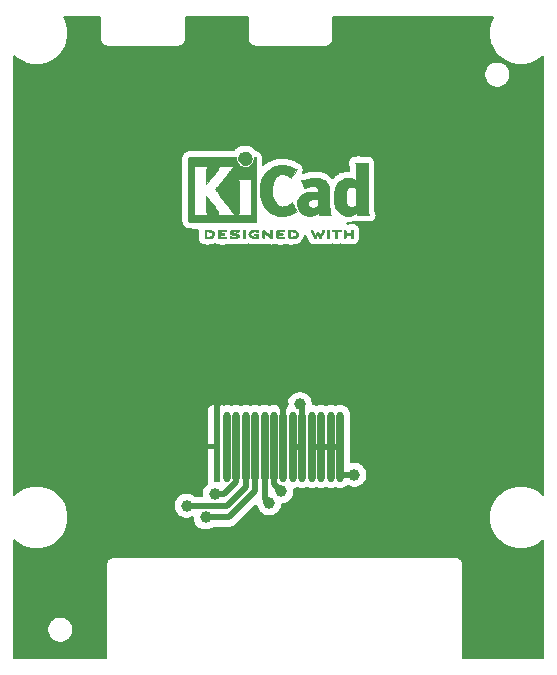
<source format=gtl>
%TF.GenerationSoftware,KiCad,Pcbnew,5.1.6-c6e7f7d~87~ubuntu20.04.1*%
%TF.CreationDate,2020-09-20T16:54:06+03:00*%
%TF.ProjectId,lcd_board,6c63645f-626f-4617-9264-2e6b69636164,rev?*%
%TF.SameCoordinates,Original*%
%TF.FileFunction,Copper,L1,Top*%
%TF.FilePolarity,Positive*%
%FSLAX46Y46*%
G04 Gerber Fmt 4.6, Leading zero omitted, Abs format (unit mm)*
G04 Created by KiCad (PCBNEW 5.1.6-c6e7f7d~87~ubuntu20.04.1) date 2020-09-20 16:54:06*
%MOMM*%
%LPD*%
G01*
G04 APERTURE LIST*
%TA.AperFunction,EtchedComponent*%
%ADD10C,0.010000*%
%TD*%
%TA.AperFunction,SMDPad,CuDef*%
%ADD11O,0.600000X6.000000*%
%TD*%
%TA.AperFunction,SMDPad,CuDef*%
%ADD12R,0.600000X6.000000*%
%TD*%
%TA.AperFunction,ViaPad*%
%ADD13C,1.000000*%
%TD*%
%TA.AperFunction,Conductor*%
%ADD14C,0.500000*%
%TD*%
%TA.AperFunction,Conductor*%
%ADD15C,0.200000*%
%TD*%
G04 APERTURE END LIST*
D10*
%TO.C,LOGO2*%
G36*
X149544257Y-85473689D02*
G01*
X149808780Y-85473725D01*
X149931912Y-85473730D01*
X151902811Y-85473730D01*
X151902811Y-85589910D01*
X151915211Y-85731291D01*
X151952636Y-85861684D01*
X152015423Y-85981862D01*
X152103906Y-86092602D01*
X152133843Y-86122511D01*
X152241534Y-86207348D01*
X152360275Y-86269221D01*
X152486540Y-86308159D01*
X152616803Y-86324190D01*
X152747535Y-86317342D01*
X152875212Y-86287643D01*
X152996305Y-86235120D01*
X153107288Y-86159803D01*
X153157132Y-86114363D01*
X153250017Y-86002952D01*
X153318127Y-85880435D01*
X153360871Y-85748215D01*
X153377653Y-85607692D01*
X153377876Y-85593867D01*
X153378756Y-85473734D01*
X153431557Y-85473732D01*
X153478396Y-85480089D01*
X153521183Y-85495556D01*
X153524011Y-85497154D01*
X153533675Y-85502168D01*
X153542549Y-85506073D01*
X153550665Y-85510007D01*
X153558057Y-85515106D01*
X153564755Y-85522508D01*
X153570792Y-85533351D01*
X153576199Y-85548772D01*
X153581010Y-85569909D01*
X153585255Y-85597899D01*
X153588968Y-85633879D01*
X153592179Y-85678987D01*
X153594922Y-85734360D01*
X153597228Y-85801137D01*
X153599129Y-85880453D01*
X153600658Y-85973447D01*
X153601846Y-86081257D01*
X153602726Y-86205019D01*
X153603330Y-86345871D01*
X153603689Y-86504950D01*
X153603835Y-86683395D01*
X153603802Y-86882342D01*
X153603620Y-87102929D01*
X153603323Y-87346293D01*
X153602941Y-87613572D01*
X153602508Y-87905903D01*
X153602055Y-88224424D01*
X153602002Y-88263230D01*
X153601596Y-88583782D01*
X153601251Y-88878012D01*
X153600931Y-89147056D01*
X153600600Y-89392052D01*
X153600221Y-89614137D01*
X153599757Y-89814447D01*
X153599172Y-89994119D01*
X153598430Y-90154290D01*
X153597494Y-90296098D01*
X153596327Y-90420679D01*
X153594893Y-90529170D01*
X153593156Y-90622707D01*
X153591078Y-90702429D01*
X153588624Y-90769472D01*
X153585756Y-90824973D01*
X153582439Y-90870068D01*
X153578636Y-90905895D01*
X153574310Y-90933591D01*
X153569425Y-90954293D01*
X153563945Y-90969137D01*
X153557832Y-90979260D01*
X153551050Y-90985800D01*
X153543563Y-90989893D01*
X153535334Y-90992676D01*
X153526327Y-90995287D01*
X153516505Y-90998862D01*
X153514106Y-90999950D01*
X153506565Y-91002396D01*
X153493944Y-91004642D01*
X153475141Y-91006698D01*
X153449053Y-91008572D01*
X153414578Y-91010271D01*
X153370615Y-91011803D01*
X153316061Y-91013177D01*
X153249815Y-91014400D01*
X153170774Y-91015481D01*
X153077837Y-91016427D01*
X152969901Y-91017247D01*
X152845864Y-91017947D01*
X152704624Y-91018538D01*
X152545079Y-91019025D01*
X152366128Y-91019419D01*
X152166668Y-91019725D01*
X151945596Y-91019953D01*
X151701812Y-91020110D01*
X151434213Y-91020205D01*
X151141697Y-91020245D01*
X150823161Y-91020238D01*
X150719979Y-91020228D01*
X150394377Y-91020176D01*
X150095119Y-91020091D01*
X149821091Y-91019963D01*
X149571176Y-91019785D01*
X149344260Y-91019548D01*
X149139227Y-91019242D01*
X148954962Y-91018860D01*
X148790350Y-91018392D01*
X148644275Y-91017830D01*
X148515624Y-91017165D01*
X148403279Y-91016388D01*
X148306126Y-91015491D01*
X148223050Y-91014465D01*
X148152936Y-91013301D01*
X148094668Y-91011991D01*
X148047131Y-91010525D01*
X148009210Y-91008896D01*
X147979790Y-91007093D01*
X147957755Y-91005110D01*
X147941990Y-91002936D01*
X147931380Y-91000563D01*
X147925596Y-90998391D01*
X147915316Y-90994056D01*
X147905878Y-90990859D01*
X147897245Y-90987665D01*
X147889381Y-90983338D01*
X147882252Y-90976744D01*
X147875821Y-90966747D01*
X147870053Y-90952212D01*
X147864911Y-90932003D01*
X147860360Y-90904985D01*
X147856365Y-90870023D01*
X147852889Y-90825981D01*
X147849898Y-90771724D01*
X147847354Y-90706117D01*
X147845223Y-90628024D01*
X147843468Y-90536310D01*
X147842055Y-90429840D01*
X147841685Y-90388973D01*
X148208116Y-90388973D01*
X149503266Y-90388973D01*
X149478345Y-90351217D01*
X149453553Y-90312417D01*
X149432560Y-90275469D01*
X149415065Y-90237788D01*
X149400770Y-90196788D01*
X149389377Y-90149883D01*
X149380587Y-90094487D01*
X149374102Y-90028016D01*
X149369623Y-89947883D01*
X149366850Y-89851502D01*
X149365487Y-89736289D01*
X149365233Y-89599657D01*
X149365791Y-89439020D01*
X149366107Y-89379382D01*
X149369675Y-88740041D01*
X149774702Y-89291449D01*
X149889446Y-89447876D01*
X149988857Y-89584088D01*
X150074010Y-89701890D01*
X150145978Y-89803084D01*
X150205834Y-89889477D01*
X150254652Y-89962874D01*
X150293505Y-90025077D01*
X150323466Y-90077893D01*
X150345609Y-90123125D01*
X150361007Y-90162578D01*
X150370734Y-90198058D01*
X150375863Y-90231368D01*
X150377468Y-90264313D01*
X150376621Y-90298697D01*
X150376405Y-90303019D01*
X150371946Y-90389031D01*
X151791308Y-90388973D01*
X151685735Y-90282522D01*
X151657087Y-90253406D01*
X151629910Y-90225076D01*
X151603011Y-90195968D01*
X151575197Y-90164520D01*
X151545275Y-90129169D01*
X151512054Y-90088354D01*
X151474339Y-90040511D01*
X151430940Y-89984079D01*
X151380662Y-89917494D01*
X151322312Y-89839195D01*
X151254700Y-89747619D01*
X151176631Y-89641204D01*
X151086912Y-89518387D01*
X150984352Y-89377605D01*
X150867758Y-89217297D01*
X150772191Y-89085798D01*
X150652251Y-88920596D01*
X150547620Y-88776152D01*
X150457352Y-88651094D01*
X150380497Y-88544052D01*
X150316109Y-88453654D01*
X150263239Y-88378529D01*
X150220940Y-88317304D01*
X150188264Y-88268610D01*
X150164262Y-88231074D01*
X150147987Y-88203325D01*
X150138492Y-88183992D01*
X150134827Y-88171703D01*
X150135929Y-88165242D01*
X150149276Y-88148048D01*
X150178134Y-88111655D01*
X150220760Y-88058224D01*
X150275415Y-87989919D01*
X150340356Y-87908903D01*
X150413842Y-87817340D01*
X150494132Y-87717392D01*
X150579485Y-87611224D01*
X150668160Y-87500997D01*
X150758414Y-87388876D01*
X150808056Y-87327244D01*
X152040627Y-87327244D01*
X152091854Y-87419919D01*
X152143081Y-87512595D01*
X152143081Y-90203622D01*
X152091854Y-90296298D01*
X152040627Y-90388973D01*
X152646604Y-90388973D01*
X152791266Y-90388931D01*
X152910756Y-90388741D01*
X153007358Y-90388308D01*
X153083358Y-90387536D01*
X153141043Y-90386330D01*
X153182699Y-90384594D01*
X153210611Y-90382232D01*
X153227065Y-90379150D01*
X153234348Y-90375251D01*
X153234745Y-90370440D01*
X153230542Y-90364622D01*
X153230499Y-90364574D01*
X153213187Y-90339532D01*
X153190264Y-90298815D01*
X153170019Y-90258168D01*
X153131621Y-90176162D01*
X153123789Y-87327244D01*
X152040627Y-87327244D01*
X150808056Y-87327244D01*
X150848507Y-87277024D01*
X150936698Y-87167604D01*
X151021246Y-87062778D01*
X151100408Y-86964711D01*
X151172444Y-86875566D01*
X151235613Y-86797505D01*
X151288173Y-86732692D01*
X151328383Y-86683290D01*
X151352000Y-86654487D01*
X151443710Y-86546778D01*
X151531940Y-86449580D01*
X151613597Y-86366076D01*
X151685590Y-86299448D01*
X151736681Y-86258599D01*
X151797093Y-86215135D01*
X150407702Y-86215135D01*
X150408092Y-86296666D01*
X150404209Y-86356606D01*
X150389610Y-86412177D01*
X150367012Y-86464855D01*
X150352322Y-86494615D01*
X150336528Y-86524103D01*
X150318186Y-86555276D01*
X150295855Y-86590093D01*
X150268091Y-86630510D01*
X150233451Y-86678486D01*
X150190493Y-86735978D01*
X150137773Y-86804943D01*
X150073849Y-86887339D01*
X149997279Y-86985124D01*
X149906619Y-87100255D01*
X149800426Y-87234690D01*
X149788432Y-87249859D01*
X149369675Y-87779412D01*
X149365622Y-87192922D01*
X149364805Y-87017251D01*
X149364979Y-86868532D01*
X149366151Y-86746275D01*
X149368331Y-86649989D01*
X149371526Y-86579183D01*
X149375744Y-86533369D01*
X149377162Y-86524679D01*
X149399409Y-86433135D01*
X149428557Y-86350608D01*
X149461818Y-86284253D01*
X149481800Y-86256110D01*
X149516278Y-86215135D01*
X148862086Y-86215135D01*
X148706031Y-86215269D01*
X148575533Y-86215703D01*
X148468690Y-86216489D01*
X148383602Y-86217676D01*
X148318365Y-86219317D01*
X148271079Y-86221461D01*
X148239843Y-86224159D01*
X148222754Y-86227462D01*
X148217912Y-86231421D01*
X148218247Y-86232298D01*
X148232115Y-86253231D01*
X148255268Y-86286412D01*
X148267246Y-86303193D01*
X148279631Y-86319940D01*
X148290763Y-86334915D01*
X148300712Y-86349594D01*
X148309549Y-86365449D01*
X148317343Y-86383955D01*
X148324165Y-86406585D01*
X148330084Y-86434813D01*
X148335171Y-86470113D01*
X148339496Y-86513958D01*
X148343129Y-86567822D01*
X148346140Y-86633180D01*
X148348599Y-86711504D01*
X148350577Y-86804268D01*
X148352142Y-86912947D01*
X148353366Y-87039013D01*
X148354319Y-87183942D01*
X148355070Y-87349206D01*
X148355689Y-87536279D01*
X148356248Y-87746635D01*
X148356815Y-87981748D01*
X148357345Y-88197741D01*
X148357845Y-88438535D01*
X148358105Y-88668274D01*
X148358132Y-88885493D01*
X148357933Y-89088722D01*
X148357514Y-89276496D01*
X148356882Y-89447345D01*
X148356044Y-89599803D01*
X148355008Y-89732403D01*
X148353780Y-89843676D01*
X148352367Y-89932156D01*
X148350775Y-89996375D01*
X148349013Y-90034865D01*
X148348679Y-90038933D01*
X148336534Y-90132248D01*
X148317573Y-90207190D01*
X148288698Y-90272594D01*
X148246810Y-90337293D01*
X148241571Y-90344352D01*
X148208116Y-90388973D01*
X147841685Y-90388973D01*
X147840946Y-90307479D01*
X147840107Y-90168090D01*
X147839502Y-90010539D01*
X147839095Y-89833691D01*
X147838850Y-89636410D01*
X147838733Y-89417560D01*
X147838705Y-89176007D01*
X147838733Y-88910615D01*
X147838780Y-88620249D01*
X147838810Y-88303773D01*
X147838811Y-88240946D01*
X147838828Y-87921137D01*
X147838888Y-87627661D01*
X147838998Y-87359390D01*
X147839167Y-87115198D01*
X147839403Y-86893957D01*
X147839716Y-86694540D01*
X147840115Y-86515820D01*
X147840607Y-86356671D01*
X147841203Y-86215966D01*
X147841910Y-86092576D01*
X147842737Y-85985376D01*
X147843693Y-85893238D01*
X147844787Y-85815035D01*
X147846027Y-85749641D01*
X147847422Y-85695928D01*
X147848982Y-85652769D01*
X147850714Y-85619037D01*
X147852628Y-85593605D01*
X147854732Y-85575347D01*
X147857034Y-85563134D01*
X147859545Y-85555841D01*
X147859637Y-85555659D01*
X147864808Y-85544518D01*
X147869115Y-85534431D01*
X147873879Y-85525346D01*
X147880422Y-85517212D01*
X147890065Y-85509976D01*
X147904129Y-85503586D01*
X147923937Y-85497989D01*
X147950809Y-85493133D01*
X147986067Y-85488966D01*
X148031032Y-85485436D01*
X148087026Y-85482491D01*
X148155371Y-85480077D01*
X148237386Y-85478144D01*
X148334395Y-85476638D01*
X148447718Y-85475508D01*
X148578677Y-85474702D01*
X148728593Y-85474166D01*
X148898787Y-85473849D01*
X149090582Y-85473699D01*
X149305298Y-85473663D01*
X149544257Y-85473689D01*
G37*
X149544257Y-85473689D02*
X149808780Y-85473725D01*
X149931912Y-85473730D01*
X151902811Y-85473730D01*
X151902811Y-85589910D01*
X151915211Y-85731291D01*
X151952636Y-85861684D01*
X152015423Y-85981862D01*
X152103906Y-86092602D01*
X152133843Y-86122511D01*
X152241534Y-86207348D01*
X152360275Y-86269221D01*
X152486540Y-86308159D01*
X152616803Y-86324190D01*
X152747535Y-86317342D01*
X152875212Y-86287643D01*
X152996305Y-86235120D01*
X153107288Y-86159803D01*
X153157132Y-86114363D01*
X153250017Y-86002952D01*
X153318127Y-85880435D01*
X153360871Y-85748215D01*
X153377653Y-85607692D01*
X153377876Y-85593867D01*
X153378756Y-85473734D01*
X153431557Y-85473732D01*
X153478396Y-85480089D01*
X153521183Y-85495556D01*
X153524011Y-85497154D01*
X153533675Y-85502168D01*
X153542549Y-85506073D01*
X153550665Y-85510007D01*
X153558057Y-85515106D01*
X153564755Y-85522508D01*
X153570792Y-85533351D01*
X153576199Y-85548772D01*
X153581010Y-85569909D01*
X153585255Y-85597899D01*
X153588968Y-85633879D01*
X153592179Y-85678987D01*
X153594922Y-85734360D01*
X153597228Y-85801137D01*
X153599129Y-85880453D01*
X153600658Y-85973447D01*
X153601846Y-86081257D01*
X153602726Y-86205019D01*
X153603330Y-86345871D01*
X153603689Y-86504950D01*
X153603835Y-86683395D01*
X153603802Y-86882342D01*
X153603620Y-87102929D01*
X153603323Y-87346293D01*
X153602941Y-87613572D01*
X153602508Y-87905903D01*
X153602055Y-88224424D01*
X153602002Y-88263230D01*
X153601596Y-88583782D01*
X153601251Y-88878012D01*
X153600931Y-89147056D01*
X153600600Y-89392052D01*
X153600221Y-89614137D01*
X153599757Y-89814447D01*
X153599172Y-89994119D01*
X153598430Y-90154290D01*
X153597494Y-90296098D01*
X153596327Y-90420679D01*
X153594893Y-90529170D01*
X153593156Y-90622707D01*
X153591078Y-90702429D01*
X153588624Y-90769472D01*
X153585756Y-90824973D01*
X153582439Y-90870068D01*
X153578636Y-90905895D01*
X153574310Y-90933591D01*
X153569425Y-90954293D01*
X153563945Y-90969137D01*
X153557832Y-90979260D01*
X153551050Y-90985800D01*
X153543563Y-90989893D01*
X153535334Y-90992676D01*
X153526327Y-90995287D01*
X153516505Y-90998862D01*
X153514106Y-90999950D01*
X153506565Y-91002396D01*
X153493944Y-91004642D01*
X153475141Y-91006698D01*
X153449053Y-91008572D01*
X153414578Y-91010271D01*
X153370615Y-91011803D01*
X153316061Y-91013177D01*
X153249815Y-91014400D01*
X153170774Y-91015481D01*
X153077837Y-91016427D01*
X152969901Y-91017247D01*
X152845864Y-91017947D01*
X152704624Y-91018538D01*
X152545079Y-91019025D01*
X152366128Y-91019419D01*
X152166668Y-91019725D01*
X151945596Y-91019953D01*
X151701812Y-91020110D01*
X151434213Y-91020205D01*
X151141697Y-91020245D01*
X150823161Y-91020238D01*
X150719979Y-91020228D01*
X150394377Y-91020176D01*
X150095119Y-91020091D01*
X149821091Y-91019963D01*
X149571176Y-91019785D01*
X149344260Y-91019548D01*
X149139227Y-91019242D01*
X148954962Y-91018860D01*
X148790350Y-91018392D01*
X148644275Y-91017830D01*
X148515624Y-91017165D01*
X148403279Y-91016388D01*
X148306126Y-91015491D01*
X148223050Y-91014465D01*
X148152936Y-91013301D01*
X148094668Y-91011991D01*
X148047131Y-91010525D01*
X148009210Y-91008896D01*
X147979790Y-91007093D01*
X147957755Y-91005110D01*
X147941990Y-91002936D01*
X147931380Y-91000563D01*
X147925596Y-90998391D01*
X147915316Y-90994056D01*
X147905878Y-90990859D01*
X147897245Y-90987665D01*
X147889381Y-90983338D01*
X147882252Y-90976744D01*
X147875821Y-90966747D01*
X147870053Y-90952212D01*
X147864911Y-90932003D01*
X147860360Y-90904985D01*
X147856365Y-90870023D01*
X147852889Y-90825981D01*
X147849898Y-90771724D01*
X147847354Y-90706117D01*
X147845223Y-90628024D01*
X147843468Y-90536310D01*
X147842055Y-90429840D01*
X147841685Y-90388973D01*
X148208116Y-90388973D01*
X149503266Y-90388973D01*
X149478345Y-90351217D01*
X149453553Y-90312417D01*
X149432560Y-90275469D01*
X149415065Y-90237788D01*
X149400770Y-90196788D01*
X149389377Y-90149883D01*
X149380587Y-90094487D01*
X149374102Y-90028016D01*
X149369623Y-89947883D01*
X149366850Y-89851502D01*
X149365487Y-89736289D01*
X149365233Y-89599657D01*
X149365791Y-89439020D01*
X149366107Y-89379382D01*
X149369675Y-88740041D01*
X149774702Y-89291449D01*
X149889446Y-89447876D01*
X149988857Y-89584088D01*
X150074010Y-89701890D01*
X150145978Y-89803084D01*
X150205834Y-89889477D01*
X150254652Y-89962874D01*
X150293505Y-90025077D01*
X150323466Y-90077893D01*
X150345609Y-90123125D01*
X150361007Y-90162578D01*
X150370734Y-90198058D01*
X150375863Y-90231368D01*
X150377468Y-90264313D01*
X150376621Y-90298697D01*
X150376405Y-90303019D01*
X150371946Y-90389031D01*
X151791308Y-90388973D01*
X151685735Y-90282522D01*
X151657087Y-90253406D01*
X151629910Y-90225076D01*
X151603011Y-90195968D01*
X151575197Y-90164520D01*
X151545275Y-90129169D01*
X151512054Y-90088354D01*
X151474339Y-90040511D01*
X151430940Y-89984079D01*
X151380662Y-89917494D01*
X151322312Y-89839195D01*
X151254700Y-89747619D01*
X151176631Y-89641204D01*
X151086912Y-89518387D01*
X150984352Y-89377605D01*
X150867758Y-89217297D01*
X150772191Y-89085798D01*
X150652251Y-88920596D01*
X150547620Y-88776152D01*
X150457352Y-88651094D01*
X150380497Y-88544052D01*
X150316109Y-88453654D01*
X150263239Y-88378529D01*
X150220940Y-88317304D01*
X150188264Y-88268610D01*
X150164262Y-88231074D01*
X150147987Y-88203325D01*
X150138492Y-88183992D01*
X150134827Y-88171703D01*
X150135929Y-88165242D01*
X150149276Y-88148048D01*
X150178134Y-88111655D01*
X150220760Y-88058224D01*
X150275415Y-87989919D01*
X150340356Y-87908903D01*
X150413842Y-87817340D01*
X150494132Y-87717392D01*
X150579485Y-87611224D01*
X150668160Y-87500997D01*
X150758414Y-87388876D01*
X150808056Y-87327244D01*
X152040627Y-87327244D01*
X152091854Y-87419919D01*
X152143081Y-87512595D01*
X152143081Y-90203622D01*
X152091854Y-90296298D01*
X152040627Y-90388973D01*
X152646604Y-90388973D01*
X152791266Y-90388931D01*
X152910756Y-90388741D01*
X153007358Y-90388308D01*
X153083358Y-90387536D01*
X153141043Y-90386330D01*
X153182699Y-90384594D01*
X153210611Y-90382232D01*
X153227065Y-90379150D01*
X153234348Y-90375251D01*
X153234745Y-90370440D01*
X153230542Y-90364622D01*
X153230499Y-90364574D01*
X153213187Y-90339532D01*
X153190264Y-90298815D01*
X153170019Y-90258168D01*
X153131621Y-90176162D01*
X153123789Y-87327244D01*
X152040627Y-87327244D01*
X150808056Y-87327244D01*
X150848507Y-87277024D01*
X150936698Y-87167604D01*
X151021246Y-87062778D01*
X151100408Y-86964711D01*
X151172444Y-86875566D01*
X151235613Y-86797505D01*
X151288173Y-86732692D01*
X151328383Y-86683290D01*
X151352000Y-86654487D01*
X151443710Y-86546778D01*
X151531940Y-86449580D01*
X151613597Y-86366076D01*
X151685590Y-86299448D01*
X151736681Y-86258599D01*
X151797093Y-86215135D01*
X150407702Y-86215135D01*
X150408092Y-86296666D01*
X150404209Y-86356606D01*
X150389610Y-86412177D01*
X150367012Y-86464855D01*
X150352322Y-86494615D01*
X150336528Y-86524103D01*
X150318186Y-86555276D01*
X150295855Y-86590093D01*
X150268091Y-86630510D01*
X150233451Y-86678486D01*
X150190493Y-86735978D01*
X150137773Y-86804943D01*
X150073849Y-86887339D01*
X149997279Y-86985124D01*
X149906619Y-87100255D01*
X149800426Y-87234690D01*
X149788432Y-87249859D01*
X149369675Y-87779412D01*
X149365622Y-87192922D01*
X149364805Y-87017251D01*
X149364979Y-86868532D01*
X149366151Y-86746275D01*
X149368331Y-86649989D01*
X149371526Y-86579183D01*
X149375744Y-86533369D01*
X149377162Y-86524679D01*
X149399409Y-86433135D01*
X149428557Y-86350608D01*
X149461818Y-86284253D01*
X149481800Y-86256110D01*
X149516278Y-86215135D01*
X148862086Y-86215135D01*
X148706031Y-86215269D01*
X148575533Y-86215703D01*
X148468690Y-86216489D01*
X148383602Y-86217676D01*
X148318365Y-86219317D01*
X148271079Y-86221461D01*
X148239843Y-86224159D01*
X148222754Y-86227462D01*
X148217912Y-86231421D01*
X148218247Y-86232298D01*
X148232115Y-86253231D01*
X148255268Y-86286412D01*
X148267246Y-86303193D01*
X148279631Y-86319940D01*
X148290763Y-86334915D01*
X148300712Y-86349594D01*
X148309549Y-86365449D01*
X148317343Y-86383955D01*
X148324165Y-86406585D01*
X148330084Y-86434813D01*
X148335171Y-86470113D01*
X148339496Y-86513958D01*
X148343129Y-86567822D01*
X148346140Y-86633180D01*
X148348599Y-86711504D01*
X148350577Y-86804268D01*
X148352142Y-86912947D01*
X148353366Y-87039013D01*
X148354319Y-87183942D01*
X148355070Y-87349206D01*
X148355689Y-87536279D01*
X148356248Y-87746635D01*
X148356815Y-87981748D01*
X148357345Y-88197741D01*
X148357845Y-88438535D01*
X148358105Y-88668274D01*
X148358132Y-88885493D01*
X148357933Y-89088722D01*
X148357514Y-89276496D01*
X148356882Y-89447345D01*
X148356044Y-89599803D01*
X148355008Y-89732403D01*
X148353780Y-89843676D01*
X148352367Y-89932156D01*
X148350775Y-89996375D01*
X148349013Y-90034865D01*
X148348679Y-90038933D01*
X148336534Y-90132248D01*
X148317573Y-90207190D01*
X148288698Y-90272594D01*
X148246810Y-90337293D01*
X148241571Y-90344352D01*
X148208116Y-90388973D01*
X147841685Y-90388973D01*
X147840946Y-90307479D01*
X147840107Y-90168090D01*
X147839502Y-90010539D01*
X147839095Y-89833691D01*
X147838850Y-89636410D01*
X147838733Y-89417560D01*
X147838705Y-89176007D01*
X147838733Y-88910615D01*
X147838780Y-88620249D01*
X147838810Y-88303773D01*
X147838811Y-88240946D01*
X147838828Y-87921137D01*
X147838888Y-87627661D01*
X147838998Y-87359390D01*
X147839167Y-87115198D01*
X147839403Y-86893957D01*
X147839716Y-86694540D01*
X147840115Y-86515820D01*
X147840607Y-86356671D01*
X147841203Y-86215966D01*
X147841910Y-86092576D01*
X147842737Y-85985376D01*
X147843693Y-85893238D01*
X147844787Y-85815035D01*
X147846027Y-85749641D01*
X147847422Y-85695928D01*
X147848982Y-85652769D01*
X147850714Y-85619037D01*
X147852628Y-85593605D01*
X147854732Y-85575347D01*
X147857034Y-85563134D01*
X147859545Y-85555841D01*
X147859637Y-85555659D01*
X147864808Y-85544518D01*
X147869115Y-85534431D01*
X147873879Y-85525346D01*
X147880422Y-85517212D01*
X147890065Y-85509976D01*
X147904129Y-85503586D01*
X147923937Y-85497989D01*
X147950809Y-85493133D01*
X147986067Y-85488966D01*
X148031032Y-85485436D01*
X148087026Y-85482491D01*
X148155371Y-85480077D01*
X148237386Y-85478144D01*
X148334395Y-85476638D01*
X148447718Y-85475508D01*
X148578677Y-85474702D01*
X148728593Y-85474166D01*
X148898787Y-85473849D01*
X149090582Y-85473699D01*
X149305298Y-85473663D01*
X149544257Y-85473689D01*
G36*
X155939962Y-86160499D02*
G01*
X156088014Y-86176707D01*
X156231452Y-86205718D01*
X156376110Y-86249045D01*
X156527824Y-86308201D01*
X156692428Y-86384700D01*
X156722071Y-86399517D01*
X156790098Y-86433031D01*
X156854256Y-86463208D01*
X156908215Y-86487166D01*
X156945640Y-86502024D01*
X156951389Y-86503895D01*
X157006486Y-86520402D01*
X156759851Y-86879201D01*
X156699552Y-86966893D01*
X156644422Y-87047012D01*
X156596336Y-87116836D01*
X156557168Y-87173647D01*
X156528794Y-87214723D01*
X156513087Y-87237346D01*
X156510536Y-87240928D01*
X156500171Y-87233438D01*
X156474660Y-87210918D01*
X156438563Y-87177461D01*
X156418642Y-87158550D01*
X156305773Y-87068778D01*
X156179014Y-87000561D01*
X156069783Y-86963195D01*
X156004214Y-86951460D01*
X155922116Y-86944308D01*
X155833144Y-86941874D01*
X155746956Y-86944288D01*
X155673205Y-86951683D01*
X155643776Y-86957347D01*
X155511133Y-87002982D01*
X155391606Y-87072663D01*
X155285283Y-87166260D01*
X155192253Y-87283649D01*
X155112605Y-87424700D01*
X155046426Y-87589286D01*
X154993806Y-87777280D01*
X154962533Y-87938217D01*
X154954374Y-88009263D01*
X154948815Y-88101046D01*
X154945802Y-88206968D01*
X154945281Y-88320434D01*
X154947200Y-88434849D01*
X154951503Y-88543617D01*
X154958137Y-88640143D01*
X154967049Y-88717831D01*
X154968979Y-88729817D01*
X155011499Y-88922892D01*
X155069433Y-89093773D01*
X155143133Y-89243224D01*
X155232951Y-89372011D01*
X155296707Y-89441639D01*
X155411286Y-89536173D01*
X155536942Y-89606246D01*
X155671557Y-89651477D01*
X155813011Y-89671484D01*
X155959183Y-89665885D01*
X156107955Y-89634300D01*
X156195911Y-89603394D01*
X156317629Y-89541506D01*
X156443080Y-89452729D01*
X156513353Y-89392694D01*
X156552811Y-89357947D01*
X156583812Y-89332454D01*
X156601458Y-89320170D01*
X156603648Y-89319795D01*
X156611524Y-89332347D01*
X156631932Y-89365516D01*
X156663132Y-89416458D01*
X156703386Y-89482331D01*
X156750957Y-89560289D01*
X156804104Y-89647490D01*
X156833687Y-89696067D01*
X157059648Y-90067215D01*
X156777527Y-90206639D01*
X156675522Y-90256719D01*
X156592889Y-90296210D01*
X156524578Y-90327073D01*
X156465537Y-90351268D01*
X156410714Y-90370758D01*
X156355060Y-90387503D01*
X156293523Y-90403465D01*
X156234540Y-90417482D01*
X156182115Y-90428329D01*
X156127288Y-90436526D01*
X156064572Y-90442528D01*
X155988477Y-90446790D01*
X155893516Y-90449767D01*
X155829513Y-90451052D01*
X155738192Y-90451930D01*
X155650627Y-90451487D01*
X155572612Y-90449852D01*
X155509942Y-90447149D01*
X155468413Y-90443505D01*
X155465952Y-90443142D01*
X155250303Y-90396487D01*
X155047793Y-90325729D01*
X154858495Y-90230914D01*
X154682479Y-90112089D01*
X154519816Y-89969300D01*
X154370578Y-89802594D01*
X154262496Y-89654433D01*
X154147434Y-89460502D01*
X154054423Y-89255699D01*
X153983013Y-89038383D01*
X153932756Y-88806912D01*
X153903201Y-88559643D01*
X153893889Y-88308559D01*
X153901548Y-88065670D01*
X153925613Y-87841570D01*
X153966852Y-87632477D01*
X154026027Y-87434613D01*
X154103904Y-87244196D01*
X154113203Y-87224468D01*
X154215648Y-87040059D01*
X154341472Y-86864576D01*
X154487112Y-86701650D01*
X154649001Y-86554914D01*
X154823576Y-86428001D01*
X154986244Y-86334905D01*
X155150573Y-86261991D01*
X155315251Y-86209174D01*
X155486652Y-86175015D01*
X155671153Y-86158078D01*
X155781459Y-86155580D01*
X155939962Y-86160499D01*
G37*
X155939962Y-86160499D02*
X156088014Y-86176707D01*
X156231452Y-86205718D01*
X156376110Y-86249045D01*
X156527824Y-86308201D01*
X156692428Y-86384700D01*
X156722071Y-86399517D01*
X156790098Y-86433031D01*
X156854256Y-86463208D01*
X156908215Y-86487166D01*
X156945640Y-86502024D01*
X156951389Y-86503895D01*
X157006486Y-86520402D01*
X156759851Y-86879201D01*
X156699552Y-86966893D01*
X156644422Y-87047012D01*
X156596336Y-87116836D01*
X156557168Y-87173647D01*
X156528794Y-87214723D01*
X156513087Y-87237346D01*
X156510536Y-87240928D01*
X156500171Y-87233438D01*
X156474660Y-87210918D01*
X156438563Y-87177461D01*
X156418642Y-87158550D01*
X156305773Y-87068778D01*
X156179014Y-87000561D01*
X156069783Y-86963195D01*
X156004214Y-86951460D01*
X155922116Y-86944308D01*
X155833144Y-86941874D01*
X155746956Y-86944288D01*
X155673205Y-86951683D01*
X155643776Y-86957347D01*
X155511133Y-87002982D01*
X155391606Y-87072663D01*
X155285283Y-87166260D01*
X155192253Y-87283649D01*
X155112605Y-87424700D01*
X155046426Y-87589286D01*
X154993806Y-87777280D01*
X154962533Y-87938217D01*
X154954374Y-88009263D01*
X154948815Y-88101046D01*
X154945802Y-88206968D01*
X154945281Y-88320434D01*
X154947200Y-88434849D01*
X154951503Y-88543617D01*
X154958137Y-88640143D01*
X154967049Y-88717831D01*
X154968979Y-88729817D01*
X155011499Y-88922892D01*
X155069433Y-89093773D01*
X155143133Y-89243224D01*
X155232951Y-89372011D01*
X155296707Y-89441639D01*
X155411286Y-89536173D01*
X155536942Y-89606246D01*
X155671557Y-89651477D01*
X155813011Y-89671484D01*
X155959183Y-89665885D01*
X156107955Y-89634300D01*
X156195911Y-89603394D01*
X156317629Y-89541506D01*
X156443080Y-89452729D01*
X156513353Y-89392694D01*
X156552811Y-89357947D01*
X156583812Y-89332454D01*
X156601458Y-89320170D01*
X156603648Y-89319795D01*
X156611524Y-89332347D01*
X156631932Y-89365516D01*
X156663132Y-89416458D01*
X156703386Y-89482331D01*
X156750957Y-89560289D01*
X156804104Y-89647490D01*
X156833687Y-89696067D01*
X157059648Y-90067215D01*
X156777527Y-90206639D01*
X156675522Y-90256719D01*
X156592889Y-90296210D01*
X156524578Y-90327073D01*
X156465537Y-90351268D01*
X156410714Y-90370758D01*
X156355060Y-90387503D01*
X156293523Y-90403465D01*
X156234540Y-90417482D01*
X156182115Y-90428329D01*
X156127288Y-90436526D01*
X156064572Y-90442528D01*
X155988477Y-90446790D01*
X155893516Y-90449767D01*
X155829513Y-90451052D01*
X155738192Y-90451930D01*
X155650627Y-90451487D01*
X155572612Y-90449852D01*
X155509942Y-90447149D01*
X155468413Y-90443505D01*
X155465952Y-90443142D01*
X155250303Y-90396487D01*
X155047793Y-90325729D01*
X154858495Y-90230914D01*
X154682479Y-90112089D01*
X154519816Y-89969300D01*
X154370578Y-89802594D01*
X154262496Y-89654433D01*
X154147434Y-89460502D01*
X154054423Y-89255699D01*
X153983013Y-89038383D01*
X153932756Y-88806912D01*
X153903201Y-88559643D01*
X153893889Y-88308559D01*
X153901548Y-88065670D01*
X153925613Y-87841570D01*
X153966852Y-87632477D01*
X154026027Y-87434613D01*
X154103904Y-87244196D01*
X154113203Y-87224468D01*
X154215648Y-87040059D01*
X154341472Y-86864576D01*
X154487112Y-86701650D01*
X154649001Y-86554914D01*
X154823576Y-86428001D01*
X154986244Y-86334905D01*
X155150573Y-86261991D01*
X155315251Y-86209174D01*
X155486652Y-86175015D01*
X155671153Y-86158078D01*
X155781459Y-86155580D01*
X155939962Y-86160499D01*
G36*
X158667505Y-87264229D02*
G01*
X158735531Y-87269378D01*
X158930163Y-87295273D01*
X159102529Y-87336575D01*
X159253470Y-87393853D01*
X159383825Y-87467674D01*
X159494434Y-87558608D01*
X159586135Y-87667222D01*
X159659770Y-87794085D01*
X159713539Y-87931352D01*
X159727187Y-87975137D01*
X159739073Y-88016141D01*
X159749334Y-88056569D01*
X159758113Y-88098630D01*
X159765548Y-88144531D01*
X159771780Y-88196480D01*
X159776950Y-88256685D01*
X159781196Y-88327352D01*
X159784660Y-88410689D01*
X159787481Y-88508905D01*
X159789800Y-88624205D01*
X159791757Y-88758799D01*
X159793491Y-88914893D01*
X159795143Y-89094695D01*
X159796324Y-89235676D01*
X159804270Y-90203622D01*
X159855756Y-90296770D01*
X159880137Y-90341645D01*
X159898280Y-90376501D01*
X159906935Y-90395054D01*
X159907243Y-90396311D01*
X159894014Y-90397749D01*
X159856326Y-90399074D01*
X159797183Y-90400249D01*
X159719586Y-90401237D01*
X159626536Y-90401999D01*
X159521035Y-90402500D01*
X159406084Y-90402701D01*
X159392378Y-90402703D01*
X158877513Y-90402703D01*
X158877513Y-90286000D01*
X158876635Y-90233260D01*
X158874292Y-90192926D01*
X158870921Y-90171300D01*
X158869431Y-90169298D01*
X158855804Y-90177683D01*
X158827757Y-90199692D01*
X158791303Y-90230601D01*
X158790485Y-90231316D01*
X158723962Y-90280843D01*
X158639948Y-90330575D01*
X158547937Y-90375626D01*
X158457421Y-90411110D01*
X158417567Y-90423236D01*
X158338255Y-90438637D01*
X158240935Y-90448465D01*
X158134516Y-90452580D01*
X158027907Y-90450841D01*
X157930017Y-90443108D01*
X157861513Y-90431981D01*
X157693520Y-90382648D01*
X157542281Y-90312342D01*
X157408782Y-90221933D01*
X157294006Y-90112295D01*
X157198937Y-89984299D01*
X157124560Y-89838818D01*
X157092474Y-89750541D01*
X157072365Y-89664739D01*
X157059038Y-89561736D01*
X157052872Y-89451034D01*
X157053074Y-89434925D01*
X157981648Y-89434925D01*
X157989348Y-89517184D01*
X158014989Y-89585546D01*
X158062378Y-89648970D01*
X158080579Y-89667567D01*
X158145282Y-89717846D01*
X158220066Y-89750056D01*
X158309662Y-89765648D01*
X158404012Y-89766796D01*
X158493501Y-89759216D01*
X158562018Y-89744389D01*
X158591775Y-89733253D01*
X158645408Y-89702904D01*
X158702235Y-89660221D01*
X158754082Y-89612317D01*
X158792778Y-89566301D01*
X158803054Y-89549421D01*
X158811042Y-89525782D01*
X158816721Y-89488168D01*
X158820356Y-89432985D01*
X158822211Y-89356640D01*
X158822594Y-89283981D01*
X158822335Y-89199270D01*
X158821287Y-89138018D01*
X158819045Y-89096227D01*
X158815206Y-89069899D01*
X158809365Y-89055035D01*
X158801118Y-89047639D01*
X158798567Y-89046461D01*
X158776400Y-89042833D01*
X158732680Y-89039866D01*
X158673311Y-89037827D01*
X158604196Y-89036983D01*
X158589189Y-89036982D01*
X158496805Y-89038457D01*
X158425432Y-89042842D01*
X158368719Y-89050738D01*
X158321872Y-89062270D01*
X158205669Y-89106215D01*
X158114543Y-89160243D01*
X158047705Y-89225219D01*
X158004365Y-89302005D01*
X157983734Y-89391467D01*
X157981648Y-89434925D01*
X157053074Y-89434925D01*
X157054244Y-89342133D01*
X157063532Y-89244536D01*
X157070777Y-89205105D01*
X157117039Y-89058701D01*
X157187384Y-88923995D01*
X157280484Y-88802280D01*
X157395012Y-88694847D01*
X157529640Y-88602988D01*
X157683040Y-88527996D01*
X157813459Y-88482458D01*
X157900623Y-88458533D01*
X157983996Y-88439943D01*
X158068976Y-88426084D01*
X158160965Y-88416351D01*
X158265362Y-88410141D01*
X158387568Y-88406851D01*
X158498055Y-88405924D01*
X158825677Y-88405027D01*
X158819401Y-88306547D01*
X158801579Y-88199695D01*
X158763667Y-88107852D01*
X158707280Y-88033310D01*
X158634031Y-87978364D01*
X158569535Y-87951552D01*
X158477123Y-87934654D01*
X158367111Y-87932227D01*
X158244656Y-87943378D01*
X158114914Y-87967210D01*
X157983042Y-88002830D01*
X157854198Y-88049343D01*
X157760566Y-88091883D01*
X157715517Y-88113728D01*
X157681156Y-88128984D01*
X157663681Y-88134937D01*
X157662733Y-88134746D01*
X157656703Y-88121412D01*
X157641645Y-88086068D01*
X157618977Y-88032101D01*
X157590115Y-87962896D01*
X157556477Y-87881840D01*
X157522284Y-87799118D01*
X157385586Y-87467803D01*
X157482820Y-87451833D01*
X157524964Y-87443820D01*
X157588319Y-87430361D01*
X157667457Y-87412679D01*
X157756951Y-87391996D01*
X157851373Y-87369532D01*
X157888973Y-87360403D01*
X158051637Y-87322674D01*
X158194050Y-87294388D01*
X158321527Y-87274972D01*
X158439384Y-87263854D01*
X158552938Y-87260464D01*
X158667505Y-87264229D01*
G37*
X158667505Y-87264229D02*
X158735531Y-87269378D01*
X158930163Y-87295273D01*
X159102529Y-87336575D01*
X159253470Y-87393853D01*
X159383825Y-87467674D01*
X159494434Y-87558608D01*
X159586135Y-87667222D01*
X159659770Y-87794085D01*
X159713539Y-87931352D01*
X159727187Y-87975137D01*
X159739073Y-88016141D01*
X159749334Y-88056569D01*
X159758113Y-88098630D01*
X159765548Y-88144531D01*
X159771780Y-88196480D01*
X159776950Y-88256685D01*
X159781196Y-88327352D01*
X159784660Y-88410689D01*
X159787481Y-88508905D01*
X159789800Y-88624205D01*
X159791757Y-88758799D01*
X159793491Y-88914893D01*
X159795143Y-89094695D01*
X159796324Y-89235676D01*
X159804270Y-90203622D01*
X159855756Y-90296770D01*
X159880137Y-90341645D01*
X159898280Y-90376501D01*
X159906935Y-90395054D01*
X159907243Y-90396311D01*
X159894014Y-90397749D01*
X159856326Y-90399074D01*
X159797183Y-90400249D01*
X159719586Y-90401237D01*
X159626536Y-90401999D01*
X159521035Y-90402500D01*
X159406084Y-90402701D01*
X159392378Y-90402703D01*
X158877513Y-90402703D01*
X158877513Y-90286000D01*
X158876635Y-90233260D01*
X158874292Y-90192926D01*
X158870921Y-90171300D01*
X158869431Y-90169298D01*
X158855804Y-90177683D01*
X158827757Y-90199692D01*
X158791303Y-90230601D01*
X158790485Y-90231316D01*
X158723962Y-90280843D01*
X158639948Y-90330575D01*
X158547937Y-90375626D01*
X158457421Y-90411110D01*
X158417567Y-90423236D01*
X158338255Y-90438637D01*
X158240935Y-90448465D01*
X158134516Y-90452580D01*
X158027907Y-90450841D01*
X157930017Y-90443108D01*
X157861513Y-90431981D01*
X157693520Y-90382648D01*
X157542281Y-90312342D01*
X157408782Y-90221933D01*
X157294006Y-90112295D01*
X157198937Y-89984299D01*
X157124560Y-89838818D01*
X157092474Y-89750541D01*
X157072365Y-89664739D01*
X157059038Y-89561736D01*
X157052872Y-89451034D01*
X157053074Y-89434925D01*
X157981648Y-89434925D01*
X157989348Y-89517184D01*
X158014989Y-89585546D01*
X158062378Y-89648970D01*
X158080579Y-89667567D01*
X158145282Y-89717846D01*
X158220066Y-89750056D01*
X158309662Y-89765648D01*
X158404012Y-89766796D01*
X158493501Y-89759216D01*
X158562018Y-89744389D01*
X158591775Y-89733253D01*
X158645408Y-89702904D01*
X158702235Y-89660221D01*
X158754082Y-89612317D01*
X158792778Y-89566301D01*
X158803054Y-89549421D01*
X158811042Y-89525782D01*
X158816721Y-89488168D01*
X158820356Y-89432985D01*
X158822211Y-89356640D01*
X158822594Y-89283981D01*
X158822335Y-89199270D01*
X158821287Y-89138018D01*
X158819045Y-89096227D01*
X158815206Y-89069899D01*
X158809365Y-89055035D01*
X158801118Y-89047639D01*
X158798567Y-89046461D01*
X158776400Y-89042833D01*
X158732680Y-89039866D01*
X158673311Y-89037827D01*
X158604196Y-89036983D01*
X158589189Y-89036982D01*
X158496805Y-89038457D01*
X158425432Y-89042842D01*
X158368719Y-89050738D01*
X158321872Y-89062270D01*
X158205669Y-89106215D01*
X158114543Y-89160243D01*
X158047705Y-89225219D01*
X158004365Y-89302005D01*
X157983734Y-89391467D01*
X157981648Y-89434925D01*
X157053074Y-89434925D01*
X157054244Y-89342133D01*
X157063532Y-89244536D01*
X157070777Y-89205105D01*
X157117039Y-89058701D01*
X157187384Y-88923995D01*
X157280484Y-88802280D01*
X157395012Y-88694847D01*
X157529640Y-88602988D01*
X157683040Y-88527996D01*
X157813459Y-88482458D01*
X157900623Y-88458533D01*
X157983996Y-88439943D01*
X158068976Y-88426084D01*
X158160965Y-88416351D01*
X158265362Y-88410141D01*
X158387568Y-88406851D01*
X158498055Y-88405924D01*
X158825677Y-88405027D01*
X158819401Y-88306547D01*
X158801579Y-88199695D01*
X158763667Y-88107852D01*
X158707280Y-88033310D01*
X158634031Y-87978364D01*
X158569535Y-87951552D01*
X158477123Y-87934654D01*
X158367111Y-87932227D01*
X158244656Y-87943378D01*
X158114914Y-87967210D01*
X157983042Y-88002830D01*
X157854198Y-88049343D01*
X157760566Y-88091883D01*
X157715517Y-88113728D01*
X157681156Y-88128984D01*
X157663681Y-88134937D01*
X157662733Y-88134746D01*
X157656703Y-88121412D01*
X157641645Y-88086068D01*
X157618977Y-88032101D01*
X157590115Y-87962896D01*
X157556477Y-87881840D01*
X157522284Y-87799118D01*
X157385586Y-87467803D01*
X157482820Y-87451833D01*
X157524964Y-87443820D01*
X157588319Y-87430361D01*
X157667457Y-87412679D01*
X157756951Y-87391996D01*
X157851373Y-87369532D01*
X157888973Y-87360403D01*
X158051637Y-87322674D01*
X158194050Y-87294388D01*
X158321527Y-87274972D01*
X158439384Y-87263854D01*
X158552938Y-87260464D01*
X158667505Y-87264229D01*
G36*
X162342270Y-85956825D02*
G01*
X162459041Y-85957304D01*
X162498729Y-85957545D01*
X163044486Y-85961135D01*
X163051351Y-88054919D01*
X163052258Y-88338842D01*
X163053062Y-88596640D01*
X163053815Y-88829646D01*
X163054569Y-89039194D01*
X163055375Y-89226618D01*
X163056285Y-89393250D01*
X163057351Y-89540425D01*
X163058624Y-89669477D01*
X163060156Y-89781739D01*
X163061998Y-89878544D01*
X163064203Y-89961226D01*
X163066822Y-90031119D01*
X163069906Y-90089557D01*
X163073508Y-90137872D01*
X163077678Y-90177400D01*
X163082469Y-90209473D01*
X163087931Y-90235424D01*
X163094118Y-90256589D01*
X163101080Y-90274299D01*
X163108869Y-90289889D01*
X163117537Y-90304693D01*
X163127135Y-90320044D01*
X163137715Y-90337276D01*
X163139884Y-90340946D01*
X163176268Y-90403031D01*
X162650431Y-90399434D01*
X162124594Y-90395838D01*
X162117729Y-90280331D01*
X162113992Y-90224899D01*
X162110097Y-90192851D01*
X162104811Y-90180135D01*
X162096903Y-90182696D01*
X162090270Y-90190024D01*
X162061374Y-90216714D01*
X162014279Y-90251021D01*
X161955620Y-90288846D01*
X161892031Y-90326090D01*
X161830149Y-90358653D01*
X161782634Y-90380077D01*
X161671316Y-90415283D01*
X161543596Y-90440222D01*
X161408901Y-90453941D01*
X161276663Y-90455486D01*
X161156308Y-90443906D01*
X161154326Y-90443574D01*
X160989641Y-90402250D01*
X160835479Y-90336412D01*
X160693328Y-90247474D01*
X160564675Y-90136852D01*
X160451007Y-90005961D01*
X160353810Y-89856216D01*
X160274572Y-89689033D01*
X160231430Y-89565190D01*
X160202979Y-89461581D01*
X160181880Y-89361252D01*
X160167488Y-89258109D01*
X160159158Y-89146057D01*
X160156245Y-89019001D01*
X160157535Y-88915252D01*
X161170650Y-88915252D01*
X161175444Y-89089222D01*
X161190568Y-89238895D01*
X161216485Y-89365597D01*
X161253663Y-89470658D01*
X161302565Y-89555406D01*
X161363658Y-89621169D01*
X161434177Y-89667659D01*
X161470871Y-89685014D01*
X161502696Y-89695419D01*
X161538177Y-89700179D01*
X161585841Y-89700601D01*
X161637189Y-89698748D01*
X161738169Y-89689841D01*
X161818035Y-89672398D01*
X161843135Y-89663661D01*
X161900448Y-89637857D01*
X161960897Y-89605453D01*
X161987297Y-89589233D01*
X162055946Y-89544205D01*
X162055946Y-88116982D01*
X161980432Y-88071718D01*
X161875121Y-88020572D01*
X161767525Y-87990324D01*
X161661581Y-87980795D01*
X161561224Y-87991807D01*
X161470387Y-88023181D01*
X161393007Y-88074740D01*
X161368039Y-88099488D01*
X161307856Y-88180577D01*
X161259145Y-88278734D01*
X161221499Y-88395643D01*
X161194512Y-88532985D01*
X161177775Y-88692444D01*
X161170883Y-88875700D01*
X161170650Y-88915252D01*
X160157535Y-88915252D01*
X160158073Y-88872067D01*
X160169647Y-88646053D01*
X160192920Y-88442192D01*
X160228504Y-88257513D01*
X160277013Y-88089048D01*
X160339060Y-87933826D01*
X160361201Y-87887808D01*
X160450385Y-87737739D01*
X160558159Y-87604377D01*
X160681990Y-87489877D01*
X160819342Y-87396389D01*
X160967683Y-87326068D01*
X161056604Y-87297060D01*
X161143933Y-87279840D01*
X161249011Y-87269594D01*
X161363029Y-87266318D01*
X161477177Y-87270009D01*
X161582648Y-87280660D01*
X161667334Y-87297370D01*
X161768128Y-87330140D01*
X161865822Y-87372279D01*
X161951296Y-87419519D01*
X161996789Y-87451581D01*
X162028169Y-87475422D01*
X162050142Y-87489939D01*
X162055141Y-87492000D01*
X162056690Y-87478718D01*
X162058135Y-87440663D01*
X162059443Y-87380519D01*
X162060583Y-87300973D01*
X162061521Y-87204711D01*
X162062226Y-87094419D01*
X162062667Y-86972781D01*
X162062811Y-86848885D01*
X162062730Y-86690196D01*
X162062335Y-86556408D01*
X162061395Y-86444960D01*
X162059680Y-86353295D01*
X162056957Y-86278853D01*
X162052997Y-86219075D01*
X162047569Y-86171402D01*
X162040441Y-86133274D01*
X162031384Y-86102134D01*
X162020167Y-86075421D01*
X162006558Y-86050577D01*
X161990328Y-86025043D01*
X161988240Y-86021881D01*
X161967306Y-85988810D01*
X161954667Y-85966069D01*
X161952973Y-85961272D01*
X161966216Y-85959759D01*
X162004002Y-85958528D01*
X162063416Y-85957599D01*
X162141542Y-85956992D01*
X162235465Y-85956727D01*
X162342270Y-85956825D01*
G37*
X162342270Y-85956825D02*
X162459041Y-85957304D01*
X162498729Y-85957545D01*
X163044486Y-85961135D01*
X163051351Y-88054919D01*
X163052258Y-88338842D01*
X163053062Y-88596640D01*
X163053815Y-88829646D01*
X163054569Y-89039194D01*
X163055375Y-89226618D01*
X163056285Y-89393250D01*
X163057351Y-89540425D01*
X163058624Y-89669477D01*
X163060156Y-89781739D01*
X163061998Y-89878544D01*
X163064203Y-89961226D01*
X163066822Y-90031119D01*
X163069906Y-90089557D01*
X163073508Y-90137872D01*
X163077678Y-90177400D01*
X163082469Y-90209473D01*
X163087931Y-90235424D01*
X163094118Y-90256589D01*
X163101080Y-90274299D01*
X163108869Y-90289889D01*
X163117537Y-90304693D01*
X163127135Y-90320044D01*
X163137715Y-90337276D01*
X163139884Y-90340946D01*
X163176268Y-90403031D01*
X162650431Y-90399434D01*
X162124594Y-90395838D01*
X162117729Y-90280331D01*
X162113992Y-90224899D01*
X162110097Y-90192851D01*
X162104811Y-90180135D01*
X162096903Y-90182696D01*
X162090270Y-90190024D01*
X162061374Y-90216714D01*
X162014279Y-90251021D01*
X161955620Y-90288846D01*
X161892031Y-90326090D01*
X161830149Y-90358653D01*
X161782634Y-90380077D01*
X161671316Y-90415283D01*
X161543596Y-90440222D01*
X161408901Y-90453941D01*
X161276663Y-90455486D01*
X161156308Y-90443906D01*
X161154326Y-90443574D01*
X160989641Y-90402250D01*
X160835479Y-90336412D01*
X160693328Y-90247474D01*
X160564675Y-90136852D01*
X160451007Y-90005961D01*
X160353810Y-89856216D01*
X160274572Y-89689033D01*
X160231430Y-89565190D01*
X160202979Y-89461581D01*
X160181880Y-89361252D01*
X160167488Y-89258109D01*
X160159158Y-89146057D01*
X160156245Y-89019001D01*
X160157535Y-88915252D01*
X161170650Y-88915252D01*
X161175444Y-89089222D01*
X161190568Y-89238895D01*
X161216485Y-89365597D01*
X161253663Y-89470658D01*
X161302565Y-89555406D01*
X161363658Y-89621169D01*
X161434177Y-89667659D01*
X161470871Y-89685014D01*
X161502696Y-89695419D01*
X161538177Y-89700179D01*
X161585841Y-89700601D01*
X161637189Y-89698748D01*
X161738169Y-89689841D01*
X161818035Y-89672398D01*
X161843135Y-89663661D01*
X161900448Y-89637857D01*
X161960897Y-89605453D01*
X161987297Y-89589233D01*
X162055946Y-89544205D01*
X162055946Y-88116982D01*
X161980432Y-88071718D01*
X161875121Y-88020572D01*
X161767525Y-87990324D01*
X161661581Y-87980795D01*
X161561224Y-87991807D01*
X161470387Y-88023181D01*
X161393007Y-88074740D01*
X161368039Y-88099488D01*
X161307856Y-88180577D01*
X161259145Y-88278734D01*
X161221499Y-88395643D01*
X161194512Y-88532985D01*
X161177775Y-88692444D01*
X161170883Y-88875700D01*
X161170650Y-88915252D01*
X160157535Y-88915252D01*
X160158073Y-88872067D01*
X160169647Y-88646053D01*
X160192920Y-88442192D01*
X160228504Y-88257513D01*
X160277013Y-88089048D01*
X160339060Y-87933826D01*
X160361201Y-87887808D01*
X160450385Y-87737739D01*
X160558159Y-87604377D01*
X160681990Y-87489877D01*
X160819342Y-87396389D01*
X160967683Y-87326068D01*
X161056604Y-87297060D01*
X161143933Y-87279840D01*
X161249011Y-87269594D01*
X161363029Y-87266318D01*
X161477177Y-87270009D01*
X161582648Y-87280660D01*
X161667334Y-87297370D01*
X161768128Y-87330140D01*
X161865822Y-87372279D01*
X161951296Y-87419519D01*
X161996789Y-87451581D01*
X162028169Y-87475422D01*
X162050142Y-87489939D01*
X162055141Y-87492000D01*
X162056690Y-87478718D01*
X162058135Y-87440663D01*
X162059443Y-87380519D01*
X162060583Y-87300973D01*
X162061521Y-87204711D01*
X162062226Y-87094419D01*
X162062667Y-86972781D01*
X162062811Y-86848885D01*
X162062730Y-86690196D01*
X162062335Y-86556408D01*
X162061395Y-86444960D01*
X162059680Y-86353295D01*
X162056957Y-86278853D01*
X162052997Y-86219075D01*
X162047569Y-86171402D01*
X162040441Y-86133274D01*
X162031384Y-86102134D01*
X162020167Y-86075421D01*
X162006558Y-86050577D01*
X161990328Y-86025043D01*
X161988240Y-86021881D01*
X161967306Y-85988810D01*
X161954667Y-85966069D01*
X161952973Y-85961272D01*
X161966216Y-85959759D01*
X162004002Y-85958528D01*
X162063416Y-85957599D01*
X162141542Y-85956992D01*
X162235465Y-85956727D01*
X162342270Y-85956825D01*
G36*
X152773921Y-85036490D02*
G01*
X152877027Y-85072238D01*
X152973022Y-85128507D01*
X153058753Y-85205288D01*
X153131070Y-85302573D01*
X153163555Y-85363892D01*
X153191668Y-85449660D01*
X153205295Y-85548677D01*
X153203786Y-85650471D01*
X153187031Y-85742714D01*
X153141237Y-85855432D01*
X153074832Y-85953207D01*
X152991191Y-86034115D01*
X152893688Y-86096232D01*
X152785700Y-86137634D01*
X152670601Y-86156397D01*
X152551766Y-86150598D01*
X152493189Y-86138206D01*
X152379028Y-86093797D01*
X152277635Y-86026033D01*
X152191455Y-85937001D01*
X152122934Y-85828791D01*
X152117136Y-85816973D01*
X152097096Y-85772628D01*
X152084513Y-85735280D01*
X152077681Y-85695880D01*
X152074895Y-85645381D01*
X152074432Y-85590433D01*
X152075197Y-85524415D01*
X152078648Y-85476689D01*
X152086523Y-85438103D01*
X152100557Y-85399506D01*
X152117880Y-85361426D01*
X152182495Y-85253328D01*
X152262066Y-85165803D01*
X152353440Y-85098841D01*
X152453464Y-85052436D01*
X152558988Y-85026581D01*
X152666858Y-85021268D01*
X152773921Y-85036490D01*
G37*
X152773921Y-85036490D02*
X152877027Y-85072238D01*
X152973022Y-85128507D01*
X153058753Y-85205288D01*
X153131070Y-85302573D01*
X153163555Y-85363892D01*
X153191668Y-85449660D01*
X153205295Y-85548677D01*
X153203786Y-85650471D01*
X153187031Y-85742714D01*
X153141237Y-85855432D01*
X153074832Y-85953207D01*
X152991191Y-86034115D01*
X152893688Y-86096232D01*
X152785700Y-86137634D01*
X152670601Y-86156397D01*
X152551766Y-86150598D01*
X152493189Y-86138206D01*
X152379028Y-86093797D01*
X152277635Y-86026033D01*
X152191455Y-85937001D01*
X152122934Y-85828791D01*
X152117136Y-85816973D01*
X152097096Y-85772628D01*
X152084513Y-85735280D01*
X152077681Y-85695880D01*
X152074895Y-85645381D01*
X152074432Y-85590433D01*
X152075197Y-85524415D01*
X152078648Y-85476689D01*
X152086523Y-85438103D01*
X152100557Y-85399506D01*
X152117880Y-85361426D01*
X152182495Y-85253328D01*
X152262066Y-85165803D01*
X152353440Y-85098841D01*
X152453464Y-85052436D01*
X152558988Y-85026581D01*
X152666858Y-85021268D01*
X152773921Y-85036490D01*
G36*
X161740531Y-91640725D02*
G01*
X161771910Y-91662968D01*
X161799619Y-91690677D01*
X161799619Y-92000112D01*
X161799546Y-92091991D01*
X161799203Y-92164032D01*
X161798400Y-92218972D01*
X161796949Y-92259552D01*
X161794660Y-92288509D01*
X161791344Y-92308583D01*
X161786813Y-92322513D01*
X161780877Y-92333037D01*
X161776222Y-92339292D01*
X161745491Y-92363865D01*
X161710204Y-92366533D01*
X161677953Y-92351463D01*
X161667296Y-92342566D01*
X161660172Y-92330749D01*
X161655875Y-92311718D01*
X161653699Y-92281184D01*
X161652936Y-92234854D01*
X161652863Y-92199063D01*
X161652863Y-92064237D01*
X161156152Y-92064237D01*
X161156152Y-92186892D01*
X161155639Y-92242979D01*
X161153584Y-92281525D01*
X161149216Y-92307553D01*
X161141764Y-92326089D01*
X161132755Y-92339292D01*
X161101852Y-92363796D01*
X161066904Y-92366698D01*
X161033446Y-92349281D01*
X161024312Y-92340151D01*
X161017860Y-92328047D01*
X161013605Y-92309193D01*
X161011060Y-92279812D01*
X161009737Y-92236129D01*
X161009151Y-92174367D01*
X161009083Y-92160192D01*
X161008599Y-92043823D01*
X161008349Y-91947919D01*
X161008431Y-91870369D01*
X161008939Y-91809061D01*
X161009970Y-91761882D01*
X161011621Y-91726722D01*
X161013987Y-91701468D01*
X161017165Y-91684009D01*
X161021252Y-91672233D01*
X161026342Y-91664027D01*
X161031974Y-91657837D01*
X161063836Y-91638036D01*
X161097065Y-91640725D01*
X161128443Y-91662968D01*
X161141141Y-91677318D01*
X161149234Y-91693170D01*
X161153750Y-91715746D01*
X161155714Y-91750270D01*
X161156152Y-91801968D01*
X161156152Y-91917481D01*
X161652863Y-91917481D01*
X161652863Y-91798948D01*
X161653370Y-91744340D01*
X161655406Y-91707467D01*
X161659743Y-91683499D01*
X161667155Y-91667607D01*
X161675441Y-91657837D01*
X161707302Y-91638036D01*
X161740531Y-91640725D01*
G37*
X161740531Y-91640725D02*
X161771910Y-91662968D01*
X161799619Y-91690677D01*
X161799619Y-92000112D01*
X161799546Y-92091991D01*
X161799203Y-92164032D01*
X161798400Y-92218972D01*
X161796949Y-92259552D01*
X161794660Y-92288509D01*
X161791344Y-92308583D01*
X161786813Y-92322513D01*
X161780877Y-92333037D01*
X161776222Y-92339292D01*
X161745491Y-92363865D01*
X161710204Y-92366533D01*
X161677953Y-92351463D01*
X161667296Y-92342566D01*
X161660172Y-92330749D01*
X161655875Y-92311718D01*
X161653699Y-92281184D01*
X161652936Y-92234854D01*
X161652863Y-92199063D01*
X161652863Y-92064237D01*
X161156152Y-92064237D01*
X161156152Y-92186892D01*
X161155639Y-92242979D01*
X161153584Y-92281525D01*
X161149216Y-92307553D01*
X161141764Y-92326089D01*
X161132755Y-92339292D01*
X161101852Y-92363796D01*
X161066904Y-92366698D01*
X161033446Y-92349281D01*
X161024312Y-92340151D01*
X161017860Y-92328047D01*
X161013605Y-92309193D01*
X161011060Y-92279812D01*
X161009737Y-92236129D01*
X161009151Y-92174367D01*
X161009083Y-92160192D01*
X161008599Y-92043823D01*
X161008349Y-91947919D01*
X161008431Y-91870369D01*
X161008939Y-91809061D01*
X161009970Y-91761882D01*
X161011621Y-91726722D01*
X161013987Y-91701468D01*
X161017165Y-91684009D01*
X161021252Y-91672233D01*
X161026342Y-91664027D01*
X161031974Y-91657837D01*
X161063836Y-91638036D01*
X161097065Y-91640725D01*
X161128443Y-91662968D01*
X161141141Y-91677318D01*
X161149234Y-91693170D01*
X161153750Y-91715746D01*
X161155714Y-91750270D01*
X161156152Y-91801968D01*
X161156152Y-91917481D01*
X161652863Y-91917481D01*
X161652863Y-91798948D01*
X161653370Y-91744340D01*
X161655406Y-91707467D01*
X161659743Y-91683499D01*
X161667155Y-91667607D01*
X161675441Y-91657837D01*
X161707302Y-91638036D01*
X161740531Y-91640725D01*
G36*
X160474773Y-91635355D02*
G01*
X160553480Y-91635734D01*
X160614571Y-91636525D01*
X160660525Y-91637862D01*
X160693822Y-91639875D01*
X160716944Y-91642698D01*
X160732370Y-91646461D01*
X160742579Y-91651297D01*
X160747521Y-91655014D01*
X160773165Y-91687550D01*
X160776267Y-91721330D01*
X160760419Y-91752018D01*
X160750056Y-91764281D01*
X160738904Y-91772642D01*
X160722743Y-91777849D01*
X160697350Y-91780649D01*
X160658506Y-91781788D01*
X160601988Y-91782013D01*
X160590888Y-91782014D01*
X160444952Y-91782014D01*
X160444952Y-92052948D01*
X160444856Y-92138346D01*
X160444419Y-92204056D01*
X160443420Y-92252966D01*
X160441636Y-92287965D01*
X160438845Y-92311941D01*
X160434825Y-92327785D01*
X160429353Y-92338383D01*
X160422374Y-92346459D01*
X160389442Y-92366304D01*
X160355062Y-92364740D01*
X160323884Y-92342098D01*
X160321594Y-92339292D01*
X160314137Y-92328684D01*
X160308455Y-92316273D01*
X160304309Y-92299042D01*
X160301458Y-92273976D01*
X160299662Y-92238059D01*
X160298680Y-92188275D01*
X160298272Y-92121609D01*
X160298197Y-92045781D01*
X160298197Y-91782014D01*
X160158835Y-91782014D01*
X160099030Y-91781610D01*
X160057626Y-91780032D01*
X160030456Y-91776739D01*
X160013354Y-91771184D01*
X160002151Y-91762823D01*
X160000791Y-91761370D01*
X159984433Y-91728131D01*
X159985880Y-91690554D01*
X160004686Y-91657837D01*
X160011958Y-91651490D01*
X160021335Y-91646458D01*
X160035317Y-91642588D01*
X160056404Y-91639729D01*
X160087097Y-91637727D01*
X160129897Y-91636431D01*
X160187303Y-91635690D01*
X160261818Y-91635350D01*
X160355941Y-91635260D01*
X160375968Y-91635259D01*
X160474773Y-91635355D01*
G37*
X160474773Y-91635355D02*
X160553480Y-91635734D01*
X160614571Y-91636525D01*
X160660525Y-91637862D01*
X160693822Y-91639875D01*
X160716944Y-91642698D01*
X160732370Y-91646461D01*
X160742579Y-91651297D01*
X160747521Y-91655014D01*
X160773165Y-91687550D01*
X160776267Y-91721330D01*
X160760419Y-91752018D01*
X160750056Y-91764281D01*
X160738904Y-91772642D01*
X160722743Y-91777849D01*
X160697350Y-91780649D01*
X160658506Y-91781788D01*
X160601988Y-91782013D01*
X160590888Y-91782014D01*
X160444952Y-91782014D01*
X160444952Y-92052948D01*
X160444856Y-92138346D01*
X160444419Y-92204056D01*
X160443420Y-92252966D01*
X160441636Y-92287965D01*
X160438845Y-92311941D01*
X160434825Y-92327785D01*
X160429353Y-92338383D01*
X160422374Y-92346459D01*
X160389442Y-92366304D01*
X160355062Y-92364740D01*
X160323884Y-92342098D01*
X160321594Y-92339292D01*
X160314137Y-92328684D01*
X160308455Y-92316273D01*
X160304309Y-92299042D01*
X160301458Y-92273976D01*
X160299662Y-92238059D01*
X160298680Y-92188275D01*
X160298272Y-92121609D01*
X160298197Y-92045781D01*
X160298197Y-91782014D01*
X160158835Y-91782014D01*
X160099030Y-91781610D01*
X160057626Y-91780032D01*
X160030456Y-91776739D01*
X160013354Y-91771184D01*
X160002151Y-91762823D01*
X160000791Y-91761370D01*
X159984433Y-91728131D01*
X159985880Y-91690554D01*
X160004686Y-91657837D01*
X160011958Y-91651490D01*
X160021335Y-91646458D01*
X160035317Y-91642588D01*
X160056404Y-91639729D01*
X160087097Y-91637727D01*
X160129897Y-91636431D01*
X160187303Y-91635690D01*
X160261818Y-91635350D01*
X160355941Y-91635260D01*
X160375968Y-91635259D01*
X160474773Y-91635355D01*
G36*
X159700322Y-91642069D02*
G01*
X159724035Y-91656839D01*
X159750686Y-91678419D01*
X159750686Y-91999965D01*
X159750601Y-92094022D01*
X159750237Y-92168124D01*
X159749432Y-92224896D01*
X159748021Y-92266960D01*
X159745841Y-92296940D01*
X159742729Y-92317459D01*
X159738522Y-92331141D01*
X159733056Y-92340608D01*
X159729180Y-92345274D01*
X159697742Y-92365767D01*
X159661941Y-92364931D01*
X159630581Y-92347456D01*
X159603930Y-92325876D01*
X159603930Y-91678419D01*
X159630581Y-91656839D01*
X159656302Y-91641141D01*
X159677308Y-91635259D01*
X159700322Y-91642069D01*
G37*
X159700322Y-91642069D02*
X159724035Y-91656839D01*
X159750686Y-91678419D01*
X159750686Y-91999965D01*
X159750601Y-92094022D01*
X159750237Y-92168124D01*
X159749432Y-92224896D01*
X159748021Y-92266960D01*
X159745841Y-92296940D01*
X159742729Y-92317459D01*
X159738522Y-92331141D01*
X159733056Y-92340608D01*
X159729180Y-92345274D01*
X159697742Y-92365767D01*
X159661941Y-92364931D01*
X159630581Y-92347456D01*
X159603930Y-92325876D01*
X159603930Y-91678419D01*
X159630581Y-91656839D01*
X159656302Y-91641141D01*
X159677308Y-91635259D01*
X159700322Y-91642069D01*
G36*
X159256373Y-91637226D02*
G01*
X159275963Y-91644227D01*
X159276718Y-91644569D01*
X159303321Y-91664870D01*
X159317978Y-91685753D01*
X159320846Y-91695544D01*
X159320704Y-91708553D01*
X159316669Y-91727087D01*
X159307854Y-91753449D01*
X159293377Y-91789944D01*
X159272353Y-91838879D01*
X159243896Y-91902557D01*
X159207123Y-91983285D01*
X159186883Y-92027408D01*
X159150333Y-92106177D01*
X159116023Y-92178615D01*
X159085260Y-92242072D01*
X159059356Y-92293900D01*
X159039618Y-92331451D01*
X159027358Y-92352076D01*
X159024932Y-92354925D01*
X158993891Y-92367494D01*
X158958829Y-92365811D01*
X158930708Y-92350524D01*
X158929562Y-92349281D01*
X158918376Y-92332346D01*
X158899612Y-92299362D01*
X158875583Y-92254572D01*
X158848605Y-92202224D01*
X158838909Y-92182934D01*
X158765722Y-92036342D01*
X158685948Y-92195585D01*
X158657475Y-92250607D01*
X158631058Y-92298324D01*
X158608856Y-92335085D01*
X158593027Y-92357236D01*
X158587662Y-92361933D01*
X158545965Y-92368294D01*
X158511557Y-92354925D01*
X158501436Y-92340638D01*
X158483922Y-92308884D01*
X158460443Y-92262789D01*
X158432428Y-92205477D01*
X158401307Y-92140072D01*
X158368507Y-92069699D01*
X158335458Y-91997483D01*
X158303589Y-91926547D01*
X158274327Y-91860017D01*
X158249103Y-91801018D01*
X158229344Y-91752673D01*
X158216480Y-91718107D01*
X158211939Y-91700445D01*
X158211985Y-91699805D01*
X158223034Y-91677580D01*
X158245118Y-91654945D01*
X158246418Y-91653960D01*
X158273561Y-91638617D01*
X158298666Y-91638766D01*
X158308076Y-91641658D01*
X158319542Y-91647910D01*
X158331718Y-91660206D01*
X158346065Y-91681100D01*
X158364044Y-91713141D01*
X158387115Y-91758880D01*
X158416738Y-91820869D01*
X158443453Y-91878090D01*
X158474188Y-91944418D01*
X158501729Y-92004066D01*
X158524646Y-92053917D01*
X158541506Y-92090856D01*
X158550881Y-92111765D01*
X158552248Y-92115037D01*
X158558397Y-92109689D01*
X158572530Y-92087301D01*
X158592765Y-92051138D01*
X158617223Y-92004469D01*
X158626956Y-91985214D01*
X158659925Y-91920196D01*
X158685351Y-91872846D01*
X158705320Y-91840411D01*
X158721918Y-91820138D01*
X158737232Y-91809274D01*
X158753348Y-91805067D01*
X158763851Y-91804592D01*
X158782378Y-91806234D01*
X158798612Y-91813023D01*
X158814743Y-91827758D01*
X158832959Y-91853236D01*
X158855447Y-91892253D01*
X158884397Y-91947606D01*
X158900370Y-91979095D01*
X158926278Y-92029279D01*
X158948875Y-92070896D01*
X158966166Y-92100434D01*
X158976158Y-92114381D01*
X158977517Y-92114962D01*
X158983969Y-92103985D01*
X158998416Y-92075482D01*
X159019411Y-92032436D01*
X159045505Y-91977830D01*
X159075254Y-91914646D01*
X159089888Y-91883263D01*
X159127958Y-91802270D01*
X159158613Y-91739948D01*
X159183445Y-91694263D01*
X159204045Y-91663181D01*
X159222006Y-91644670D01*
X159238918Y-91636696D01*
X159256373Y-91637226D01*
G37*
X159256373Y-91637226D02*
X159275963Y-91644227D01*
X159276718Y-91644569D01*
X159303321Y-91664870D01*
X159317978Y-91685753D01*
X159320846Y-91695544D01*
X159320704Y-91708553D01*
X159316669Y-91727087D01*
X159307854Y-91753449D01*
X159293377Y-91789944D01*
X159272353Y-91838879D01*
X159243896Y-91902557D01*
X159207123Y-91983285D01*
X159186883Y-92027408D01*
X159150333Y-92106177D01*
X159116023Y-92178615D01*
X159085260Y-92242072D01*
X159059356Y-92293900D01*
X159039618Y-92331451D01*
X159027358Y-92352076D01*
X159024932Y-92354925D01*
X158993891Y-92367494D01*
X158958829Y-92365811D01*
X158930708Y-92350524D01*
X158929562Y-92349281D01*
X158918376Y-92332346D01*
X158899612Y-92299362D01*
X158875583Y-92254572D01*
X158848605Y-92202224D01*
X158838909Y-92182934D01*
X158765722Y-92036342D01*
X158685948Y-92195585D01*
X158657475Y-92250607D01*
X158631058Y-92298324D01*
X158608856Y-92335085D01*
X158593027Y-92357236D01*
X158587662Y-92361933D01*
X158545965Y-92368294D01*
X158511557Y-92354925D01*
X158501436Y-92340638D01*
X158483922Y-92308884D01*
X158460443Y-92262789D01*
X158432428Y-92205477D01*
X158401307Y-92140072D01*
X158368507Y-92069699D01*
X158335458Y-91997483D01*
X158303589Y-91926547D01*
X158274327Y-91860017D01*
X158249103Y-91801018D01*
X158229344Y-91752673D01*
X158216480Y-91718107D01*
X158211939Y-91700445D01*
X158211985Y-91699805D01*
X158223034Y-91677580D01*
X158245118Y-91654945D01*
X158246418Y-91653960D01*
X158273561Y-91638617D01*
X158298666Y-91638766D01*
X158308076Y-91641658D01*
X158319542Y-91647910D01*
X158331718Y-91660206D01*
X158346065Y-91681100D01*
X158364044Y-91713141D01*
X158387115Y-91758880D01*
X158416738Y-91820869D01*
X158443453Y-91878090D01*
X158474188Y-91944418D01*
X158501729Y-92004066D01*
X158524646Y-92053917D01*
X158541506Y-92090856D01*
X158550881Y-92111765D01*
X158552248Y-92115037D01*
X158558397Y-92109689D01*
X158572530Y-92087301D01*
X158592765Y-92051138D01*
X158617223Y-92004469D01*
X158626956Y-91985214D01*
X158659925Y-91920196D01*
X158685351Y-91872846D01*
X158705320Y-91840411D01*
X158721918Y-91820138D01*
X158737232Y-91809274D01*
X158753348Y-91805067D01*
X158763851Y-91804592D01*
X158782378Y-91806234D01*
X158798612Y-91813023D01*
X158814743Y-91827758D01*
X158832959Y-91853236D01*
X158855447Y-91892253D01*
X158884397Y-91947606D01*
X158900370Y-91979095D01*
X158926278Y-92029279D01*
X158948875Y-92070896D01*
X158966166Y-92100434D01*
X158976158Y-92114381D01*
X158977517Y-92114962D01*
X158983969Y-92103985D01*
X158998416Y-92075482D01*
X159019411Y-92032436D01*
X159045505Y-91977830D01*
X159075254Y-91914646D01*
X159089888Y-91883263D01*
X159127958Y-91802270D01*
X159158613Y-91739948D01*
X159183445Y-91694263D01*
X159204045Y-91663181D01*
X159222006Y-91644670D01*
X159238918Y-91636696D01*
X159256373Y-91637226D01*
G36*
X156530017Y-91635467D02*
G01*
X156658996Y-91639828D01*
X156768699Y-91653053D01*
X156860934Y-91675933D01*
X156937510Y-91709262D01*
X157000235Y-91753830D01*
X157050920Y-91810428D01*
X157091371Y-91879850D01*
X157092167Y-91881543D01*
X157116309Y-91943675D01*
X157124911Y-91998701D01*
X157117939Y-92054079D01*
X157095362Y-92117265D01*
X157091080Y-92126881D01*
X157061880Y-92183158D01*
X157029064Y-92226643D01*
X156986710Y-92263609D01*
X156928898Y-92300327D01*
X156925539Y-92302244D01*
X156875212Y-92326419D01*
X156818329Y-92344474D01*
X156751235Y-92357031D01*
X156670273Y-92364714D01*
X156571790Y-92368145D01*
X156536994Y-92368443D01*
X156371302Y-92369037D01*
X156347905Y-92339292D01*
X156340965Y-92329511D01*
X156335550Y-92318089D01*
X156331473Y-92302287D01*
X156328545Y-92279367D01*
X156326575Y-92246588D01*
X156325933Y-92222281D01*
X156482552Y-92222281D01*
X156576434Y-92222281D01*
X156631372Y-92220675D01*
X156687768Y-92216447D01*
X156734053Y-92210484D01*
X156736847Y-92209982D01*
X156819056Y-92187928D01*
X156882822Y-92154792D01*
X156930160Y-92109039D01*
X156963090Y-92049131D01*
X156968816Y-92033253D01*
X156974429Y-92008525D01*
X156971999Y-91984094D01*
X156960175Y-91951592D01*
X156953048Y-91935626D01*
X156929708Y-91893198D01*
X156901588Y-91863432D01*
X156870648Y-91842703D01*
X156808674Y-91815729D01*
X156729359Y-91796190D01*
X156636961Y-91784938D01*
X156570041Y-91782462D01*
X156482552Y-91782014D01*
X156482552Y-92222281D01*
X156325933Y-92222281D01*
X156325376Y-92201213D01*
X156324758Y-92140503D01*
X156324533Y-92061718D01*
X156324508Y-92000112D01*
X156324508Y-91690677D01*
X156352217Y-91662968D01*
X156364514Y-91651736D01*
X156377811Y-91644045D01*
X156396380Y-91639232D01*
X156424494Y-91636638D01*
X156466425Y-91635602D01*
X156526445Y-91635462D01*
X156530017Y-91635467D01*
G37*
X156530017Y-91635467D02*
X156658996Y-91639828D01*
X156768699Y-91653053D01*
X156860934Y-91675933D01*
X156937510Y-91709262D01*
X157000235Y-91753830D01*
X157050920Y-91810428D01*
X157091371Y-91879850D01*
X157092167Y-91881543D01*
X157116309Y-91943675D01*
X157124911Y-91998701D01*
X157117939Y-92054079D01*
X157095362Y-92117265D01*
X157091080Y-92126881D01*
X157061880Y-92183158D01*
X157029064Y-92226643D01*
X156986710Y-92263609D01*
X156928898Y-92300327D01*
X156925539Y-92302244D01*
X156875212Y-92326419D01*
X156818329Y-92344474D01*
X156751235Y-92357031D01*
X156670273Y-92364714D01*
X156571790Y-92368145D01*
X156536994Y-92368443D01*
X156371302Y-92369037D01*
X156347905Y-92339292D01*
X156340965Y-92329511D01*
X156335550Y-92318089D01*
X156331473Y-92302287D01*
X156328545Y-92279367D01*
X156326575Y-92246588D01*
X156325933Y-92222281D01*
X156482552Y-92222281D01*
X156576434Y-92222281D01*
X156631372Y-92220675D01*
X156687768Y-92216447D01*
X156734053Y-92210484D01*
X156736847Y-92209982D01*
X156819056Y-92187928D01*
X156882822Y-92154792D01*
X156930160Y-92109039D01*
X156963090Y-92049131D01*
X156968816Y-92033253D01*
X156974429Y-92008525D01*
X156971999Y-91984094D01*
X156960175Y-91951592D01*
X156953048Y-91935626D01*
X156929708Y-91893198D01*
X156901588Y-91863432D01*
X156870648Y-91842703D01*
X156808674Y-91815729D01*
X156729359Y-91796190D01*
X156636961Y-91784938D01*
X156570041Y-91782462D01*
X156482552Y-91782014D01*
X156482552Y-92222281D01*
X156325933Y-92222281D01*
X156325376Y-92201213D01*
X156324758Y-92140503D01*
X156324533Y-92061718D01*
X156324508Y-92000112D01*
X156324508Y-91690677D01*
X156352217Y-91662968D01*
X156364514Y-91651736D01*
X156377811Y-91644045D01*
X156396380Y-91639232D01*
X156424494Y-91636638D01*
X156466425Y-91635602D01*
X156526445Y-91635462D01*
X156530017Y-91635467D01*
G36*
X155742051Y-91635452D02*
G01*
X155818409Y-91636366D01*
X155876925Y-91638503D01*
X155919963Y-91642367D01*
X155949891Y-91648459D01*
X155969076Y-91657282D01*
X155979884Y-91669338D01*
X155984681Y-91685131D01*
X155985835Y-91705162D01*
X155985841Y-91707527D01*
X155984839Y-91730184D01*
X155980104Y-91747695D01*
X155969041Y-91760766D01*
X155949056Y-91770105D01*
X155917554Y-91776419D01*
X155871940Y-91780414D01*
X155809621Y-91782798D01*
X155728001Y-91784278D01*
X155702985Y-91784606D01*
X155460908Y-91787659D01*
X155457522Y-91852570D01*
X155454137Y-91917481D01*
X155622284Y-91917481D01*
X155687974Y-91917723D01*
X155734880Y-91918748D01*
X155766791Y-91921003D01*
X155787499Y-91924934D01*
X155800792Y-91930990D01*
X155810463Y-91939616D01*
X155810525Y-91939685D01*
X155828064Y-91973304D01*
X155827430Y-92009640D01*
X155809022Y-92040615D01*
X155805379Y-92043799D01*
X155792449Y-92052004D01*
X155774732Y-92057713D01*
X155748278Y-92061354D01*
X155709140Y-92063359D01*
X155653370Y-92064156D01*
X155617702Y-92064237D01*
X155455263Y-92064237D01*
X155455263Y-92222281D01*
X155701869Y-92222281D01*
X155783288Y-92222423D01*
X155845118Y-92223006D01*
X155890345Y-92224260D01*
X155921956Y-92226419D01*
X155942939Y-92229715D01*
X155956281Y-92234381D01*
X155964969Y-92240649D01*
X155967158Y-92242925D01*
X155983322Y-92274472D01*
X155984505Y-92310360D01*
X155971244Y-92341477D01*
X155960751Y-92351463D01*
X155949837Y-92356961D01*
X155932925Y-92361214D01*
X155907341Y-92364372D01*
X155870409Y-92366584D01*
X155819454Y-92367998D01*
X155751802Y-92368764D01*
X155664777Y-92369030D01*
X155645102Y-92369037D01*
X155556619Y-92368979D01*
X155487935Y-92368659D01*
X155436272Y-92367859D01*
X155398853Y-92366359D01*
X155372898Y-92363941D01*
X155355630Y-92360386D01*
X155344270Y-92355474D01*
X155336040Y-92348987D01*
X155331525Y-92344330D01*
X155324729Y-92336081D01*
X155319420Y-92325861D01*
X155315414Y-92310992D01*
X155312529Y-92288794D01*
X155310582Y-92256585D01*
X155309389Y-92211688D01*
X155308769Y-92151420D01*
X155308537Y-92073103D01*
X155308508Y-92007186D01*
X155308579Y-91914820D01*
X155308916Y-91842309D01*
X155309706Y-91786929D01*
X155311134Y-91745957D01*
X155313387Y-91716670D01*
X155316651Y-91696345D01*
X155321112Y-91682258D01*
X155326956Y-91671687D01*
X155331905Y-91665003D01*
X155355302Y-91635259D01*
X155645482Y-91635259D01*
X155742051Y-91635452D01*
G37*
X155742051Y-91635452D02*
X155818409Y-91636366D01*
X155876925Y-91638503D01*
X155919963Y-91642367D01*
X155949891Y-91648459D01*
X155969076Y-91657282D01*
X155979884Y-91669338D01*
X155984681Y-91685131D01*
X155985835Y-91705162D01*
X155985841Y-91707527D01*
X155984839Y-91730184D01*
X155980104Y-91747695D01*
X155969041Y-91760766D01*
X155949056Y-91770105D01*
X155917554Y-91776419D01*
X155871940Y-91780414D01*
X155809621Y-91782798D01*
X155728001Y-91784278D01*
X155702985Y-91784606D01*
X155460908Y-91787659D01*
X155457522Y-91852570D01*
X155454137Y-91917481D01*
X155622284Y-91917481D01*
X155687974Y-91917723D01*
X155734880Y-91918748D01*
X155766791Y-91921003D01*
X155787499Y-91924934D01*
X155800792Y-91930990D01*
X155810463Y-91939616D01*
X155810525Y-91939685D01*
X155828064Y-91973304D01*
X155827430Y-92009640D01*
X155809022Y-92040615D01*
X155805379Y-92043799D01*
X155792449Y-92052004D01*
X155774732Y-92057713D01*
X155748278Y-92061354D01*
X155709140Y-92063359D01*
X155653370Y-92064156D01*
X155617702Y-92064237D01*
X155455263Y-92064237D01*
X155455263Y-92222281D01*
X155701869Y-92222281D01*
X155783288Y-92222423D01*
X155845118Y-92223006D01*
X155890345Y-92224260D01*
X155921956Y-92226419D01*
X155942939Y-92229715D01*
X155956281Y-92234381D01*
X155964969Y-92240649D01*
X155967158Y-92242925D01*
X155983322Y-92274472D01*
X155984505Y-92310360D01*
X155971244Y-92341477D01*
X155960751Y-92351463D01*
X155949837Y-92356961D01*
X155932925Y-92361214D01*
X155907341Y-92364372D01*
X155870409Y-92366584D01*
X155819454Y-92367998D01*
X155751802Y-92368764D01*
X155664777Y-92369030D01*
X155645102Y-92369037D01*
X155556619Y-92368979D01*
X155487935Y-92368659D01*
X155436272Y-92367859D01*
X155398853Y-92366359D01*
X155372898Y-92363941D01*
X155355630Y-92360386D01*
X155344270Y-92355474D01*
X155336040Y-92348987D01*
X155331525Y-92344330D01*
X155324729Y-92336081D01*
X155319420Y-92325861D01*
X155315414Y-92310992D01*
X155312529Y-92288794D01*
X155310582Y-92256585D01*
X155309389Y-92211688D01*
X155308769Y-92151420D01*
X155308537Y-92073103D01*
X155308508Y-92007186D01*
X155308579Y-91914820D01*
X155308916Y-91842309D01*
X155309706Y-91786929D01*
X155311134Y-91745957D01*
X155313387Y-91716670D01*
X155316651Y-91696345D01*
X155321112Y-91682258D01*
X155326956Y-91671687D01*
X155331905Y-91665003D01*
X155355302Y-91635259D01*
X155645482Y-91635259D01*
X155742051Y-91635452D01*
G36*
X154211594Y-91639640D02*
G01*
X154235160Y-91653465D01*
X154265973Y-91676073D01*
X154305630Y-91708530D01*
X154355728Y-91751900D01*
X154417865Y-91807250D01*
X154493636Y-91875643D01*
X154580374Y-91954276D01*
X154760997Y-92118070D01*
X154766641Y-91898221D01*
X154768679Y-91822543D01*
X154770645Y-91766186D01*
X154772974Y-91725898D01*
X154776102Y-91698427D01*
X154780463Y-91680521D01*
X154786492Y-91668929D01*
X154794624Y-91660400D01*
X154798936Y-91656815D01*
X154833467Y-91637862D01*
X154866325Y-91640633D01*
X154892390Y-91656825D01*
X154919041Y-91678391D01*
X154922356Y-91993343D01*
X154923273Y-92085971D01*
X154923740Y-92158736D01*
X154923595Y-92214353D01*
X154922676Y-92255534D01*
X154920821Y-92284995D01*
X154917869Y-92305447D01*
X154913658Y-92319605D01*
X154908026Y-92330183D01*
X154901781Y-92338666D01*
X154888269Y-92354399D01*
X154874825Y-92364828D01*
X154859584Y-92368831D01*
X154840682Y-92365286D01*
X154816253Y-92353071D01*
X154784435Y-92331063D01*
X154743360Y-92298141D01*
X154691166Y-92253183D01*
X154625986Y-92195067D01*
X154552152Y-92128291D01*
X154286863Y-91887650D01*
X154281219Y-92106781D01*
X154279177Y-92182320D01*
X154277206Y-92238546D01*
X154274869Y-92278716D01*
X154271727Y-92306088D01*
X154267344Y-92323920D01*
X154261284Y-92335471D01*
X154253108Y-92343999D01*
X154248924Y-92347474D01*
X154211943Y-92366564D01*
X154177000Y-92363685D01*
X154146572Y-92339292D01*
X154139611Y-92329478D01*
X154134185Y-92318018D01*
X154130105Y-92302160D01*
X154127179Y-92279155D01*
X154125216Y-92246254D01*
X154124025Y-92200708D01*
X154123416Y-92139765D01*
X154123197Y-92060678D01*
X154123174Y-92002148D01*
X154123248Y-91910599D01*
X154123595Y-91838879D01*
X154124407Y-91784237D01*
X154125875Y-91743924D01*
X154128189Y-91715190D01*
X154131541Y-91695285D01*
X154136120Y-91681460D01*
X154142119Y-91670964D01*
X154146572Y-91665003D01*
X154157858Y-91650883D01*
X154168407Y-91640221D01*
X154179815Y-91634084D01*
X154193678Y-91633535D01*
X154211594Y-91639640D01*
G37*
X154211594Y-91639640D02*
X154235160Y-91653465D01*
X154265973Y-91676073D01*
X154305630Y-91708530D01*
X154355728Y-91751900D01*
X154417865Y-91807250D01*
X154493636Y-91875643D01*
X154580374Y-91954276D01*
X154760997Y-92118070D01*
X154766641Y-91898221D01*
X154768679Y-91822543D01*
X154770645Y-91766186D01*
X154772974Y-91725898D01*
X154776102Y-91698427D01*
X154780463Y-91680521D01*
X154786492Y-91668929D01*
X154794624Y-91660400D01*
X154798936Y-91656815D01*
X154833467Y-91637862D01*
X154866325Y-91640633D01*
X154892390Y-91656825D01*
X154919041Y-91678391D01*
X154922356Y-91993343D01*
X154923273Y-92085971D01*
X154923740Y-92158736D01*
X154923595Y-92214353D01*
X154922676Y-92255534D01*
X154920821Y-92284995D01*
X154917869Y-92305447D01*
X154913658Y-92319605D01*
X154908026Y-92330183D01*
X154901781Y-92338666D01*
X154888269Y-92354399D01*
X154874825Y-92364828D01*
X154859584Y-92368831D01*
X154840682Y-92365286D01*
X154816253Y-92353071D01*
X154784435Y-92331063D01*
X154743360Y-92298141D01*
X154691166Y-92253183D01*
X154625986Y-92195067D01*
X154552152Y-92128291D01*
X154286863Y-91887650D01*
X154281219Y-92106781D01*
X154279177Y-92182320D01*
X154277206Y-92238546D01*
X154274869Y-92278716D01*
X154271727Y-92306088D01*
X154267344Y-92323920D01*
X154261284Y-92335471D01*
X154253108Y-92343999D01*
X154248924Y-92347474D01*
X154211943Y-92366564D01*
X154177000Y-92363685D01*
X154146572Y-92339292D01*
X154139611Y-92329478D01*
X154134185Y-92318018D01*
X154130105Y-92302160D01*
X154127179Y-92279155D01*
X154125216Y-92246254D01*
X154124025Y-92200708D01*
X154123416Y-92139765D01*
X154123197Y-92060678D01*
X154123174Y-92002148D01*
X154123248Y-91910599D01*
X154123595Y-91838879D01*
X154124407Y-91784237D01*
X154125875Y-91743924D01*
X154128189Y-91715190D01*
X154131541Y-91695285D01*
X154136120Y-91681460D01*
X154142119Y-91670964D01*
X154146572Y-91665003D01*
X154157858Y-91650883D01*
X154168407Y-91640221D01*
X154179815Y-91634084D01*
X154193678Y-91633535D01*
X154211594Y-91639640D01*
G36*
X153561627Y-91640791D02*
G01*
X153630143Y-91652287D01*
X153682765Y-91670159D01*
X153717000Y-91693691D01*
X153726329Y-91707116D01*
X153735815Y-91738340D01*
X153729431Y-91766587D01*
X153709278Y-91793374D01*
X153677963Y-91805905D01*
X153632525Y-91804888D01*
X153597382Y-91798098D01*
X153519289Y-91785163D01*
X153439482Y-91783934D01*
X153350153Y-91794433D01*
X153325479Y-91798882D01*
X153242417Y-91822300D01*
X153177435Y-91857137D01*
X153131247Y-91902796D01*
X153104563Y-91958686D01*
X153099045Y-91987580D01*
X153102657Y-92046204D01*
X153125979Y-92098071D01*
X153166884Y-92142170D01*
X153223249Y-92177491D01*
X153292948Y-92203021D01*
X153373856Y-92217751D01*
X153463848Y-92220670D01*
X153560798Y-92210767D01*
X153566272Y-92209833D01*
X153604833Y-92202651D01*
X153626214Y-92195713D01*
X153635481Y-92185419D01*
X153637702Y-92168168D01*
X153637752Y-92159033D01*
X153637752Y-92120681D01*
X153569277Y-92120681D01*
X153508808Y-92116539D01*
X153467543Y-92103339D01*
X153443533Y-92079922D01*
X153434831Y-92045128D01*
X153434725Y-92040586D01*
X153439816Y-92010846D01*
X153457275Y-91989611D01*
X153489769Y-91975558D01*
X153539965Y-91967365D01*
X153588585Y-91964353D01*
X153659252Y-91962625D01*
X153710510Y-91965262D01*
X153745469Y-91974992D01*
X153767238Y-91994545D01*
X153778928Y-92026648D01*
X153783648Y-92074030D01*
X153784508Y-92136263D01*
X153783099Y-92205727D01*
X153778860Y-92252978D01*
X153771772Y-92278204D01*
X153770397Y-92280180D01*
X153731480Y-92311700D01*
X153674422Y-92336662D01*
X153602839Y-92354532D01*
X153520350Y-92364778D01*
X153430569Y-92366865D01*
X153337116Y-92360260D01*
X153282152Y-92352148D01*
X153195942Y-92327746D01*
X153115816Y-92287854D01*
X153048731Y-92236079D01*
X153038535Y-92225731D01*
X153005406Y-92182227D01*
X152975514Y-92128310D01*
X152952351Y-92071784D01*
X152939410Y-92020451D01*
X152937850Y-92000736D01*
X152944490Y-91959611D01*
X152962140Y-91908444D01*
X152987411Y-91854586D01*
X153016919Y-91805387D01*
X153042989Y-91772526D01*
X153103943Y-91723644D01*
X153182739Y-91684737D01*
X153276551Y-91656686D01*
X153382558Y-91640371D01*
X153479708Y-91636384D01*
X153561627Y-91640791D01*
G37*
X153561627Y-91640791D02*
X153630143Y-91652287D01*
X153682765Y-91670159D01*
X153717000Y-91693691D01*
X153726329Y-91707116D01*
X153735815Y-91738340D01*
X153729431Y-91766587D01*
X153709278Y-91793374D01*
X153677963Y-91805905D01*
X153632525Y-91804888D01*
X153597382Y-91798098D01*
X153519289Y-91785163D01*
X153439482Y-91783934D01*
X153350153Y-91794433D01*
X153325479Y-91798882D01*
X153242417Y-91822300D01*
X153177435Y-91857137D01*
X153131247Y-91902796D01*
X153104563Y-91958686D01*
X153099045Y-91987580D01*
X153102657Y-92046204D01*
X153125979Y-92098071D01*
X153166884Y-92142170D01*
X153223249Y-92177491D01*
X153292948Y-92203021D01*
X153373856Y-92217751D01*
X153463848Y-92220670D01*
X153560798Y-92210767D01*
X153566272Y-92209833D01*
X153604833Y-92202651D01*
X153626214Y-92195713D01*
X153635481Y-92185419D01*
X153637702Y-92168168D01*
X153637752Y-92159033D01*
X153637752Y-92120681D01*
X153569277Y-92120681D01*
X153508808Y-92116539D01*
X153467543Y-92103339D01*
X153443533Y-92079922D01*
X153434831Y-92045128D01*
X153434725Y-92040586D01*
X153439816Y-92010846D01*
X153457275Y-91989611D01*
X153489769Y-91975558D01*
X153539965Y-91967365D01*
X153588585Y-91964353D01*
X153659252Y-91962625D01*
X153710510Y-91965262D01*
X153745469Y-91974992D01*
X153767238Y-91994545D01*
X153778928Y-92026648D01*
X153783648Y-92074030D01*
X153784508Y-92136263D01*
X153783099Y-92205727D01*
X153778860Y-92252978D01*
X153771772Y-92278204D01*
X153770397Y-92280180D01*
X153731480Y-92311700D01*
X153674422Y-92336662D01*
X153602839Y-92354532D01*
X153520350Y-92364778D01*
X153430569Y-92366865D01*
X153337116Y-92360260D01*
X153282152Y-92352148D01*
X153195942Y-92327746D01*
X153115816Y-92287854D01*
X153048731Y-92236079D01*
X153038535Y-92225731D01*
X153005406Y-92182227D01*
X152975514Y-92128310D01*
X152952351Y-92071784D01*
X152939410Y-92020451D01*
X152937850Y-92000736D01*
X152944490Y-91959611D01*
X152962140Y-91908444D01*
X152987411Y-91854586D01*
X153016919Y-91805387D01*
X153042989Y-91772526D01*
X153103943Y-91723644D01*
X153182739Y-91684737D01*
X153276551Y-91656686D01*
X153382558Y-91640371D01*
X153479708Y-91636384D01*
X153561627Y-91640791D01*
G36*
X152587886Y-91657837D02*
G01*
X152594466Y-91665410D01*
X152599629Y-91675179D01*
X152603544Y-91689763D01*
X152606384Y-91711777D01*
X152608321Y-91743840D01*
X152609525Y-91788567D01*
X152610169Y-91848577D01*
X152610424Y-91926486D01*
X152610463Y-92002148D01*
X152610394Y-92095994D01*
X152610070Y-92169881D01*
X152609322Y-92226424D01*
X152607976Y-92268241D01*
X152605862Y-92297949D01*
X152602808Y-92318165D01*
X152598642Y-92331506D01*
X152593192Y-92340590D01*
X152587886Y-92346459D01*
X152554882Y-92366139D01*
X152519717Y-92364373D01*
X152488253Y-92342909D01*
X152481024Y-92334529D01*
X152475374Y-92324806D01*
X152471109Y-92311053D01*
X152468035Y-92290581D01*
X152465956Y-92260704D01*
X152464678Y-92218733D01*
X152464007Y-92161981D01*
X152463749Y-92087759D01*
X152463708Y-92003729D01*
X152463708Y-91690677D01*
X152491417Y-91662968D01*
X152525571Y-91639655D01*
X152558702Y-91638815D01*
X152587886Y-91657837D01*
G37*
X152587886Y-91657837D02*
X152594466Y-91665410D01*
X152599629Y-91675179D01*
X152603544Y-91689763D01*
X152606384Y-91711777D01*
X152608321Y-91743840D01*
X152609525Y-91788567D01*
X152610169Y-91848577D01*
X152610424Y-91926486D01*
X152610463Y-92002148D01*
X152610394Y-92095994D01*
X152610070Y-92169881D01*
X152609322Y-92226424D01*
X152607976Y-92268241D01*
X152605862Y-92297949D01*
X152602808Y-92318165D01*
X152598642Y-92331506D01*
X152593192Y-92340590D01*
X152587886Y-92346459D01*
X152554882Y-92366139D01*
X152519717Y-92364373D01*
X152488253Y-92342909D01*
X152481024Y-92334529D01*
X152475374Y-92324806D01*
X152471109Y-92311053D01*
X152468035Y-92290581D01*
X152465956Y-92260704D01*
X152464678Y-92218733D01*
X152464007Y-92161981D01*
X152463749Y-92087759D01*
X152463708Y-92003729D01*
X152463708Y-91690677D01*
X152491417Y-91662968D01*
X152525571Y-91639655D01*
X152558702Y-91638815D01*
X152587886Y-91657837D01*
G36*
X151820005Y-91636543D02*
G01*
X151894820Y-91641773D01*
X151964402Y-91649942D01*
X152024706Y-91660742D01*
X152071688Y-91673865D01*
X152101302Y-91689005D01*
X152105848Y-91693461D01*
X152121654Y-91728042D01*
X152116861Y-91763543D01*
X152092344Y-91793917D01*
X152091174Y-91794788D01*
X152076754Y-91804146D01*
X152061700Y-91809068D01*
X152040703Y-91809665D01*
X152008451Y-91806053D01*
X151959635Y-91798346D01*
X151955708Y-91797697D01*
X151882969Y-91788761D01*
X151804491Y-91784353D01*
X151725781Y-91784311D01*
X151652347Y-91788471D01*
X151589697Y-91796671D01*
X151543338Y-91808749D01*
X151540292Y-91809963D01*
X151506660Y-91828807D01*
X151494844Y-91847877D01*
X151504094Y-91866631D01*
X151533661Y-91884529D01*
X151582797Y-91901029D01*
X151650751Y-91915588D01*
X151696063Y-91922598D01*
X151790252Y-91936081D01*
X151865164Y-91948406D01*
X151923991Y-91960641D01*
X151969923Y-91973853D01*
X152006153Y-91989109D01*
X152035870Y-92007477D01*
X152062266Y-92030023D01*
X152083478Y-92052163D01*
X152108643Y-92083011D01*
X152121027Y-92109537D01*
X152124900Y-92142218D01*
X152125041Y-92154187D01*
X152122132Y-92193904D01*
X152110506Y-92223451D01*
X152090385Y-92249678D01*
X152049492Y-92289768D01*
X152003891Y-92320341D01*
X151950195Y-92342395D01*
X151885016Y-92356927D01*
X151804964Y-92364933D01*
X151706651Y-92367410D01*
X151690419Y-92367369D01*
X151624859Y-92366010D01*
X151559842Y-92362922D01*
X151502456Y-92358548D01*
X151459786Y-92353332D01*
X151456336Y-92352733D01*
X151413912Y-92342683D01*
X151377928Y-92329988D01*
X151357558Y-92318382D01*
X151338601Y-92287764D01*
X151337281Y-92252110D01*
X151353623Y-92220336D01*
X151357279Y-92216743D01*
X151372393Y-92206068D01*
X151391293Y-92201468D01*
X151420546Y-92202251D01*
X151456057Y-92206319D01*
X151495738Y-92209954D01*
X151551363Y-92213020D01*
X151616302Y-92215245D01*
X151683923Y-92216356D01*
X151701708Y-92216429D01*
X151769580Y-92216156D01*
X151819254Y-92214838D01*
X151855098Y-92212019D01*
X151881484Y-92207242D01*
X151902782Y-92200049D01*
X151915582Y-92194059D01*
X151943708Y-92177425D01*
X151961640Y-92162360D01*
X151964261Y-92158089D01*
X151958732Y-92140455D01*
X151932448Y-92123384D01*
X151887230Y-92107650D01*
X151824900Y-92094030D01*
X151806537Y-92090996D01*
X151710618Y-92075930D01*
X151634067Y-92063338D01*
X151573928Y-92052303D01*
X151527248Y-92041912D01*
X151491071Y-92031248D01*
X151462443Y-92019397D01*
X151438410Y-92005443D01*
X151416016Y-91988473D01*
X151392306Y-91967570D01*
X151384328Y-91960241D01*
X151356355Y-91932891D01*
X151341548Y-91911221D01*
X151335756Y-91886424D01*
X151334819Y-91855175D01*
X151345133Y-91793897D01*
X151375956Y-91741832D01*
X151427113Y-91699150D01*
X151498425Y-91666017D01*
X151549308Y-91651156D01*
X151604608Y-91641558D01*
X151670855Y-91636128D01*
X151744002Y-91634559D01*
X151820005Y-91636543D01*
G37*
X151820005Y-91636543D02*
X151894820Y-91641773D01*
X151964402Y-91649942D01*
X152024706Y-91660742D01*
X152071688Y-91673865D01*
X152101302Y-91689005D01*
X152105848Y-91693461D01*
X152121654Y-91728042D01*
X152116861Y-91763543D01*
X152092344Y-91793917D01*
X152091174Y-91794788D01*
X152076754Y-91804146D01*
X152061700Y-91809068D01*
X152040703Y-91809665D01*
X152008451Y-91806053D01*
X151959635Y-91798346D01*
X151955708Y-91797697D01*
X151882969Y-91788761D01*
X151804491Y-91784353D01*
X151725781Y-91784311D01*
X151652347Y-91788471D01*
X151589697Y-91796671D01*
X151543338Y-91808749D01*
X151540292Y-91809963D01*
X151506660Y-91828807D01*
X151494844Y-91847877D01*
X151504094Y-91866631D01*
X151533661Y-91884529D01*
X151582797Y-91901029D01*
X151650751Y-91915588D01*
X151696063Y-91922598D01*
X151790252Y-91936081D01*
X151865164Y-91948406D01*
X151923991Y-91960641D01*
X151969923Y-91973853D01*
X152006153Y-91989109D01*
X152035870Y-92007477D01*
X152062266Y-92030023D01*
X152083478Y-92052163D01*
X152108643Y-92083011D01*
X152121027Y-92109537D01*
X152124900Y-92142218D01*
X152125041Y-92154187D01*
X152122132Y-92193904D01*
X152110506Y-92223451D01*
X152090385Y-92249678D01*
X152049492Y-92289768D01*
X152003891Y-92320341D01*
X151950195Y-92342395D01*
X151885016Y-92356927D01*
X151804964Y-92364933D01*
X151706651Y-92367410D01*
X151690419Y-92367369D01*
X151624859Y-92366010D01*
X151559842Y-92362922D01*
X151502456Y-92358548D01*
X151459786Y-92353332D01*
X151456336Y-92352733D01*
X151413912Y-92342683D01*
X151377928Y-92329988D01*
X151357558Y-92318382D01*
X151338601Y-92287764D01*
X151337281Y-92252110D01*
X151353623Y-92220336D01*
X151357279Y-92216743D01*
X151372393Y-92206068D01*
X151391293Y-92201468D01*
X151420546Y-92202251D01*
X151456057Y-92206319D01*
X151495738Y-92209954D01*
X151551363Y-92213020D01*
X151616302Y-92215245D01*
X151683923Y-92216356D01*
X151701708Y-92216429D01*
X151769580Y-92216156D01*
X151819254Y-92214838D01*
X151855098Y-92212019D01*
X151881484Y-92207242D01*
X151902782Y-92200049D01*
X151915582Y-92194059D01*
X151943708Y-92177425D01*
X151961640Y-92162360D01*
X151964261Y-92158089D01*
X151958732Y-92140455D01*
X151932448Y-92123384D01*
X151887230Y-92107650D01*
X151824900Y-92094030D01*
X151806537Y-92090996D01*
X151710618Y-92075930D01*
X151634067Y-92063338D01*
X151573928Y-92052303D01*
X151527248Y-92041912D01*
X151491071Y-92031248D01*
X151462443Y-92019397D01*
X151438410Y-92005443D01*
X151416016Y-91988473D01*
X151392306Y-91967570D01*
X151384328Y-91960241D01*
X151356355Y-91932891D01*
X151341548Y-91911221D01*
X151335756Y-91886424D01*
X151334819Y-91855175D01*
X151345133Y-91793897D01*
X151375956Y-91741832D01*
X151427113Y-91699150D01*
X151498425Y-91666017D01*
X151549308Y-91651156D01*
X151604608Y-91641558D01*
X151670855Y-91636128D01*
X151744002Y-91634559D01*
X151820005Y-91636543D01*
G36*
X150798914Y-91635338D02*
G01*
X150868322Y-91635710D01*
X150920711Y-91636577D01*
X150958861Y-91638138D01*
X150985549Y-91640595D01*
X151003555Y-91644149D01*
X151015659Y-91649002D01*
X151024639Y-91655353D01*
X151027890Y-91658276D01*
X151047665Y-91689334D01*
X151051226Y-91725020D01*
X151038217Y-91756702D01*
X151032202Y-91763105D01*
X151022473Y-91769313D01*
X151006807Y-91774102D01*
X150982300Y-91777706D01*
X150946047Y-91780356D01*
X150895143Y-91782287D01*
X150826682Y-91783731D01*
X150764091Y-91784610D01*
X150516374Y-91787659D01*
X150512989Y-91852570D01*
X150509603Y-91917481D01*
X150677750Y-91917481D01*
X150750749Y-91918111D01*
X150804191Y-91920745D01*
X150841080Y-91926501D01*
X150864420Y-91936496D01*
X150877214Y-91951848D01*
X150882466Y-91973674D01*
X150883263Y-91993930D01*
X150880785Y-92018784D01*
X150871431Y-92037098D01*
X150852325Y-92049829D01*
X150820590Y-92057933D01*
X150773349Y-92062368D01*
X150707725Y-92064091D01*
X150671907Y-92064237D01*
X150510730Y-92064237D01*
X150510730Y-92222281D01*
X150759086Y-92222281D01*
X150840495Y-92222394D01*
X150902366Y-92222904D01*
X150947740Y-92224062D01*
X150979654Y-92226122D01*
X151001149Y-92229338D01*
X151015265Y-92233964D01*
X151025040Y-92240251D01*
X151030019Y-92244859D01*
X151047098Y-92271752D01*
X151052597Y-92295659D01*
X151044745Y-92324859D01*
X151030019Y-92346459D01*
X151022162Y-92353258D01*
X151012020Y-92358538D01*
X150996864Y-92362490D01*
X150973967Y-92365305D01*
X150940599Y-92367174D01*
X150894033Y-92368290D01*
X150831541Y-92368843D01*
X150750394Y-92369025D01*
X150708286Y-92369037D01*
X150618110Y-92368957D01*
X150547784Y-92368590D01*
X150494579Y-92367744D01*
X150455768Y-92366228D01*
X150428621Y-92363851D01*
X150410410Y-92360421D01*
X150398408Y-92355746D01*
X150389886Y-92349636D01*
X150386552Y-92346459D01*
X150379953Y-92338862D01*
X150374781Y-92329062D01*
X150370862Y-92314431D01*
X150368024Y-92292344D01*
X150366093Y-92260174D01*
X150364896Y-92215295D01*
X150364260Y-92155081D01*
X150364011Y-92076905D01*
X150363974Y-92004115D01*
X150364008Y-91910899D01*
X150364243Y-91837623D01*
X150364878Y-91781650D01*
X150366114Y-91740343D01*
X150368152Y-91711064D01*
X150371191Y-91691176D01*
X150375431Y-91678042D01*
X150381073Y-91669024D01*
X150388317Y-91661485D01*
X150390102Y-91659804D01*
X150398763Y-91652364D01*
X150408826Y-91646601D01*
X150423083Y-91642304D01*
X150444325Y-91639256D01*
X150475344Y-91637243D01*
X150518931Y-91636052D01*
X150577877Y-91635467D01*
X150654974Y-91635275D01*
X150709707Y-91635259D01*
X150798914Y-91635338D01*
G37*
X150798914Y-91635338D02*
X150868322Y-91635710D01*
X150920711Y-91636577D01*
X150958861Y-91638138D01*
X150985549Y-91640595D01*
X151003555Y-91644149D01*
X151015659Y-91649002D01*
X151024639Y-91655353D01*
X151027890Y-91658276D01*
X151047665Y-91689334D01*
X151051226Y-91725020D01*
X151038217Y-91756702D01*
X151032202Y-91763105D01*
X151022473Y-91769313D01*
X151006807Y-91774102D01*
X150982300Y-91777706D01*
X150946047Y-91780356D01*
X150895143Y-91782287D01*
X150826682Y-91783731D01*
X150764091Y-91784610D01*
X150516374Y-91787659D01*
X150512989Y-91852570D01*
X150509603Y-91917481D01*
X150677750Y-91917481D01*
X150750749Y-91918111D01*
X150804191Y-91920745D01*
X150841080Y-91926501D01*
X150864420Y-91936496D01*
X150877214Y-91951848D01*
X150882466Y-91973674D01*
X150883263Y-91993930D01*
X150880785Y-92018784D01*
X150871431Y-92037098D01*
X150852325Y-92049829D01*
X150820590Y-92057933D01*
X150773349Y-92062368D01*
X150707725Y-92064091D01*
X150671907Y-92064237D01*
X150510730Y-92064237D01*
X150510730Y-92222281D01*
X150759086Y-92222281D01*
X150840495Y-92222394D01*
X150902366Y-92222904D01*
X150947740Y-92224062D01*
X150979654Y-92226122D01*
X151001149Y-92229338D01*
X151015265Y-92233964D01*
X151025040Y-92240251D01*
X151030019Y-92244859D01*
X151047098Y-92271752D01*
X151052597Y-92295659D01*
X151044745Y-92324859D01*
X151030019Y-92346459D01*
X151022162Y-92353258D01*
X151012020Y-92358538D01*
X150996864Y-92362490D01*
X150973967Y-92365305D01*
X150940599Y-92367174D01*
X150894033Y-92368290D01*
X150831541Y-92368843D01*
X150750394Y-92369025D01*
X150708286Y-92369037D01*
X150618110Y-92368957D01*
X150547784Y-92368590D01*
X150494579Y-92367744D01*
X150455768Y-92366228D01*
X150428621Y-92363851D01*
X150410410Y-92360421D01*
X150398408Y-92355746D01*
X150389886Y-92349636D01*
X150386552Y-92346459D01*
X150379953Y-92338862D01*
X150374781Y-92329062D01*
X150370862Y-92314431D01*
X150368024Y-92292344D01*
X150366093Y-92260174D01*
X150364896Y-92215295D01*
X150364260Y-92155081D01*
X150364011Y-92076905D01*
X150363974Y-92004115D01*
X150364008Y-91910899D01*
X150364243Y-91837623D01*
X150364878Y-91781650D01*
X150366114Y-91740343D01*
X150368152Y-91711064D01*
X150371191Y-91691176D01*
X150375431Y-91678042D01*
X150381073Y-91669024D01*
X150388317Y-91661485D01*
X150390102Y-91659804D01*
X150398763Y-91652364D01*
X150408826Y-91646601D01*
X150423083Y-91642304D01*
X150444325Y-91639256D01*
X150475344Y-91637243D01*
X150518931Y-91636052D01*
X150577877Y-91635467D01*
X150654974Y-91635275D01*
X150709707Y-91635259D01*
X150798914Y-91635338D01*
G36*
X149390337Y-91635258D02*
G01*
X149429819Y-91635659D01*
X149545508Y-91638451D01*
X149642397Y-91646742D01*
X149723789Y-91661424D01*
X149792985Y-91683385D01*
X149853288Y-91713514D01*
X149908000Y-91752702D01*
X149927541Y-91769724D01*
X149959958Y-91809555D01*
X149989188Y-91863605D01*
X150011717Y-91923515D01*
X150024029Y-91980931D01*
X150025308Y-92002148D01*
X150017291Y-92060961D01*
X149995809Y-92125205D01*
X149964709Y-92186013D01*
X149927842Y-92234522D01*
X149921854Y-92240374D01*
X149871129Y-92281513D01*
X149815583Y-92313627D01*
X149752012Y-92337557D01*
X149677214Y-92354145D01*
X149587986Y-92364233D01*
X149481126Y-92368661D01*
X149432180Y-92369037D01*
X149369946Y-92368737D01*
X149326180Y-92367484D01*
X149296777Y-92364746D01*
X149277629Y-92359993D01*
X149264631Y-92352693D01*
X149257663Y-92346459D01*
X149251082Y-92338886D01*
X149245920Y-92329116D01*
X149242005Y-92314532D01*
X149239165Y-92292518D01*
X149237228Y-92260456D01*
X149236024Y-92215728D01*
X149235380Y-92155718D01*
X149235125Y-92077809D01*
X149235086Y-92002148D01*
X149234838Y-91901233D01*
X149234891Y-91820619D01*
X149235851Y-91782014D01*
X149381841Y-91782014D01*
X149381841Y-92222281D01*
X149474974Y-92222196D01*
X149531015Y-92220588D01*
X149589709Y-92216448D01*
X149638680Y-92210656D01*
X149640170Y-92210418D01*
X149719316Y-92191282D01*
X149780706Y-92161479D01*
X149827403Y-92119070D01*
X149857073Y-92073153D01*
X149875355Y-92022218D01*
X149873937Y-91974392D01*
X149852720Y-91923125D01*
X149811219Y-91870091D01*
X149753710Y-91830792D01*
X149678958Y-91804523D01*
X149629000Y-91795227D01*
X149572292Y-91788699D01*
X149512189Y-91783974D01*
X149461069Y-91782009D01*
X149458041Y-91782000D01*
X149381841Y-91782014D01*
X149235851Y-91782014D01*
X149236448Y-91758043D01*
X149240710Y-91711247D01*
X149248878Y-91677970D01*
X149262152Y-91655951D01*
X149281734Y-91642931D01*
X149308825Y-91636649D01*
X149344626Y-91634845D01*
X149390337Y-91635258D01*
G37*
X149390337Y-91635258D02*
X149429819Y-91635659D01*
X149545508Y-91638451D01*
X149642397Y-91646742D01*
X149723789Y-91661424D01*
X149792985Y-91683385D01*
X149853288Y-91713514D01*
X149908000Y-91752702D01*
X149927541Y-91769724D01*
X149959958Y-91809555D01*
X149989188Y-91863605D01*
X150011717Y-91923515D01*
X150024029Y-91980931D01*
X150025308Y-92002148D01*
X150017291Y-92060961D01*
X149995809Y-92125205D01*
X149964709Y-92186013D01*
X149927842Y-92234522D01*
X149921854Y-92240374D01*
X149871129Y-92281513D01*
X149815583Y-92313627D01*
X149752012Y-92337557D01*
X149677214Y-92354145D01*
X149587986Y-92364233D01*
X149481126Y-92368661D01*
X149432180Y-92369037D01*
X149369946Y-92368737D01*
X149326180Y-92367484D01*
X149296777Y-92364746D01*
X149277629Y-92359993D01*
X149264631Y-92352693D01*
X149257663Y-92346459D01*
X149251082Y-92338886D01*
X149245920Y-92329116D01*
X149242005Y-92314532D01*
X149239165Y-92292518D01*
X149237228Y-92260456D01*
X149236024Y-92215728D01*
X149235380Y-92155718D01*
X149235125Y-92077809D01*
X149235086Y-92002148D01*
X149234838Y-91901233D01*
X149234891Y-91820619D01*
X149235851Y-91782014D01*
X149381841Y-91782014D01*
X149381841Y-92222281D01*
X149474974Y-92222196D01*
X149531015Y-92220588D01*
X149589709Y-92216448D01*
X149638680Y-92210656D01*
X149640170Y-92210418D01*
X149719316Y-92191282D01*
X149780706Y-92161479D01*
X149827403Y-92119070D01*
X149857073Y-92073153D01*
X149875355Y-92022218D01*
X149873937Y-91974392D01*
X149852720Y-91923125D01*
X149811219Y-91870091D01*
X149753710Y-91830792D01*
X149678958Y-91804523D01*
X149629000Y-91795227D01*
X149572292Y-91788699D01*
X149512189Y-91783974D01*
X149461069Y-91782009D01*
X149458041Y-91782000D01*
X149381841Y-91782014D01*
X149235851Y-91782014D01*
X149236448Y-91758043D01*
X149240710Y-91711247D01*
X149248878Y-91677970D01*
X149262152Y-91655951D01*
X149281734Y-91642931D01*
X149308825Y-91636649D01*
X149344626Y-91634845D01*
X149390337Y-91635258D01*
%TD*%
D11*
%TO.P,LCD1,14*%
%TO.N,/LED*%
X160700000Y-110000000D03*
%TO.P,LCD1,13*%
X159900000Y-110000000D03*
%TO.P,LCD1,12*%
X159100000Y-110000000D03*
%TO.P,LCD1,11*%
X158300000Y-110000000D03*
%TO.P,LCD1,10*%
%TO.N,+3V3*%
X157500000Y-110000000D03*
%TO.P,LCD1,9*%
X156700000Y-110000000D03*
%TO.P,LCD1,8*%
%TO.N,GND*%
X155900000Y-110000000D03*
%TO.P,LCD1,7*%
%TO.N,/SCLK*%
X155100000Y-110000000D03*
%TO.P,LCD1,6*%
%TO.N,/MOSI*%
X154300000Y-110000000D03*
%TO.P,LCD1,5*%
%TO.N,/CS*%
X153500000Y-110000000D03*
%TO.P,LCD1,4*%
%TO.N,/RESET*%
X152700000Y-110000000D03*
%TO.P,LCD1,3*%
%TO.N,/DC*%
X151900000Y-110000000D03*
%TO.P,LCD1,2*%
%TO.N,N/C*%
X151100000Y-110000000D03*
D12*
%TO.P,LCD1,1*%
%TO.N,GND*%
X150300000Y-110000000D03*
%TD*%
D13*
%TO.N,/RESET*%
X147700000Y-115000000D03*
%TO.N,/DC*%
X150100000Y-114000000D03*
%TO.N,/SCLK*%
X155700000Y-113800000D03*
%TO.N,/LED*%
X161900000Y-112400000D03*
%TO.N,/CS*%
X149300000Y-116000000D03*
%TO.N,/MOSI*%
X154700000Y-114800000D03*
%TO.N,+3V3*%
X157300000Y-106400000D03*
%TO.N,GND*%
X133700000Y-78000000D03*
X133700000Y-98000000D03*
X133700000Y-83000000D03*
X133700000Y-88000000D03*
X133700000Y-103000000D03*
X133700000Y-108000000D03*
X133700000Y-93000000D03*
X155900000Y-106400000D03*
X164500000Y-115400000D03*
X162900000Y-117600000D03*
X165900000Y-117600000D03*
X147500000Y-118800000D03*
X148500000Y-113400000D03*
X155900000Y-118800000D03*
X157700000Y-116600000D03*
X162100000Y-110800000D03*
X159100000Y-105800000D03*
X149100000Y-110000000D03*
X150300000Y-106000000D03*
X145300000Y-112400000D03*
X177300000Y-127400000D03*
X177300000Y-122400000D03*
X171700000Y-127400000D03*
X171700000Y-122400000D03*
X133700000Y-127400000D03*
X140300000Y-127400000D03*
X133700000Y-122400000D03*
X133700000Y-119000000D03*
X133700000Y-113000000D03*
X138300000Y-116000000D03*
X177300000Y-119000000D03*
X177300000Y-113000000D03*
X172700000Y-116000000D03*
X140300000Y-122400000D03*
X177300000Y-108000000D03*
X177300000Y-103000000D03*
X177300000Y-98000000D03*
X177300000Y-93000000D03*
X177300000Y-88000000D03*
X177300000Y-83000000D03*
X177300000Y-78000000D03*
X138300000Y-74200000D03*
X150300000Y-74200000D03*
X160700000Y-74200000D03*
X172700000Y-74200000D03*
X166900000Y-74200000D03*
X156500000Y-76600000D03*
X144100000Y-76600000D03*
X151700000Y-118800000D03*
%TD*%
D14*
%TO.N,/RESET*%
X152700000Y-110000000D02*
X152700000Y-113400000D01*
X152700000Y-113400000D02*
X151100000Y-115000000D01*
X151100000Y-115000000D02*
X147700000Y-115000000D01*
%TO.N,/DC*%
X150860674Y-114000000D02*
X150100000Y-114000000D01*
X151900000Y-112960674D02*
X150860674Y-114000000D01*
X151900000Y-110000000D02*
X151900000Y-112960674D01*
%TO.N,/SCLK*%
X155100000Y-110000000D02*
X155100000Y-113200000D01*
X155100000Y-113200000D02*
X155700000Y-113800000D01*
%TO.N,/LED*%
X158300000Y-110000000D02*
X160700000Y-110000000D01*
X160700000Y-110000000D02*
X160700000Y-112400000D01*
X160700000Y-112400000D02*
X161900000Y-112400000D01*
%TO.N,/CS*%
X153500000Y-110000000D02*
X153500000Y-113800000D01*
X153500000Y-113800000D02*
X151300000Y-116000000D01*
X151300000Y-116000000D02*
X149300000Y-116000000D01*
%TO.N,/MOSI*%
X154300000Y-110000000D02*
X154300000Y-111600000D01*
X154349990Y-113010664D02*
X154300000Y-113060654D01*
X154300000Y-114400000D02*
X154700000Y-114800000D01*
X154300000Y-113060654D02*
X154300000Y-114400000D01*
X154300000Y-111600000D02*
X154349990Y-111649990D01*
X154349990Y-111649990D02*
X154349990Y-113010664D01*
%TO.N,+3V3*%
X156700000Y-110000000D02*
X157500000Y-110000000D01*
X157500000Y-106600000D02*
X157300000Y-106400000D01*
X157500000Y-110000000D02*
X157500000Y-106600000D01*
%TO.N,GND*%
X155900000Y-106400000D02*
X155700000Y-106200000D01*
X155900000Y-110000000D02*
X155900000Y-106400000D01*
X150300000Y-110000000D02*
X150300000Y-104200000D01*
%TD*%
D15*
%TO.N,GND*%
G36*
X140375000Y-75469296D02*
G01*
X140371976Y-75500000D01*
X140384043Y-75622521D01*
X140419781Y-75740334D01*
X140477817Y-75848911D01*
X140555920Y-75944080D01*
X140651089Y-76022183D01*
X140759666Y-76080219D01*
X140877479Y-76115957D01*
X141000000Y-76128024D01*
X141030704Y-76125000D01*
X146969296Y-76125000D01*
X147000000Y-76128024D01*
X147122521Y-76115957D01*
X147240334Y-76080219D01*
X147348911Y-76022183D01*
X147444080Y-75944080D01*
X147522183Y-75848911D01*
X147580219Y-75740334D01*
X147615957Y-75622521D01*
X147625000Y-75530704D01*
X147625000Y-75530703D01*
X147628024Y-75500000D01*
X147625000Y-75469296D01*
X147625000Y-73625000D01*
X152875001Y-73625000D01*
X152875000Y-75469296D01*
X152871976Y-75500000D01*
X152884043Y-75622521D01*
X152919781Y-75740334D01*
X152977817Y-75848911D01*
X153055920Y-75944080D01*
X153151089Y-76022183D01*
X153259666Y-76080219D01*
X153377479Y-76115957D01*
X153500000Y-76128024D01*
X153530704Y-76125000D01*
X159469296Y-76125000D01*
X159500000Y-76128024D01*
X159622521Y-76115957D01*
X159740334Y-76080219D01*
X159848911Y-76022183D01*
X159944080Y-75944080D01*
X160022183Y-75848911D01*
X160080219Y-75740334D01*
X160115957Y-75622521D01*
X160125000Y-75530704D01*
X160125000Y-75530703D01*
X160128024Y-75500000D01*
X160125000Y-75469296D01*
X160125000Y-73625000D01*
X173671483Y-73625000D01*
X173607291Y-73721070D01*
X173403760Y-74212439D01*
X173300000Y-74734073D01*
X173300000Y-75265927D01*
X173403760Y-75787561D01*
X173607291Y-76278930D01*
X173902773Y-76721150D01*
X174278850Y-77097227D01*
X174721070Y-77392709D01*
X175212439Y-77596240D01*
X175734073Y-77700000D01*
X176265927Y-77700000D01*
X176787561Y-77596240D01*
X177278930Y-77392709D01*
X177721150Y-77097227D01*
X177875000Y-76943377D01*
X177875001Y-114056624D01*
X177721150Y-113902773D01*
X177278930Y-113607291D01*
X176787561Y-113403760D01*
X176265927Y-113300000D01*
X175734073Y-113300000D01*
X175212439Y-113403760D01*
X174721070Y-113607291D01*
X174278850Y-113902773D01*
X173902773Y-114278850D01*
X173607291Y-114721070D01*
X173403760Y-115212439D01*
X173300000Y-115734073D01*
X173300000Y-116265927D01*
X173403760Y-116787561D01*
X173607291Y-117278930D01*
X173902773Y-117721150D01*
X174278850Y-118097227D01*
X174721070Y-118392709D01*
X175212439Y-118596240D01*
X175734073Y-118700000D01*
X176265927Y-118700000D01*
X176787561Y-118596240D01*
X177278930Y-118392709D01*
X177721150Y-118097227D01*
X177875001Y-117943376D01*
X177875001Y-127875000D01*
X171125000Y-127875000D01*
X171125000Y-120030704D01*
X171128024Y-120000000D01*
X171115957Y-119877479D01*
X171080219Y-119759666D01*
X171022183Y-119651089D01*
X170944080Y-119555920D01*
X170848911Y-119477817D01*
X170740334Y-119419781D01*
X170622521Y-119384043D01*
X170530704Y-119375000D01*
X170500000Y-119371976D01*
X170469296Y-119375000D01*
X141530704Y-119375000D01*
X141500000Y-119371976D01*
X141469296Y-119375000D01*
X141377479Y-119384043D01*
X141259666Y-119419781D01*
X141151089Y-119477817D01*
X141055920Y-119555920D01*
X140977817Y-119651089D01*
X140919781Y-119759666D01*
X140884043Y-119877479D01*
X140871976Y-120000000D01*
X140875000Y-120030704D01*
X140875001Y-127875000D01*
X133125000Y-127875000D01*
X133125000Y-125391659D01*
X135900000Y-125391659D01*
X135900000Y-125608341D01*
X135942273Y-125820858D01*
X136025193Y-126021045D01*
X136145575Y-126201209D01*
X136298791Y-126354425D01*
X136478955Y-126474807D01*
X136679142Y-126557727D01*
X136891659Y-126600000D01*
X137108341Y-126600000D01*
X137320858Y-126557727D01*
X137521045Y-126474807D01*
X137701209Y-126354425D01*
X137854425Y-126201209D01*
X137974807Y-126021045D01*
X138057727Y-125820858D01*
X138100000Y-125608341D01*
X138100000Y-125391659D01*
X138057727Y-125179142D01*
X137974807Y-124978955D01*
X137854425Y-124798791D01*
X137701209Y-124645575D01*
X137521045Y-124525193D01*
X137320858Y-124442273D01*
X137108341Y-124400000D01*
X136891659Y-124400000D01*
X136679142Y-124442273D01*
X136478955Y-124525193D01*
X136298791Y-124645575D01*
X136145575Y-124798791D01*
X136025193Y-124978955D01*
X135942273Y-125179142D01*
X135900000Y-125391659D01*
X133125000Y-125391659D01*
X133125000Y-117943377D01*
X133278850Y-118097227D01*
X133721070Y-118392709D01*
X134212439Y-118596240D01*
X134734073Y-118700000D01*
X135265927Y-118700000D01*
X135787561Y-118596240D01*
X136278930Y-118392709D01*
X136721150Y-118097227D01*
X137097227Y-117721150D01*
X137392709Y-117278930D01*
X137596240Y-116787561D01*
X137700000Y-116265927D01*
X137700000Y-115734073D01*
X137596240Y-115212439D01*
X137463370Y-114891659D01*
X146600000Y-114891659D01*
X146600000Y-115108341D01*
X146642273Y-115320858D01*
X146725193Y-115521045D01*
X146845575Y-115701209D01*
X146998791Y-115854425D01*
X147178955Y-115974807D01*
X147379142Y-116057727D01*
X147591659Y-116100000D01*
X147808341Y-116100000D01*
X148020858Y-116057727D01*
X148200000Y-115983524D01*
X148200000Y-116108341D01*
X148242273Y-116320858D01*
X148325193Y-116521045D01*
X148445575Y-116701209D01*
X148598791Y-116854425D01*
X148778955Y-116974807D01*
X148979142Y-117057727D01*
X149191659Y-117100000D01*
X149408341Y-117100000D01*
X149620858Y-117057727D01*
X149821045Y-116974807D01*
X150001209Y-116854425D01*
X150005634Y-116850000D01*
X151258259Y-116850000D01*
X151300000Y-116854111D01*
X151341741Y-116850000D01*
X151341749Y-116850000D01*
X151466629Y-116837700D01*
X151626855Y-116789097D01*
X151774519Y-116710168D01*
X151903948Y-116603948D01*
X151930566Y-116571514D01*
X153600000Y-114902081D01*
X153600000Y-114908341D01*
X153642273Y-115120858D01*
X153725193Y-115321045D01*
X153845575Y-115501209D01*
X153998791Y-115654425D01*
X154178955Y-115774807D01*
X154379142Y-115857727D01*
X154591659Y-115900000D01*
X154808341Y-115900000D01*
X155020858Y-115857727D01*
X155221045Y-115774807D01*
X155401209Y-115654425D01*
X155554425Y-115501209D01*
X155674807Y-115321045D01*
X155757727Y-115120858D01*
X155800000Y-114908341D01*
X155800000Y-114900000D01*
X155808341Y-114900000D01*
X156020858Y-114857727D01*
X156221045Y-114774807D01*
X156401209Y-114654425D01*
X156554425Y-114501209D01*
X156674807Y-114321045D01*
X156757727Y-114120858D01*
X156800000Y-113908341D01*
X156800000Y-113691659D01*
X156781046Y-113596372D01*
X156876431Y-113586977D01*
X157046081Y-113535514D01*
X157100001Y-113506694D01*
X157153920Y-113535514D01*
X157323570Y-113586977D01*
X157500000Y-113604354D01*
X157676431Y-113586977D01*
X157846081Y-113535514D01*
X157900001Y-113506694D01*
X157953920Y-113535514D01*
X158123570Y-113586977D01*
X158300000Y-113604354D01*
X158476431Y-113586977D01*
X158646081Y-113535514D01*
X158700001Y-113506694D01*
X158753920Y-113535514D01*
X158923570Y-113586977D01*
X159100000Y-113604354D01*
X159276431Y-113586977D01*
X159446081Y-113535514D01*
X159500001Y-113506694D01*
X159553920Y-113535514D01*
X159723570Y-113586977D01*
X159900000Y-113604354D01*
X160076431Y-113586977D01*
X160246081Y-113535514D01*
X160300001Y-113506694D01*
X160353920Y-113535514D01*
X160523570Y-113586977D01*
X160700000Y-113604354D01*
X160876431Y-113586977D01*
X161046081Y-113535514D01*
X161202432Y-113451943D01*
X161333462Y-113344410D01*
X161378955Y-113374807D01*
X161579142Y-113457727D01*
X161791659Y-113500000D01*
X162008341Y-113500000D01*
X162220858Y-113457727D01*
X162421045Y-113374807D01*
X162601209Y-113254425D01*
X162754425Y-113101209D01*
X162874807Y-112921045D01*
X162957727Y-112720858D01*
X163000000Y-112508341D01*
X163000000Y-112291659D01*
X162957727Y-112079142D01*
X162874807Y-111878955D01*
X162754425Y-111698791D01*
X162601209Y-111545575D01*
X162421045Y-111425193D01*
X162220858Y-111342273D01*
X162008341Y-111300000D01*
X161791659Y-111300000D01*
X161600000Y-111338124D01*
X161600000Y-107255793D01*
X161586977Y-107123569D01*
X161535514Y-106953919D01*
X161451943Y-106797568D01*
X161339475Y-106660525D01*
X161202431Y-106548057D01*
X161046080Y-106464486D01*
X160876430Y-106413023D01*
X160700000Y-106395646D01*
X160523569Y-106413023D01*
X160353919Y-106464486D01*
X160300000Y-106493306D01*
X160246080Y-106464486D01*
X160076430Y-106413023D01*
X159900000Y-106395646D01*
X159723569Y-106413023D01*
X159553919Y-106464486D01*
X159500000Y-106493306D01*
X159446080Y-106464486D01*
X159276430Y-106413023D01*
X159100000Y-106395646D01*
X158923569Y-106413023D01*
X158753919Y-106464486D01*
X158700000Y-106493306D01*
X158646080Y-106464486D01*
X158476430Y-106413023D01*
X158400000Y-106405495D01*
X158400000Y-106291659D01*
X158357727Y-106079142D01*
X158274807Y-105878955D01*
X158154425Y-105698791D01*
X158001209Y-105545575D01*
X157821045Y-105425193D01*
X157620858Y-105342273D01*
X157408341Y-105300000D01*
X157191659Y-105300000D01*
X156979142Y-105342273D01*
X156778955Y-105425193D01*
X156598791Y-105545575D01*
X156445575Y-105698791D01*
X156325193Y-105878955D01*
X156242273Y-106079142D01*
X156200000Y-106291659D01*
X156200000Y-106450130D01*
X156186975Y-106446979D01*
X156050000Y-106565153D01*
X156050000Y-106673350D01*
X155948057Y-106797569D01*
X155900000Y-106887477D01*
X155851943Y-106797568D01*
X155750000Y-106673350D01*
X155750000Y-106565153D01*
X155613025Y-106446979D01*
X155524707Y-106468342D01*
X155490314Y-106488129D01*
X155446080Y-106464486D01*
X155276430Y-106413023D01*
X155100000Y-106395646D01*
X154923569Y-106413023D01*
X154753919Y-106464486D01*
X154700000Y-106493306D01*
X154646080Y-106464486D01*
X154476430Y-106413023D01*
X154300000Y-106395646D01*
X154123569Y-106413023D01*
X153953919Y-106464486D01*
X153900000Y-106493306D01*
X153846080Y-106464486D01*
X153676430Y-106413023D01*
X153500000Y-106395646D01*
X153323569Y-106413023D01*
X153153919Y-106464486D01*
X153100000Y-106493306D01*
X153046080Y-106464486D01*
X152876430Y-106413023D01*
X152700000Y-106395646D01*
X152523569Y-106413023D01*
X152353919Y-106464486D01*
X152300000Y-106493306D01*
X152246080Y-106464486D01*
X152076430Y-106413023D01*
X151900000Y-106395646D01*
X151723569Y-106413023D01*
X151553919Y-106464486D01*
X151500000Y-106493306D01*
X151446080Y-106464486D01*
X151276430Y-106413023D01*
X151100000Y-106395646D01*
X150923569Y-106413023D01*
X150827751Y-106442089D01*
X150717621Y-106408682D01*
X150600000Y-106397097D01*
X150600000Y-106400000D01*
X150450000Y-106550000D01*
X150450000Y-106673350D01*
X150348057Y-106797569D01*
X150264486Y-106953920D01*
X150213023Y-107123570D01*
X150200000Y-107255794D01*
X150200001Y-110170000D01*
X150150000Y-110170000D01*
X150150000Y-110150000D01*
X149550000Y-110150000D01*
X149400000Y-110300000D01*
X149397097Y-113000000D01*
X149408682Y-113117621D01*
X149414066Y-113135369D01*
X149398791Y-113145575D01*
X149245575Y-113298791D01*
X149125193Y-113478955D01*
X149042273Y-113679142D01*
X149000000Y-113891659D01*
X149000000Y-114108341D01*
X149008287Y-114150000D01*
X148405634Y-114150000D01*
X148401209Y-114145575D01*
X148221045Y-114025193D01*
X148020858Y-113942273D01*
X147808341Y-113900000D01*
X147591659Y-113900000D01*
X147379142Y-113942273D01*
X147178955Y-114025193D01*
X146998791Y-114145575D01*
X146845575Y-114298791D01*
X146725193Y-114478955D01*
X146642273Y-114679142D01*
X146600000Y-114891659D01*
X137463370Y-114891659D01*
X137392709Y-114721070D01*
X137097227Y-114278850D01*
X136721150Y-113902773D01*
X136278930Y-113607291D01*
X135787561Y-113403760D01*
X135265927Y-113300000D01*
X134734073Y-113300000D01*
X134212439Y-113403760D01*
X133721070Y-113607291D01*
X133278850Y-113902773D01*
X133125000Y-114056623D01*
X133125000Y-107000000D01*
X149397097Y-107000000D01*
X149400000Y-109700000D01*
X149550000Y-109850000D01*
X150150000Y-109850000D01*
X150150000Y-106550000D01*
X150000000Y-106400000D01*
X150000000Y-106397097D01*
X149882379Y-106408682D01*
X149769279Y-106442990D01*
X149665045Y-106498704D01*
X149573683Y-106573683D01*
X149498704Y-106665045D01*
X149442990Y-106769279D01*
X149408682Y-106882379D01*
X149397097Y-107000000D01*
X133125000Y-107000000D01*
X133125000Y-89175943D01*
X147233705Y-89175943D01*
X147233706Y-89175952D01*
X147233705Y-89176077D01*
X147233733Y-89417630D01*
X147233735Y-89417646D01*
X147233733Y-89417883D01*
X147233850Y-89636733D01*
X147233852Y-89636757D01*
X147233850Y-89637161D01*
X147234095Y-89834442D01*
X147234100Y-89834490D01*
X147234097Y-89835083D01*
X147234504Y-90011931D01*
X147234509Y-90011979D01*
X147234506Y-90012862D01*
X147235111Y-90170413D01*
X147235119Y-90170493D01*
X147235118Y-90171732D01*
X147235957Y-90311121D01*
X147235967Y-90311220D01*
X147235971Y-90312965D01*
X147236710Y-90394450D01*
X147237080Y-90435318D01*
X147237093Y-90435437D01*
X147237108Y-90437868D01*
X147238521Y-90544338D01*
X147238538Y-90544487D01*
X147238579Y-90547885D01*
X147240334Y-90639599D01*
X147240351Y-90639745D01*
X147240448Y-90644527D01*
X147242579Y-90722620D01*
X147242591Y-90722713D01*
X147242808Y-90729559D01*
X147245352Y-90795166D01*
X147245449Y-90795875D01*
X147245409Y-90796588D01*
X147245815Y-90805025D01*
X147248806Y-90859282D01*
X147249256Y-90862206D01*
X147249159Y-90865157D01*
X147249765Y-90873582D01*
X147253241Y-90917624D01*
X147254363Y-90923914D01*
X147254376Y-90930308D01*
X147255276Y-90938708D01*
X147259272Y-90973670D01*
X147261765Y-90985281D01*
X147262420Y-90997138D01*
X147263764Y-91005478D01*
X147268316Y-91032496D01*
X147273456Y-91051464D01*
X147273605Y-91053574D01*
X147274167Y-91055637D01*
X147276567Y-91072986D01*
X147278593Y-91081186D01*
X147283735Y-91101396D01*
X147295530Y-91134024D01*
X147304652Y-91167495D01*
X147307713Y-91175368D01*
X147313481Y-91189904D01*
X147321032Y-91204569D01*
X147323877Y-91212438D01*
X147328922Y-91220810D01*
X147329697Y-91223134D01*
X147338916Y-91239342D01*
X147362489Y-91286926D01*
X147367009Y-91294062D01*
X147373440Y-91304059D01*
X147381588Y-91314357D01*
X147388078Y-91325766D01*
X147408654Y-91349577D01*
X147412499Y-91355640D01*
X147422909Y-91366579D01*
X147446706Y-91396655D01*
X147456698Y-91405173D01*
X147465281Y-91415105D01*
X147471443Y-91420884D01*
X147478572Y-91427478D01*
X147486786Y-91433705D01*
X147493895Y-91441176D01*
X147523207Y-91461869D01*
X147536563Y-91473255D01*
X147545702Y-91478372D01*
X147572663Y-91498813D01*
X147581930Y-91503326D01*
X147590355Y-91509274D01*
X147597727Y-91513397D01*
X147605591Y-91517724D01*
X147643019Y-91533782D01*
X147679415Y-91552090D01*
X147687317Y-91555076D01*
X147695950Y-91558270D01*
X147700000Y-91559333D01*
X147703468Y-91560958D01*
X147705022Y-91561749D01*
X147712909Y-91564774D01*
X147718692Y-91566945D01*
X147735282Y-91571385D01*
X147736541Y-91571984D01*
X147755363Y-91576765D01*
X147791100Y-91589075D01*
X147799330Y-91590976D01*
X147809940Y-91593349D01*
X147823654Y-91595035D01*
X147832754Y-91597470D01*
X147838332Y-91597839D01*
X147850983Y-91601052D01*
X147859342Y-91602264D01*
X147875107Y-91604438D01*
X147885212Y-91604835D01*
X147895121Y-91606859D01*
X147903528Y-91607675D01*
X147925563Y-91609658D01*
X147929996Y-91609623D01*
X147934355Y-91610384D01*
X147942782Y-91610960D01*
X147972202Y-91612763D01*
X147973513Y-91612715D01*
X147974808Y-91612917D01*
X147983245Y-91613339D01*
X148021166Y-91614968D01*
X148021245Y-91614964D01*
X148028482Y-91615238D01*
X148076020Y-91616704D01*
X148076175Y-91616694D01*
X148081070Y-91616838D01*
X148139338Y-91618148D01*
X148139481Y-91618137D01*
X148142893Y-91618218D01*
X148213008Y-91619382D01*
X148213133Y-91619372D01*
X148215579Y-91619419D01*
X148298654Y-91620445D01*
X148298758Y-91620436D01*
X148300540Y-91620465D01*
X148397693Y-91621362D01*
X148397767Y-91621355D01*
X148399095Y-91621374D01*
X148511440Y-91622151D01*
X148511507Y-91622145D01*
X148512497Y-91622157D01*
X148641148Y-91622822D01*
X148641193Y-91622818D01*
X148641947Y-91622826D01*
X148644189Y-91622835D01*
X148639029Y-91647966D01*
X148638204Y-91656373D01*
X148633942Y-91703169D01*
X148634051Y-91718926D01*
X148631905Y-91734538D01*
X148631636Y-91742981D01*
X148631043Y-91766802D01*
X148631038Y-91766974D01*
X148630078Y-91805579D01*
X148630305Y-91808684D01*
X148629956Y-91811774D01*
X148629891Y-91820221D01*
X148629838Y-91900835D01*
X148629848Y-91900938D01*
X148629840Y-91902720D01*
X148630086Y-92002621D01*
X148630125Y-92078121D01*
X148630134Y-92078208D01*
X148630128Y-92079789D01*
X148630383Y-92157698D01*
X148630398Y-92157851D01*
X148630415Y-92162210D01*
X148631059Y-92222220D01*
X148631132Y-92222891D01*
X148631075Y-92223562D01*
X148631243Y-92232008D01*
X148632447Y-92276735D01*
X148633182Y-92282604D01*
X148632879Y-92288505D01*
X148633329Y-92296940D01*
X148635266Y-92329002D01*
X148637843Y-92345170D01*
X148637861Y-92346211D01*
X148637849Y-92346474D01*
X148637867Y-92346591D01*
X148638115Y-92361542D01*
X148639138Y-92369927D01*
X148641978Y-92391940D01*
X148650113Y-92427316D01*
X148655559Y-92463214D01*
X148657692Y-92471388D01*
X148661607Y-92485971D01*
X148663146Y-92490060D01*
X148663922Y-92494351D01*
X148667796Y-92504211D01*
X148668440Y-92507012D01*
X148672127Y-92515234D01*
X148674459Y-92521169D01*
X148675014Y-92523740D01*
X148679972Y-92535202D01*
X148683915Y-92545237D01*
X148703202Y-92596478D01*
X148705504Y-92600187D01*
X148707100Y-92604249D01*
X148710994Y-92611745D01*
X148716156Y-92621515D01*
X148719492Y-92626564D01*
X148721891Y-92632111D01*
X148751984Y-92675749D01*
X148758903Y-92686222D01*
X148762118Y-92691401D01*
X148769341Y-92703624D01*
X148773400Y-92708167D01*
X148781240Y-92720034D01*
X148785492Y-92724338D01*
X148788924Y-92729315D01*
X148794420Y-92735729D01*
X148801001Y-92743302D01*
X148825521Y-92766497D01*
X148848015Y-92791671D01*
X148854271Y-92797347D01*
X148861239Y-92803581D01*
X148863372Y-92805143D01*
X148865174Y-92807070D01*
X148878674Y-92816778D01*
X148886778Y-92824444D01*
X148906489Y-92836861D01*
X148912347Y-92842274D01*
X148922997Y-92848811D01*
X148956500Y-92873347D01*
X148958894Y-92874464D01*
X148961038Y-92876006D01*
X148968374Y-92880193D01*
X148981372Y-92887494D01*
X148997745Y-92894688D01*
X149012979Y-92904038D01*
X149051671Y-92918382D01*
X149089473Y-92934991D01*
X149106931Y-92938868D01*
X149123692Y-92945081D01*
X149131876Y-92947174D01*
X149151024Y-92951927D01*
X149191867Y-92957915D01*
X149204703Y-92960578D01*
X149204741Y-92960586D01*
X149204744Y-92960586D01*
X149232277Y-92966298D01*
X149240682Y-92967140D01*
X149270085Y-92969878D01*
X149285333Y-92969803D01*
X149300424Y-92971935D01*
X149308866Y-92972236D01*
X149352632Y-92973489D01*
X149355615Y-92973283D01*
X149358583Y-92973630D01*
X149367030Y-92973730D01*
X149429264Y-92974030D01*
X149429325Y-92974024D01*
X149436827Y-92974019D01*
X149485773Y-92973643D01*
X149491743Y-92973011D01*
X149497732Y-92973433D01*
X149506174Y-92973142D01*
X149613034Y-92968714D01*
X149630211Y-92966308D01*
X149647553Y-92966293D01*
X149655953Y-92965403D01*
X149745181Y-92955315D01*
X149772335Y-92949518D01*
X149799943Y-92946566D01*
X149808203Y-92944795D01*
X149883000Y-92928207D01*
X149919754Y-92916191D01*
X149957225Y-92906690D01*
X149965151Y-92903770D01*
X150028722Y-92879840D01*
X150066223Y-92861364D01*
X150066409Y-92861514D01*
X150107716Y-92883184D01*
X150148102Y-92906538D01*
X150159915Y-92910569D01*
X150170970Y-92916368D01*
X150178820Y-92919489D01*
X150190821Y-92924164D01*
X150240664Y-92938157D01*
X150241769Y-92938496D01*
X150244788Y-92939526D01*
X150251695Y-92942402D01*
X150255417Y-92943153D01*
X150259852Y-92944666D01*
X150263427Y-92945146D01*
X150290138Y-92953346D01*
X150298429Y-92954967D01*
X150316639Y-92958397D01*
X150342247Y-92960667D01*
X150367439Y-92965749D01*
X150375849Y-92966545D01*
X150402996Y-92968922D01*
X150413417Y-92968814D01*
X150423716Y-92970378D01*
X150432154Y-92970767D01*
X150470965Y-92972283D01*
X150473750Y-92972119D01*
X150476515Y-92972474D01*
X150484960Y-92972668D01*
X150538166Y-92973514D01*
X150538280Y-92973505D01*
X150544627Y-92973582D01*
X150614953Y-92973949D01*
X150615080Y-92973937D01*
X150617573Y-92973957D01*
X150707749Y-92974037D01*
X150707795Y-92974033D01*
X150708458Y-92974037D01*
X150750566Y-92974025D01*
X150750640Y-92974018D01*
X150751751Y-92974023D01*
X150832898Y-92973841D01*
X150833045Y-92973826D01*
X150836895Y-92973819D01*
X150899386Y-92973266D01*
X150899731Y-92973229D01*
X150900082Y-92973260D01*
X150908528Y-92973116D01*
X150955094Y-92972000D01*
X150960526Y-92971336D01*
X150965996Y-92971641D01*
X150974433Y-92971227D01*
X151007801Y-92969358D01*
X151023507Y-92966925D01*
X151039400Y-92966756D01*
X151047791Y-92965784D01*
X151070688Y-92962969D01*
X151105762Y-92955123D01*
X151141328Y-92949989D01*
X151149516Y-92947915D01*
X151164673Y-92943963D01*
X151169089Y-92942337D01*
X151173717Y-92941529D01*
X151183619Y-92937708D01*
X151185916Y-92937194D01*
X151192648Y-92934223D01*
X151202515Y-92930416D01*
X151205811Y-92929711D01*
X151218650Y-92924189D01*
X151224420Y-92921963D01*
X151233927Y-92918462D01*
X151239855Y-92919922D01*
X151266245Y-92929385D01*
X151274451Y-92931390D01*
X151316875Y-92941440D01*
X151330924Y-92943346D01*
X151344530Y-92947312D01*
X151352842Y-92948815D01*
X151356293Y-92949414D01*
X151367281Y-92950231D01*
X151378000Y-92952778D01*
X151386377Y-92953862D01*
X151429047Y-92959078D01*
X151438639Y-92959307D01*
X151448058Y-92961097D01*
X151456476Y-92961798D01*
X151513861Y-92966172D01*
X151518310Y-92966076D01*
X151522705Y-92966781D01*
X151531140Y-92967241D01*
X151596156Y-92970329D01*
X151600033Y-92970134D01*
X151603877Y-92970646D01*
X151612321Y-92970880D01*
X151677881Y-92972239D01*
X151679163Y-92972140D01*
X151680444Y-92972287D01*
X151688891Y-92972367D01*
X151705123Y-92972408D01*
X151709280Y-92972011D01*
X151713443Y-92972372D01*
X151721889Y-92972218D01*
X151820202Y-92969741D01*
X151838411Y-92967491D01*
X151856759Y-92967712D01*
X151865170Y-92966930D01*
X151945221Y-92958924D01*
X151976600Y-92952648D01*
X152008414Y-92949209D01*
X152016671Y-92947428D01*
X152081850Y-92932896D01*
X152126757Y-92918159D01*
X152172212Y-92905186D01*
X152180048Y-92902031D01*
X152218711Y-92886152D01*
X152253791Y-92907796D01*
X152268537Y-92913302D01*
X152282345Y-92920862D01*
X152323745Y-92933916D01*
X152364406Y-92949098D01*
X152379942Y-92951635D01*
X152394955Y-92956369D01*
X152438099Y-92961133D01*
X152480938Y-92968129D01*
X152489372Y-92968612D01*
X152524537Y-92970377D01*
X152579733Y-92967750D01*
X152634973Y-92965814D01*
X152638676Y-92964945D01*
X152642479Y-92964764D01*
X152696146Y-92951458D01*
X152749925Y-92938837D01*
X152753389Y-92937265D01*
X152757084Y-92936349D01*
X152807108Y-92912889D01*
X152857448Y-92890046D01*
X152863939Y-92886236D01*
X152863987Y-92886214D01*
X152864025Y-92886186D01*
X152864734Y-92885770D01*
X152897738Y-92866091D01*
X152906623Y-92859538D01*
X152926303Y-92869336D01*
X152974912Y-92887866D01*
X153023057Y-92907518D01*
X153031169Y-92909875D01*
X153117379Y-92934277D01*
X153151725Y-92940460D01*
X153185471Y-92949373D01*
X153193818Y-92950665D01*
X153248782Y-92958777D01*
X153267561Y-92959694D01*
X153286041Y-92963100D01*
X153294463Y-92963755D01*
X153387916Y-92970360D01*
X153412096Y-92969703D01*
X153436183Y-92971839D01*
X153444629Y-92971702D01*
X153534409Y-92969615D01*
X153560380Y-92966458D01*
X153586534Y-92966147D01*
X153594924Y-92965164D01*
X153677413Y-92954918D01*
X153709031Y-92947804D01*
X153741165Y-92943507D01*
X153749374Y-92941518D01*
X153820957Y-92923648D01*
X153864752Y-92908039D01*
X153894801Y-92898721D01*
X153895736Y-92899105D01*
X153897475Y-92900239D01*
X153950257Y-92921476D01*
X154003045Y-92943137D01*
X154005088Y-92943538D01*
X154007016Y-92944314D01*
X154062947Y-92954901D01*
X154118908Y-92965890D01*
X154122886Y-92966246D01*
X154123031Y-92966273D01*
X154123179Y-92966272D01*
X154127322Y-92966642D01*
X154162264Y-92969521D01*
X154208759Y-92968799D01*
X154255233Y-92970013D01*
X154267688Y-92967883D01*
X154280325Y-92967687D01*
X154325790Y-92957948D01*
X154371619Y-92950112D01*
X154383426Y-92945603D01*
X154395782Y-92942956D01*
X154438480Y-92924576D01*
X154481924Y-92907984D01*
X154489457Y-92904162D01*
X154526438Y-92885071D01*
X154528215Y-92883921D01*
X154538151Y-92890365D01*
X154545680Y-92894195D01*
X154570109Y-92906410D01*
X154589584Y-92913873D01*
X154607966Y-92923738D01*
X154644601Y-92934954D01*
X154680367Y-92948659D01*
X154700920Y-92952196D01*
X154720869Y-92958304D01*
X154729161Y-92959919D01*
X154748063Y-92963464D01*
X154759344Y-92964455D01*
X154770328Y-92967211D01*
X154795533Y-92968481D01*
X154796732Y-92968687D01*
X154798668Y-92968639D01*
X154818069Y-92969616D01*
X154865685Y-92973800D01*
X154876944Y-92972581D01*
X154888253Y-92973151D01*
X154935537Y-92966239D01*
X154983075Y-92961094D01*
X154993887Y-92957710D01*
X155005088Y-92956073D01*
X155013273Y-92953985D01*
X155028514Y-92949982D01*
X155082787Y-92929888D01*
X155095761Y-92925828D01*
X155099805Y-92923625D01*
X155118633Y-92916697D01*
X155159650Y-92929853D01*
X155179077Y-92937484D01*
X155186384Y-92938805D01*
X155192760Y-92941501D01*
X155200561Y-92943120D01*
X155225374Y-92951198D01*
X155227830Y-92951721D01*
X155227950Y-92951760D01*
X155228082Y-92951775D01*
X155233636Y-92952959D01*
X155250904Y-92956514D01*
X155279866Y-92959575D01*
X155308373Y-92965490D01*
X155316778Y-92966333D01*
X155342733Y-92968751D01*
X155354530Y-92968694D01*
X155366182Y-92970476D01*
X155374620Y-92970873D01*
X155412039Y-92972373D01*
X155415256Y-92972187D01*
X155418460Y-92972597D01*
X155426905Y-92972786D01*
X155478568Y-92973586D01*
X155478674Y-92973577D01*
X155485116Y-92973652D01*
X155553801Y-92973972D01*
X155553916Y-92973961D01*
X155556222Y-92973979D01*
X155644705Y-92974037D01*
X155644744Y-92974033D01*
X155645317Y-92974037D01*
X155664992Y-92974030D01*
X155665084Y-92974021D01*
X155666626Y-92974027D01*
X155753651Y-92973761D01*
X155753797Y-92973746D01*
X155758652Y-92973725D01*
X155826303Y-92972959D01*
X155827043Y-92972878D01*
X155827791Y-92972941D01*
X155836236Y-92972765D01*
X155887192Y-92971351D01*
X155892649Y-92970663D01*
X155898145Y-92970948D01*
X155906580Y-92970502D01*
X155943512Y-92968290D01*
X155958202Y-92965956D01*
X155973067Y-92965791D01*
X155981458Y-92964815D01*
X156007041Y-92961657D01*
X156039410Y-92954400D01*
X156072269Y-92949948D01*
X156080475Y-92947946D01*
X156097388Y-92943692D01*
X156100485Y-92942582D01*
X156103738Y-92942059D01*
X156117948Y-92936792D01*
X156122257Y-92935826D01*
X156131121Y-92931910D01*
X156141572Y-92928036D01*
X156159089Y-92933523D01*
X156182220Y-92943731D01*
X156215296Y-92951131D01*
X156247637Y-92961263D01*
X156272771Y-92963991D01*
X156297447Y-92969512D01*
X156331335Y-92970347D01*
X156365024Y-92974004D01*
X156373471Y-92974033D01*
X156539163Y-92973439D01*
X156539296Y-92973425D01*
X156542175Y-92973421D01*
X156576971Y-92973123D01*
X156580689Y-92972726D01*
X156584411Y-92973013D01*
X156592855Y-92972778D01*
X156691338Y-92969347D01*
X156705118Y-92967510D01*
X156719014Y-92967747D01*
X156727429Y-92967008D01*
X156808391Y-92959325D01*
X156831121Y-92954898D01*
X156854218Y-92953202D01*
X156862532Y-92951706D01*
X156929626Y-92939149D01*
X156961130Y-92929996D01*
X156993292Y-92923622D01*
X157001361Y-92921123D01*
X157058244Y-92903068D01*
X157093413Y-92887987D01*
X157129534Y-92875368D01*
X157137173Y-92871764D01*
X157187500Y-92847589D01*
X157202229Y-92838648D01*
X157218051Y-92831830D01*
X157225417Y-92827695D01*
X157228776Y-92825777D01*
X157237017Y-92819939D01*
X157246096Y-92815507D01*
X157253258Y-92811028D01*
X157311070Y-92774310D01*
X157343893Y-92748647D01*
X157378131Y-92724927D01*
X157384534Y-92719418D01*
X157426888Y-92682452D01*
X157466980Y-92639887D01*
X157506848Y-92597786D01*
X157507780Y-92596569D01*
X157507845Y-92596500D01*
X157507900Y-92596412D01*
X157511984Y-92591079D01*
X157544800Y-92547594D01*
X157569065Y-92507904D01*
X157594953Y-92469266D01*
X157598896Y-92461795D01*
X157628096Y-92405519D01*
X157633253Y-92392640D01*
X157640270Y-92380682D01*
X157643760Y-92372989D01*
X157648042Y-92363374D01*
X157653956Y-92345598D01*
X157662188Y-92328768D01*
X157665086Y-92320833D01*
X157687663Y-92257647D01*
X157688290Y-92255142D01*
X157689371Y-92252801D01*
X157702629Y-92197898D01*
X157716352Y-92143110D01*
X157716481Y-92140535D01*
X157717087Y-92138024D01*
X157718201Y-92129651D01*
X157721269Y-92105282D01*
X157749789Y-92170126D01*
X157749864Y-92170259D01*
X157751725Y-92174480D01*
X157783594Y-92245416D01*
X157783668Y-92245546D01*
X157785330Y-92249244D01*
X157818379Y-92321460D01*
X157818454Y-92321589D01*
X157820145Y-92325284D01*
X157852944Y-92395657D01*
X157853024Y-92395792D01*
X157854998Y-92400017D01*
X157886119Y-92465422D01*
X157886179Y-92465521D01*
X157888890Y-92471167D01*
X157916905Y-92528479D01*
X157917301Y-92529122D01*
X157917567Y-92529829D01*
X157921348Y-92537383D01*
X157944827Y-92583478D01*
X157947930Y-92588331D01*
X157950131Y-92593651D01*
X157954159Y-92601076D01*
X157971673Y-92632830D01*
X157988526Y-92657371D01*
X158002923Y-92683436D01*
X158007758Y-92690362D01*
X158017879Y-92704650D01*
X158032886Y-92721966D01*
X158038516Y-92730164D01*
X158048115Y-92739538D01*
X158053291Y-92745510D01*
X158088009Y-92786935D01*
X158091921Y-92790084D01*
X158095210Y-92793879D01*
X158137900Y-92827095D01*
X158179987Y-92860974D01*
X158184431Y-92863301D01*
X158188399Y-92866388D01*
X158236737Y-92890684D01*
X158284594Y-92915739D01*
X158292446Y-92918854D01*
X158326854Y-92932223D01*
X158360965Y-92941768D01*
X158394217Y-92953954D01*
X158417683Y-92957640D01*
X158440562Y-92964042D01*
X158475872Y-92966779D01*
X158510862Y-92972275D01*
X158534603Y-92971332D01*
X158558284Y-92973168D01*
X158593451Y-92968995D01*
X158628845Y-92967590D01*
X158637204Y-92966375D01*
X158678901Y-92960014D01*
X158726581Y-92947884D01*
X158767876Y-92938803D01*
X158778624Y-92943350D01*
X158792003Y-92946128D01*
X158804814Y-92950879D01*
X158849704Y-92958108D01*
X158894234Y-92967353D01*
X158907901Y-92967479D01*
X158921388Y-92969651D01*
X158929822Y-92970115D01*
X158964884Y-92971798D01*
X158973305Y-92971379D01*
X158981683Y-92972371D01*
X159032196Y-92968445D01*
X159082813Y-92965924D01*
X159090998Y-92963875D01*
X159099403Y-92963222D01*
X159148194Y-92949559D01*
X159197355Y-92937254D01*
X159204982Y-92933657D01*
X159213105Y-92931382D01*
X159220957Y-92928267D01*
X159251998Y-92915698D01*
X159272330Y-92905049D01*
X159293792Y-92896903D01*
X159324514Y-92877717D01*
X159332154Y-92873715D01*
X159336088Y-92875943D01*
X159367447Y-92893418D01*
X159389695Y-92903105D01*
X159410689Y-92915293D01*
X159443706Y-92926621D01*
X159475706Y-92940554D01*
X159499419Y-92945736D01*
X159522373Y-92953612D01*
X159556958Y-92958311D01*
X159591059Y-92965764D01*
X159615322Y-92966242D01*
X159639374Y-92969510D01*
X159647817Y-92969766D01*
X159683619Y-92970602D01*
X159683809Y-92970588D01*
X159684001Y-92970611D01*
X159742415Y-92966220D01*
X159801368Y-92961827D01*
X159801556Y-92961775D01*
X159801743Y-92961761D01*
X159858225Y-92946099D01*
X159915169Y-92930347D01*
X159915339Y-92930261D01*
X159915525Y-92930210D01*
X159968391Y-92903623D01*
X160020689Y-92877363D01*
X160020840Y-92877245D01*
X160021012Y-92877159D01*
X160028120Y-92872595D01*
X160029391Y-92871767D01*
X160045895Y-92881445D01*
X160091703Y-92909411D01*
X160096755Y-92911270D01*
X160101410Y-92914000D01*
X160152168Y-92931663D01*
X160202512Y-92950191D01*
X160207832Y-92951034D01*
X160212927Y-92952807D01*
X160266106Y-92960269D01*
X160319132Y-92968672D01*
X160327568Y-92969115D01*
X160361948Y-92970679D01*
X160417095Y-92967793D01*
X160472318Y-92965601D01*
X160476041Y-92964709D01*
X160479863Y-92964509D01*
X160533408Y-92950964D01*
X160587143Y-92938090D01*
X160590622Y-92936492D01*
X160594333Y-92935553D01*
X160644216Y-92911872D01*
X160694439Y-92888800D01*
X160700954Y-92884936D01*
X160700998Y-92884915D01*
X160701033Y-92884889D01*
X160701704Y-92884491D01*
X160727363Y-92869028D01*
X160746624Y-92881971D01*
X160754090Y-92885923D01*
X160787548Y-92903340D01*
X160831807Y-92921132D01*
X160875403Y-92940591D01*
X160886525Y-92943128D01*
X160897103Y-92947381D01*
X160944000Y-92956242D01*
X160990520Y-92966856D01*
X161001915Y-92967185D01*
X161013125Y-92969303D01*
X161060853Y-92968886D01*
X161108547Y-92970263D01*
X161116969Y-92969623D01*
X161151917Y-92966721D01*
X161206164Y-92956817D01*
X161260599Y-92947598D01*
X161264241Y-92946214D01*
X161268073Y-92945514D01*
X161319390Y-92925251D01*
X161370970Y-92905645D01*
X161374274Y-92903580D01*
X161377897Y-92902149D01*
X161400367Y-92887697D01*
X161401515Y-92888186D01*
X161414207Y-92895947D01*
X161421835Y-92899577D01*
X161454086Y-92914646D01*
X161484810Y-92925493D01*
X161514472Y-92938996D01*
X161540350Y-92945102D01*
X161565426Y-92953955D01*
X161597680Y-92958629D01*
X161629391Y-92966111D01*
X161655963Y-92967074D01*
X161682281Y-92970888D01*
X161714825Y-92969208D01*
X161747390Y-92970389D01*
X161755817Y-92969811D01*
X161791104Y-92967143D01*
X161848620Y-92957080D01*
X161906625Y-92947013D01*
X161907012Y-92946864D01*
X161907413Y-92946794D01*
X161961681Y-92925828D01*
X162016823Y-92904609D01*
X162017173Y-92904388D01*
X162017554Y-92904241D01*
X162066933Y-92872996D01*
X162116687Y-92841608D01*
X162117291Y-92841132D01*
X162117332Y-92841106D01*
X162117372Y-92841068D01*
X162123321Y-92836379D01*
X162154052Y-92811806D01*
X162164278Y-92801845D01*
X162175865Y-92793506D01*
X162206496Y-92760724D01*
X162238635Y-92729419D01*
X162246732Y-92717662D01*
X162256478Y-92707231D01*
X162261569Y-92700489D01*
X162266224Y-92694234D01*
X162283750Y-92665132D01*
X162303631Y-92637591D01*
X162307832Y-92630263D01*
X162313768Y-92619739D01*
X162321140Y-92603043D01*
X162327138Y-92593084D01*
X162334321Y-92573194D01*
X162336367Y-92568561D01*
X162350615Y-92537179D01*
X162354710Y-92529136D01*
X162355442Y-92526546D01*
X162359474Y-92517665D01*
X162361415Y-92511835D01*
X162361464Y-92511725D01*
X162361489Y-92511615D01*
X162362143Y-92509650D01*
X162366674Y-92495721D01*
X162374108Y-92461959D01*
X162374686Y-92460538D01*
X162375957Y-92453951D01*
X162386820Y-92415510D01*
X162388255Y-92407186D01*
X162391571Y-92387112D01*
X162391992Y-92380744D01*
X162392066Y-92380407D01*
X162392091Y-92379240D01*
X162392987Y-92365682D01*
X162397054Y-92344601D01*
X162397779Y-92336184D01*
X162400068Y-92307228D01*
X162399901Y-92298370D01*
X162401202Y-92289610D01*
X162401563Y-92281171D01*
X162403014Y-92240591D01*
X162402879Y-92238417D01*
X162403153Y-92236259D01*
X162403335Y-92227814D01*
X162404138Y-92172874D01*
X162404128Y-92172749D01*
X162404196Y-92166912D01*
X162404539Y-92094871D01*
X162404528Y-92094755D01*
X162404546Y-92092472D01*
X162404619Y-92000593D01*
X162404616Y-92000561D01*
X162404619Y-92000112D01*
X162404619Y-91690677D01*
X162399162Y-91635024D01*
X162394295Y-91579386D01*
X162393407Y-91576331D01*
X162393097Y-91573165D01*
X162376950Y-91519685D01*
X162361353Y-91465999D01*
X162359888Y-91463173D01*
X162358969Y-91460129D01*
X162332726Y-91410772D01*
X162307014Y-91361171D01*
X162305031Y-91358687D01*
X162303536Y-91355875D01*
X162268164Y-91312504D01*
X162233350Y-91268892D01*
X162228984Y-91264465D01*
X162228909Y-91264373D01*
X162228824Y-91264303D01*
X162227418Y-91262877D01*
X162199710Y-91235168D01*
X162163544Y-91205461D01*
X162128638Y-91174327D01*
X162121780Y-91169394D01*
X162090401Y-91147150D01*
X162056004Y-91127505D01*
X162022943Y-91105684D01*
X162004848Y-91098290D01*
X161987869Y-91088593D01*
X161950304Y-91076001D01*
X161913641Y-91061020D01*
X161894454Y-91057281D01*
X161875915Y-91051067D01*
X161836626Y-91046013D01*
X161797745Y-91038436D01*
X161789330Y-91037696D01*
X161756101Y-91035007D01*
X161745051Y-91035195D01*
X161734112Y-91033630D01*
X161686104Y-91036196D01*
X161638043Y-91037013D01*
X161627243Y-91039343D01*
X161616205Y-91039933D01*
X161569594Y-91051780D01*
X161522622Y-91061913D01*
X161512483Y-91066295D01*
X161501769Y-91069018D01*
X161458350Y-91089691D01*
X161414237Y-91108756D01*
X161405140Y-91115025D01*
X161398453Y-91118209D01*
X161379477Y-91105684D01*
X161361383Y-91098290D01*
X161344411Y-91088597D01*
X161306849Y-91076006D01*
X161270175Y-91061020D01*
X161259079Y-91058858D01*
X161275284Y-91060484D01*
X161283731Y-91060445D01*
X161415969Y-91058900D01*
X161438819Y-91056390D01*
X161461795Y-91056624D01*
X161470205Y-91055827D01*
X161604900Y-91042108D01*
X161627877Y-91037469D01*
X161651239Y-91035569D01*
X161659540Y-91034008D01*
X161787260Y-91009069D01*
X161816120Y-91000439D01*
X161845678Y-90994613D01*
X161853750Y-90992122D01*
X161929920Y-90968032D01*
X161959579Y-90975316D01*
X161994763Y-90986743D01*
X162016778Y-90989365D01*
X162038317Y-90994655D01*
X162075280Y-90996332D01*
X162112010Y-91000707D01*
X162120457Y-91000824D01*
X162646293Y-91004420D01*
X163172129Y-91008017D01*
X163213979Y-91004202D01*
X163255988Y-91002756D01*
X163272664Y-90998853D01*
X163289717Y-90997299D01*
X163330028Y-90985429D01*
X163370957Y-90975850D01*
X163386559Y-90968782D01*
X163402984Y-90963945D01*
X163440220Y-90944471D01*
X163478510Y-90927125D01*
X163492443Y-90917161D01*
X163507615Y-90909226D01*
X163540355Y-90882895D01*
X163574552Y-90858438D01*
X163586286Y-90845955D01*
X163599625Y-90835227D01*
X163626628Y-90803038D01*
X163655422Y-90772405D01*
X163664505Y-90757885D01*
X163675510Y-90744766D01*
X163695752Y-90707933D01*
X163718041Y-90672302D01*
X163724130Y-90656296D01*
X163732378Y-90641288D01*
X163745079Y-90601230D01*
X163760025Y-90561943D01*
X163762890Y-90545056D01*
X163768065Y-90528734D01*
X163772743Y-90486977D01*
X163779774Y-90445531D01*
X163779304Y-90428407D01*
X163781210Y-90411393D01*
X163777688Y-90369525D01*
X163776535Y-90327500D01*
X163772748Y-90310794D01*
X163771313Y-90293733D01*
X163759724Y-90253340D01*
X163750432Y-90212347D01*
X163743474Y-90196698D01*
X163738751Y-90180236D01*
X163719534Y-90142858D01*
X163702459Y-90104455D01*
X163698240Y-90097138D01*
X163674077Y-90055906D01*
X163673718Y-90051095D01*
X163671226Y-90003884D01*
X163668900Y-89941811D01*
X163666845Y-89864729D01*
X163665077Y-89771824D01*
X163663582Y-89662233D01*
X163662328Y-89535034D01*
X163661272Y-89389236D01*
X163660366Y-89223314D01*
X163659565Y-89036982D01*
X163658811Y-88827469D01*
X163658059Y-88594685D01*
X163658059Y-88594683D01*
X163657255Y-88336955D01*
X163657255Y-88336909D01*
X163656348Y-88052986D01*
X163656348Y-88052935D01*
X163649483Y-85959151D01*
X163644038Y-85905434D01*
X163639503Y-85851681D01*
X163638092Y-85846767D01*
X163637576Y-85841678D01*
X163621793Y-85790015D01*
X163606911Y-85738193D01*
X163604571Y-85733645D01*
X163603077Y-85728754D01*
X163577582Y-85681181D01*
X163552896Y-85633196D01*
X163549719Y-85629191D01*
X163547303Y-85624683D01*
X163513060Y-85582977D01*
X163479517Y-85540691D01*
X163475620Y-85537377D01*
X163472376Y-85533426D01*
X163430670Y-85499153D01*
X163389567Y-85464200D01*
X163385106Y-85461709D01*
X163381152Y-85458460D01*
X163333577Y-85432938D01*
X163286474Y-85406638D01*
X163281610Y-85405060D01*
X163277103Y-85402642D01*
X163225492Y-85386851D01*
X163174163Y-85370196D01*
X163169086Y-85369593D01*
X163164194Y-85368096D01*
X163110478Y-85362628D01*
X163056912Y-85356263D01*
X163048466Y-85356148D01*
X162502709Y-85352558D01*
X162502690Y-85352560D01*
X162502403Y-85352556D01*
X162462715Y-85352315D01*
X162462644Y-85352321D01*
X162461523Y-85352309D01*
X162344752Y-85351830D01*
X162344651Y-85351839D01*
X162342825Y-85351825D01*
X162236020Y-85351727D01*
X162235905Y-85351738D01*
X162233758Y-85351729D01*
X162139835Y-85351994D01*
X162139697Y-85352008D01*
X162136841Y-85352010D01*
X162058716Y-85352617D01*
X162058563Y-85352633D01*
X162053957Y-85352673D01*
X161994543Y-85353602D01*
X161993645Y-85353704D01*
X161992747Y-85353633D01*
X161984303Y-85353849D01*
X161946517Y-85355080D01*
X161926316Y-85357727D01*
X161905941Y-85357769D01*
X161897542Y-85358669D01*
X161884299Y-85360182D01*
X161877392Y-85361665D01*
X161870342Y-85361942D01*
X161841480Y-85368844D01*
X161829442Y-85370422D01*
X161816947Y-85374643D01*
X161768854Y-85384969D01*
X161762368Y-85387765D01*
X161755505Y-85389406D01*
X161708216Y-85411106D01*
X161660423Y-85431707D01*
X161654607Y-85435707D01*
X161648189Y-85438652D01*
X161605999Y-85469136D01*
X161563135Y-85498616D01*
X161558207Y-85503669D01*
X161552483Y-85507805D01*
X161517039Y-85545881D01*
X161480695Y-85583147D01*
X161476841Y-85589063D01*
X161472031Y-85594230D01*
X161444653Y-85638473D01*
X161416245Y-85682080D01*
X161413613Y-85688633D01*
X161409899Y-85694635D01*
X161391637Y-85743349D01*
X161372238Y-85791648D01*
X161370929Y-85798586D01*
X161368451Y-85805197D01*
X161359993Y-85856564D01*
X161350352Y-85907678D01*
X161350416Y-85914732D01*
X161349268Y-85921703D01*
X161350949Y-85973746D01*
X161351419Y-86025748D01*
X161352852Y-86032657D01*
X161353080Y-86039717D01*
X161364830Y-86090409D01*
X161375398Y-86141363D01*
X161376262Y-86143406D01*
X161376302Y-86143604D01*
X161378231Y-86148223D01*
X161379742Y-86154743D01*
X161382499Y-86162728D01*
X161384193Y-86167524D01*
X161403880Y-86209647D01*
X161421800Y-86252562D01*
X161425852Y-86259974D01*
X161438491Y-86282715D01*
X161445929Y-86293471D01*
X161451646Y-86305227D01*
X161452465Y-86306541D01*
X161452688Y-86309907D01*
X161454887Y-86370016D01*
X161456443Y-86453185D01*
X161457343Y-86559832D01*
X161457651Y-86664061D01*
X161382582Y-86661634D01*
X161368330Y-86662568D01*
X161354098Y-86661384D01*
X161345653Y-86661568D01*
X161231635Y-86664844D01*
X161215238Y-86666929D01*
X161198709Y-86666689D01*
X161190296Y-86667450D01*
X161085219Y-86677696D01*
X161060403Y-86682596D01*
X161035189Y-86684693D01*
X161026890Y-86686269D01*
X160939561Y-86703490D01*
X160908645Y-86712797D01*
X160877020Y-86719328D01*
X160868971Y-86721891D01*
X160780050Y-86750899D01*
X160748623Y-86764673D01*
X160716186Y-86775819D01*
X160708528Y-86779384D01*
X160560187Y-86849705D01*
X160523627Y-86871640D01*
X160485940Y-86891545D01*
X160478924Y-86896249D01*
X160341572Y-86989737D01*
X160310301Y-87015829D01*
X160277496Y-87039977D01*
X160271254Y-87045668D01*
X160147423Y-87160169D01*
X160121121Y-87189750D01*
X160092961Y-87217575D01*
X160087605Y-87224108D01*
X160046626Y-87274817D01*
X159956709Y-87168317D01*
X159920412Y-87132988D01*
X159885132Y-87096677D01*
X159878645Y-87091267D01*
X159768036Y-87000333D01*
X159728141Y-86973601D01*
X159689275Y-86945443D01*
X159681954Y-86941229D01*
X159551599Y-86867408D01*
X159513273Y-86850405D01*
X159475992Y-86831262D01*
X159468116Y-86828210D01*
X159317175Y-86770932D01*
X159284020Y-86761936D01*
X159251708Y-86750255D01*
X159243507Y-86748230D01*
X159071141Y-86706928D01*
X159044460Y-86703238D01*
X159018318Y-86696730D01*
X159009953Y-86695558D01*
X158815321Y-86669663D01*
X158802360Y-86669215D01*
X158789613Y-86666800D01*
X158781194Y-86666104D01*
X158713168Y-86660955D01*
X158704449Y-86661149D01*
X158695817Y-86659892D01*
X158687376Y-86659555D01*
X158572809Y-86655790D01*
X158558060Y-86656748D01*
X158543330Y-86655540D01*
X158534885Y-86655733D01*
X158421331Y-86659123D01*
X158406210Y-86661063D01*
X158390979Y-86660794D01*
X158382564Y-86661528D01*
X158264707Y-86672646D01*
X158251863Y-86675140D01*
X158238790Y-86675656D01*
X158230430Y-86676870D01*
X158102953Y-86696286D01*
X158093848Y-86698600D01*
X158084484Y-86699392D01*
X158076188Y-86700980D01*
X157933775Y-86729266D01*
X157928580Y-86730838D01*
X157923181Y-86731468D01*
X157914939Y-86733319D01*
X157752276Y-86771048D01*
X157752156Y-86771089D01*
X157746230Y-86772483D01*
X157709874Y-86781310D01*
X157618904Y-86802953D01*
X157533268Y-86822744D01*
X157527927Y-86823937D01*
X157539284Y-86807022D01*
X157549421Y-86782762D01*
X157562128Y-86759748D01*
X157572126Y-86728427D01*
X157584809Y-86698076D01*
X157590043Y-86672302D01*
X157598035Y-86647265D01*
X157601758Y-86614607D01*
X157608306Y-86582362D01*
X157608433Y-86556058D01*
X157611410Y-86529950D01*
X157608719Y-86497184D01*
X157608878Y-86464288D01*
X157603896Y-86438470D01*
X157601744Y-86412271D01*
X157592738Y-86380644D01*
X157586506Y-86348351D01*
X157576605Y-86323995D01*
X157569405Y-86298711D01*
X157554427Y-86269436D01*
X157542042Y-86238969D01*
X157527597Y-86216997D01*
X157515624Y-86193595D01*
X157495250Y-86167793D01*
X157477179Y-86140305D01*
X157458738Y-86121554D01*
X157442450Y-86100926D01*
X157417453Y-86079573D01*
X157394387Y-86056119D01*
X157372656Y-86041307D01*
X157352671Y-86024236D01*
X157324000Y-86008144D01*
X157296820Y-85989618D01*
X157272629Y-85979311D01*
X157249705Y-85966444D01*
X157218448Y-85956225D01*
X157188193Y-85943334D01*
X157180119Y-85940853D01*
X157145975Y-85930624D01*
X157142678Y-85929315D01*
X157105798Y-85912940D01*
X157052537Y-85887888D01*
X156990978Y-85857560D01*
X156962927Y-85843539D01*
X156958807Y-85841961D01*
X156955043Y-85839670D01*
X156947408Y-85836056D01*
X156782804Y-85759557D01*
X156768693Y-85754608D01*
X156755456Y-85747658D01*
X156747608Y-85744534D01*
X156595894Y-85685378D01*
X156576395Y-85679897D01*
X156557771Y-85671963D01*
X156549697Y-85669482D01*
X156405039Y-85626156D01*
X156382007Y-85621648D01*
X156359655Y-85614457D01*
X156351387Y-85612725D01*
X156207950Y-85583714D01*
X156184875Y-85581356D01*
X156162244Y-85576278D01*
X156153854Y-85575300D01*
X156005801Y-85559092D01*
X155986385Y-85558872D01*
X155967169Y-85556111D01*
X155958728Y-85555790D01*
X155800226Y-85550871D01*
X155788204Y-85551674D01*
X155776208Y-85550603D01*
X155767761Y-85550735D01*
X155657456Y-85553233D01*
X155640917Y-85555234D01*
X155624264Y-85554898D01*
X155615847Y-85555611D01*
X155431346Y-85572548D01*
X155404217Y-85577745D01*
X155376701Y-85580090D01*
X155368405Y-85581683D01*
X155197004Y-85615842D01*
X155168121Y-85624601D01*
X155138543Y-85630556D01*
X155130481Y-85633079D01*
X154965803Y-85685896D01*
X154939874Y-85697107D01*
X154912945Y-85705612D01*
X154905200Y-85708984D01*
X154740871Y-85781898D01*
X154717622Y-85795066D01*
X154693093Y-85805672D01*
X154685732Y-85809817D01*
X154523064Y-85902913D01*
X154499653Y-85919540D01*
X154474692Y-85933729D01*
X154467825Y-85938648D01*
X154293250Y-86065561D01*
X154272020Y-86084420D01*
X154248994Y-86101021D01*
X154242695Y-86106650D01*
X154207270Y-86138759D01*
X154206831Y-86076955D01*
X154206818Y-86076832D01*
X154206809Y-86074591D01*
X154205621Y-85966781D01*
X154205606Y-85966641D01*
X154205576Y-85963501D01*
X154204047Y-85870507D01*
X154204030Y-85870359D01*
X154203955Y-85865957D01*
X154202054Y-85786641D01*
X154202040Y-85786529D01*
X154201868Y-85780257D01*
X154199562Y-85713480D01*
X154199521Y-85713170D01*
X154199540Y-85712867D01*
X154199181Y-85704427D01*
X154196438Y-85649054D01*
X154196099Y-85646769D01*
X154196193Y-85644459D01*
X154195652Y-85636029D01*
X154192441Y-85590921D01*
X154191532Y-85585588D01*
X154191580Y-85580183D01*
X154190772Y-85571775D01*
X154187059Y-85535795D01*
X154185020Y-85525766D01*
X154184623Y-85515542D01*
X154183415Y-85507181D01*
X154179170Y-85479191D01*
X154174752Y-85461761D01*
X154172740Y-85443889D01*
X154170922Y-85435639D01*
X154166111Y-85414502D01*
X154156595Y-85385933D01*
X154149861Y-85356582D01*
X154147122Y-85348591D01*
X154141715Y-85333171D01*
X154132198Y-85312690D01*
X154128797Y-85302478D01*
X154121558Y-85289747D01*
X154103443Y-85246457D01*
X154099385Y-85239048D01*
X154093349Y-85228206D01*
X154092116Y-85226426D01*
X154091960Y-85226090D01*
X154090457Y-85224030D01*
X154090227Y-85223698D01*
X154087951Y-85218714D01*
X154071742Y-85196191D01*
X154069992Y-85192697D01*
X154059412Y-85179058D01*
X154056647Y-85175217D01*
X154026118Y-85131139D01*
X154022181Y-85127325D01*
X154018980Y-85122877D01*
X154013356Y-85116574D01*
X154006657Y-85109172D01*
X154001717Y-85104684D01*
X153997620Y-85099402D01*
X153958043Y-85065001D01*
X153954951Y-85062192D01*
X153941314Y-85048980D01*
X153938179Y-85046952D01*
X153919267Y-85029769D01*
X153913546Y-85026323D01*
X153908504Y-85021941D01*
X153901584Y-85017096D01*
X153894192Y-85011997D01*
X153857551Y-84991688D01*
X153822130Y-84969330D01*
X153814554Y-84965592D01*
X153806439Y-84961658D01*
X153803459Y-84960558D01*
X153802636Y-84960131D01*
X153798775Y-84958585D01*
X153793936Y-84955774D01*
X153786229Y-84952317D01*
X153777355Y-84948413D01*
X153764564Y-84944219D01*
X153734782Y-84929517D01*
X153726858Y-84926590D01*
X153684071Y-84911122D01*
X153683320Y-84910931D01*
X153682627Y-84910603D01*
X153626410Y-84896452D01*
X153572904Y-84882839D01*
X153544298Y-84844357D01*
X153506225Y-84802406D01*
X153468633Y-84760290D01*
X153465052Y-84757037D01*
X153464946Y-84756921D01*
X153464823Y-84756830D01*
X153462380Y-84754611D01*
X153376650Y-84677830D01*
X153331263Y-84644554D01*
X153286224Y-84610888D01*
X153281537Y-84608096D01*
X153281426Y-84608015D01*
X153281307Y-84607960D01*
X153278966Y-84606565D01*
X153182971Y-84550296D01*
X153132898Y-84527183D01*
X153083175Y-84503443D01*
X153075804Y-84500830D01*
X153075766Y-84500812D01*
X153075730Y-84500803D01*
X153075213Y-84500620D01*
X152972107Y-84464872D01*
X152919676Y-84452263D01*
X152867437Y-84438761D01*
X152859083Y-84437514D01*
X152752019Y-84422292D01*
X152698740Y-84419973D01*
X152645535Y-84416644D01*
X152637096Y-84417000D01*
X152529226Y-84422314D01*
X152476297Y-84430148D01*
X152423230Y-84437009D01*
X152415012Y-84438962D01*
X152309488Y-84464817D01*
X152258124Y-84482872D01*
X152206535Y-84500122D01*
X152198848Y-84503623D01*
X152098824Y-84550028D01*
X152050895Y-84578247D01*
X152002671Y-84605905D01*
X151997157Y-84609887D01*
X151997075Y-84609935D01*
X151997010Y-84609993D01*
X151995823Y-84610850D01*
X151904449Y-84677812D01*
X151862438Y-84715421D01*
X151820136Y-84752617D01*
X151816586Y-84756467D01*
X151816475Y-84756567D01*
X151816389Y-84756682D01*
X151814410Y-84758828D01*
X151734838Y-84846353D01*
X151718174Y-84868730D01*
X149931937Y-84868730D01*
X149808862Y-84868725D01*
X149544339Y-84868689D01*
X149544323Y-84868689D01*
X149305364Y-84868663D01*
X149305353Y-84868664D01*
X149305197Y-84868663D01*
X149090481Y-84868699D01*
X149090459Y-84868701D01*
X149090109Y-84868699D01*
X148898314Y-84868849D01*
X148898272Y-84868853D01*
X148897660Y-84868850D01*
X148727466Y-84869167D01*
X148727403Y-84869173D01*
X148726430Y-84869170D01*
X148576514Y-84869706D01*
X148576433Y-84869714D01*
X148574953Y-84869713D01*
X148443995Y-84870519D01*
X148443875Y-84870532D01*
X148441686Y-84870538D01*
X148328363Y-84871668D01*
X148328219Y-84871684D01*
X148325004Y-84871711D01*
X148227995Y-84873217D01*
X148227847Y-84873234D01*
X148223131Y-84873312D01*
X148141116Y-84875245D01*
X148141030Y-84875255D01*
X148134016Y-84875454D01*
X148065670Y-84877868D01*
X148064684Y-84878000D01*
X148063688Y-84877941D01*
X148055250Y-84878326D01*
X147999256Y-84881271D01*
X147995698Y-84881810D01*
X147992107Y-84881690D01*
X147983682Y-84882292D01*
X147938717Y-84885822D01*
X147931144Y-84887169D01*
X147923454Y-84887215D01*
X147915058Y-84888148D01*
X147879801Y-84892315D01*
X147865823Y-84895373D01*
X147851545Y-84896332D01*
X147843223Y-84897776D01*
X147816351Y-84902632D01*
X147792268Y-84909466D01*
X147767573Y-84913545D01*
X147759428Y-84915785D01*
X147739620Y-84921382D01*
X147711525Y-84932380D01*
X147702761Y-84934867D01*
X147697035Y-84937790D01*
X147661582Y-84949333D01*
X147653867Y-84952774D01*
X147639803Y-84959164D01*
X147637738Y-84960358D01*
X147635491Y-84961144D01*
X147630421Y-84964129D01*
X147629669Y-84964423D01*
X147626724Y-84966305D01*
X147602879Y-84980342D01*
X147596515Y-84982963D01*
X147582217Y-84992458D01*
X147537582Y-85018264D01*
X147535789Y-85019835D01*
X147533736Y-85021044D01*
X147526945Y-85026066D01*
X147517302Y-85033302D01*
X147508310Y-85041537D01*
X147498153Y-85048282D01*
X147464844Y-85081344D01*
X147430225Y-85113049D01*
X147423003Y-85122876D01*
X147414351Y-85131463D01*
X147409010Y-85138008D01*
X147402467Y-85146142D01*
X147382059Y-85177313D01*
X147374267Y-85186365D01*
X147367315Y-85198642D01*
X147360297Y-85208190D01*
X147357606Y-85213930D01*
X147342052Y-85236928D01*
X147338077Y-85244382D01*
X147337793Y-85244923D01*
X147337790Y-85244928D01*
X147337788Y-85244934D01*
X147333313Y-85253467D01*
X147326011Y-85271475D01*
X147323564Y-85275212D01*
X147321832Y-85278579D01*
X147319647Y-85282173D01*
X147317805Y-85286071D01*
X147316084Y-85289110D01*
X147312713Y-85296856D01*
X147312090Y-85298316D01*
X147310866Y-85300952D01*
X147310419Y-85302228D01*
X147308406Y-85306943D01*
X147305086Y-85317460D01*
X147304329Y-85319619D01*
X147298794Y-85329911D01*
X147296068Y-85338785D01*
X147290308Y-85350917D01*
X147287502Y-85358885D01*
X147284991Y-85366178D01*
X147281353Y-85381451D01*
X147276878Y-85392978D01*
X147275082Y-85403145D01*
X147271844Y-85412393D01*
X147270450Y-85422194D01*
X147264126Y-85442782D01*
X147262503Y-85451072D01*
X147260201Y-85463285D01*
X147259215Y-85474385D01*
X147257630Y-85481040D01*
X147257441Y-85485955D01*
X147254735Y-85497702D01*
X147253710Y-85506087D01*
X147251606Y-85524345D01*
X147251474Y-85532130D01*
X147250027Y-85539783D01*
X147249334Y-85548201D01*
X147247420Y-85573633D01*
X147247488Y-85576627D01*
X147247002Y-85579581D01*
X147246510Y-85588014D01*
X147244778Y-85621746D01*
X147244795Y-85622113D01*
X147244741Y-85622476D01*
X147244377Y-85630915D01*
X147242817Y-85674074D01*
X147242824Y-85674194D01*
X147242626Y-85680221D01*
X147241231Y-85733934D01*
X147241242Y-85734086D01*
X147241136Y-85738171D01*
X147239896Y-85803565D01*
X147239906Y-85803695D01*
X147239846Y-85806572D01*
X147238752Y-85884775D01*
X147238762Y-85884891D01*
X147238726Y-85886961D01*
X147237770Y-85979099D01*
X147237777Y-85979183D01*
X147237755Y-85980709D01*
X147236928Y-86087909D01*
X147236934Y-86087979D01*
X147236920Y-86089110D01*
X147236213Y-86212500D01*
X147236218Y-86212550D01*
X147236208Y-86213404D01*
X147235612Y-86354108D01*
X147235616Y-86354156D01*
X147235610Y-86354800D01*
X147235118Y-86513950D01*
X147235121Y-86513986D01*
X147235117Y-86514470D01*
X147234718Y-86693189D01*
X147234720Y-86693212D01*
X147234717Y-86693591D01*
X147234404Y-86893007D01*
X147234405Y-86893021D01*
X147234403Y-86893312D01*
X147234167Y-87114553D01*
X147234169Y-87114570D01*
X147234167Y-87114779D01*
X147233998Y-87358971D01*
X147233999Y-87358983D01*
X147233998Y-87359142D01*
X147233888Y-87627413D01*
X147233889Y-87627422D01*
X147233888Y-87627537D01*
X147233828Y-87921013D01*
X147233829Y-87921019D01*
X147233828Y-87921105D01*
X147233811Y-88240914D01*
X147233811Y-88240936D01*
X147233810Y-88303716D01*
X147233780Y-88620150D01*
X147233780Y-88620151D01*
X147233733Y-88910501D01*
X147233733Y-88910551D01*
X147233705Y-89175943D01*
X133125000Y-89175943D01*
X133125000Y-78391659D01*
X172900000Y-78391659D01*
X172900000Y-78608341D01*
X172942273Y-78820858D01*
X173025193Y-79021045D01*
X173145575Y-79201209D01*
X173298791Y-79354425D01*
X173478955Y-79474807D01*
X173679142Y-79557727D01*
X173891659Y-79600000D01*
X174108341Y-79600000D01*
X174320858Y-79557727D01*
X174521045Y-79474807D01*
X174701209Y-79354425D01*
X174854425Y-79201209D01*
X174974807Y-79021045D01*
X175057727Y-78820858D01*
X175100000Y-78608341D01*
X175100000Y-78391659D01*
X175057727Y-78179142D01*
X174974807Y-77978955D01*
X174854425Y-77798791D01*
X174701209Y-77645575D01*
X174521045Y-77525193D01*
X174320858Y-77442273D01*
X174108341Y-77400000D01*
X173891659Y-77400000D01*
X173679142Y-77442273D01*
X173478955Y-77525193D01*
X173298791Y-77645575D01*
X173145575Y-77798791D01*
X173025193Y-77978955D01*
X172942273Y-78179142D01*
X172900000Y-78391659D01*
X133125000Y-78391659D01*
X133125000Y-76943377D01*
X133278850Y-77097227D01*
X133721070Y-77392709D01*
X134212439Y-77596240D01*
X134734073Y-77700000D01*
X135265927Y-77700000D01*
X135787561Y-77596240D01*
X136278930Y-77392709D01*
X136721150Y-77097227D01*
X137097227Y-76721150D01*
X137392709Y-76278930D01*
X137596240Y-75787561D01*
X137700000Y-75265927D01*
X137700000Y-74734073D01*
X137596240Y-74212439D01*
X137392709Y-73721070D01*
X137328517Y-73625000D01*
X140375001Y-73625000D01*
X140375000Y-75469296D01*
G37*
X140375000Y-75469296D02*
X140371976Y-75500000D01*
X140384043Y-75622521D01*
X140419781Y-75740334D01*
X140477817Y-75848911D01*
X140555920Y-75944080D01*
X140651089Y-76022183D01*
X140759666Y-76080219D01*
X140877479Y-76115957D01*
X141000000Y-76128024D01*
X141030704Y-76125000D01*
X146969296Y-76125000D01*
X147000000Y-76128024D01*
X147122521Y-76115957D01*
X147240334Y-76080219D01*
X147348911Y-76022183D01*
X147444080Y-75944080D01*
X147522183Y-75848911D01*
X147580219Y-75740334D01*
X147615957Y-75622521D01*
X147625000Y-75530704D01*
X147625000Y-75530703D01*
X147628024Y-75500000D01*
X147625000Y-75469296D01*
X147625000Y-73625000D01*
X152875001Y-73625000D01*
X152875000Y-75469296D01*
X152871976Y-75500000D01*
X152884043Y-75622521D01*
X152919781Y-75740334D01*
X152977817Y-75848911D01*
X153055920Y-75944080D01*
X153151089Y-76022183D01*
X153259666Y-76080219D01*
X153377479Y-76115957D01*
X153500000Y-76128024D01*
X153530704Y-76125000D01*
X159469296Y-76125000D01*
X159500000Y-76128024D01*
X159622521Y-76115957D01*
X159740334Y-76080219D01*
X159848911Y-76022183D01*
X159944080Y-75944080D01*
X160022183Y-75848911D01*
X160080219Y-75740334D01*
X160115957Y-75622521D01*
X160125000Y-75530704D01*
X160125000Y-75530703D01*
X160128024Y-75500000D01*
X160125000Y-75469296D01*
X160125000Y-73625000D01*
X173671483Y-73625000D01*
X173607291Y-73721070D01*
X173403760Y-74212439D01*
X173300000Y-74734073D01*
X173300000Y-75265927D01*
X173403760Y-75787561D01*
X173607291Y-76278930D01*
X173902773Y-76721150D01*
X174278850Y-77097227D01*
X174721070Y-77392709D01*
X175212439Y-77596240D01*
X175734073Y-77700000D01*
X176265927Y-77700000D01*
X176787561Y-77596240D01*
X177278930Y-77392709D01*
X177721150Y-77097227D01*
X177875000Y-76943377D01*
X177875001Y-114056624D01*
X177721150Y-113902773D01*
X177278930Y-113607291D01*
X176787561Y-113403760D01*
X176265927Y-113300000D01*
X175734073Y-113300000D01*
X175212439Y-113403760D01*
X174721070Y-113607291D01*
X174278850Y-113902773D01*
X173902773Y-114278850D01*
X173607291Y-114721070D01*
X173403760Y-115212439D01*
X173300000Y-115734073D01*
X173300000Y-116265927D01*
X173403760Y-116787561D01*
X173607291Y-117278930D01*
X173902773Y-117721150D01*
X174278850Y-118097227D01*
X174721070Y-118392709D01*
X175212439Y-118596240D01*
X175734073Y-118700000D01*
X176265927Y-118700000D01*
X176787561Y-118596240D01*
X177278930Y-118392709D01*
X177721150Y-118097227D01*
X177875001Y-117943376D01*
X177875001Y-127875000D01*
X171125000Y-127875000D01*
X171125000Y-120030704D01*
X171128024Y-120000000D01*
X171115957Y-119877479D01*
X171080219Y-119759666D01*
X171022183Y-119651089D01*
X170944080Y-119555920D01*
X170848911Y-119477817D01*
X170740334Y-119419781D01*
X170622521Y-119384043D01*
X170530704Y-119375000D01*
X170500000Y-119371976D01*
X170469296Y-119375000D01*
X141530704Y-119375000D01*
X141500000Y-119371976D01*
X141469296Y-119375000D01*
X141377479Y-119384043D01*
X141259666Y-119419781D01*
X141151089Y-119477817D01*
X141055920Y-119555920D01*
X140977817Y-119651089D01*
X140919781Y-119759666D01*
X140884043Y-119877479D01*
X140871976Y-120000000D01*
X140875000Y-120030704D01*
X140875001Y-127875000D01*
X133125000Y-127875000D01*
X133125000Y-125391659D01*
X135900000Y-125391659D01*
X135900000Y-125608341D01*
X135942273Y-125820858D01*
X136025193Y-126021045D01*
X136145575Y-126201209D01*
X136298791Y-126354425D01*
X136478955Y-126474807D01*
X136679142Y-126557727D01*
X136891659Y-126600000D01*
X137108341Y-126600000D01*
X137320858Y-126557727D01*
X137521045Y-126474807D01*
X137701209Y-126354425D01*
X137854425Y-126201209D01*
X137974807Y-126021045D01*
X138057727Y-125820858D01*
X138100000Y-125608341D01*
X138100000Y-125391659D01*
X138057727Y-125179142D01*
X137974807Y-124978955D01*
X137854425Y-124798791D01*
X137701209Y-124645575D01*
X137521045Y-124525193D01*
X137320858Y-124442273D01*
X137108341Y-124400000D01*
X136891659Y-124400000D01*
X136679142Y-124442273D01*
X136478955Y-124525193D01*
X136298791Y-124645575D01*
X136145575Y-124798791D01*
X136025193Y-124978955D01*
X135942273Y-125179142D01*
X135900000Y-125391659D01*
X133125000Y-125391659D01*
X133125000Y-117943377D01*
X133278850Y-118097227D01*
X133721070Y-118392709D01*
X134212439Y-118596240D01*
X134734073Y-118700000D01*
X135265927Y-118700000D01*
X135787561Y-118596240D01*
X136278930Y-118392709D01*
X136721150Y-118097227D01*
X137097227Y-117721150D01*
X137392709Y-117278930D01*
X137596240Y-116787561D01*
X137700000Y-116265927D01*
X137700000Y-115734073D01*
X137596240Y-115212439D01*
X137463370Y-114891659D01*
X146600000Y-114891659D01*
X146600000Y-115108341D01*
X146642273Y-115320858D01*
X146725193Y-115521045D01*
X146845575Y-115701209D01*
X146998791Y-115854425D01*
X147178955Y-115974807D01*
X147379142Y-116057727D01*
X147591659Y-116100000D01*
X147808341Y-116100000D01*
X148020858Y-116057727D01*
X148200000Y-115983524D01*
X148200000Y-116108341D01*
X148242273Y-116320858D01*
X148325193Y-116521045D01*
X148445575Y-116701209D01*
X148598791Y-116854425D01*
X148778955Y-116974807D01*
X148979142Y-117057727D01*
X149191659Y-117100000D01*
X149408341Y-117100000D01*
X149620858Y-117057727D01*
X149821045Y-116974807D01*
X150001209Y-116854425D01*
X150005634Y-116850000D01*
X151258259Y-116850000D01*
X151300000Y-116854111D01*
X151341741Y-116850000D01*
X151341749Y-116850000D01*
X151466629Y-116837700D01*
X151626855Y-116789097D01*
X151774519Y-116710168D01*
X151903948Y-116603948D01*
X151930566Y-116571514D01*
X153600000Y-114902081D01*
X153600000Y-114908341D01*
X153642273Y-115120858D01*
X153725193Y-115321045D01*
X153845575Y-115501209D01*
X153998791Y-115654425D01*
X154178955Y-115774807D01*
X154379142Y-115857727D01*
X154591659Y-115900000D01*
X154808341Y-115900000D01*
X155020858Y-115857727D01*
X155221045Y-115774807D01*
X155401209Y-115654425D01*
X155554425Y-115501209D01*
X155674807Y-115321045D01*
X155757727Y-115120858D01*
X155800000Y-114908341D01*
X155800000Y-114900000D01*
X155808341Y-114900000D01*
X156020858Y-114857727D01*
X156221045Y-114774807D01*
X156401209Y-114654425D01*
X156554425Y-114501209D01*
X156674807Y-114321045D01*
X156757727Y-114120858D01*
X156800000Y-113908341D01*
X156800000Y-113691659D01*
X156781046Y-113596372D01*
X156876431Y-113586977D01*
X157046081Y-113535514D01*
X157100001Y-113506694D01*
X157153920Y-113535514D01*
X157323570Y-113586977D01*
X157500000Y-113604354D01*
X157676431Y-113586977D01*
X157846081Y-113535514D01*
X157900001Y-113506694D01*
X157953920Y-113535514D01*
X158123570Y-113586977D01*
X158300000Y-113604354D01*
X158476431Y-113586977D01*
X158646081Y-113535514D01*
X158700001Y-113506694D01*
X158753920Y-113535514D01*
X158923570Y-113586977D01*
X159100000Y-113604354D01*
X159276431Y-113586977D01*
X159446081Y-113535514D01*
X159500001Y-113506694D01*
X159553920Y-113535514D01*
X159723570Y-113586977D01*
X159900000Y-113604354D01*
X160076431Y-113586977D01*
X160246081Y-113535514D01*
X160300001Y-113506694D01*
X160353920Y-113535514D01*
X160523570Y-113586977D01*
X160700000Y-113604354D01*
X160876431Y-113586977D01*
X161046081Y-113535514D01*
X161202432Y-113451943D01*
X161333462Y-113344410D01*
X161378955Y-113374807D01*
X161579142Y-113457727D01*
X161791659Y-113500000D01*
X162008341Y-113500000D01*
X162220858Y-113457727D01*
X162421045Y-113374807D01*
X162601209Y-113254425D01*
X162754425Y-113101209D01*
X162874807Y-112921045D01*
X162957727Y-112720858D01*
X163000000Y-112508341D01*
X163000000Y-112291659D01*
X162957727Y-112079142D01*
X162874807Y-111878955D01*
X162754425Y-111698791D01*
X162601209Y-111545575D01*
X162421045Y-111425193D01*
X162220858Y-111342273D01*
X162008341Y-111300000D01*
X161791659Y-111300000D01*
X161600000Y-111338124D01*
X161600000Y-107255793D01*
X161586977Y-107123569D01*
X161535514Y-106953919D01*
X161451943Y-106797568D01*
X161339475Y-106660525D01*
X161202431Y-106548057D01*
X161046080Y-106464486D01*
X160876430Y-106413023D01*
X160700000Y-106395646D01*
X160523569Y-106413023D01*
X160353919Y-106464486D01*
X160300000Y-106493306D01*
X160246080Y-106464486D01*
X160076430Y-106413023D01*
X159900000Y-106395646D01*
X159723569Y-106413023D01*
X159553919Y-106464486D01*
X159500000Y-106493306D01*
X159446080Y-106464486D01*
X159276430Y-106413023D01*
X159100000Y-106395646D01*
X158923569Y-106413023D01*
X158753919Y-106464486D01*
X158700000Y-106493306D01*
X158646080Y-106464486D01*
X158476430Y-106413023D01*
X158400000Y-106405495D01*
X158400000Y-106291659D01*
X158357727Y-106079142D01*
X158274807Y-105878955D01*
X158154425Y-105698791D01*
X158001209Y-105545575D01*
X157821045Y-105425193D01*
X157620858Y-105342273D01*
X157408341Y-105300000D01*
X157191659Y-105300000D01*
X156979142Y-105342273D01*
X156778955Y-105425193D01*
X156598791Y-105545575D01*
X156445575Y-105698791D01*
X156325193Y-105878955D01*
X156242273Y-106079142D01*
X156200000Y-106291659D01*
X156200000Y-106450130D01*
X156186975Y-106446979D01*
X156050000Y-106565153D01*
X156050000Y-106673350D01*
X155948057Y-106797569D01*
X155900000Y-106887477D01*
X155851943Y-106797568D01*
X155750000Y-106673350D01*
X155750000Y-106565153D01*
X155613025Y-106446979D01*
X155524707Y-106468342D01*
X155490314Y-106488129D01*
X155446080Y-106464486D01*
X155276430Y-106413023D01*
X155100000Y-106395646D01*
X154923569Y-106413023D01*
X154753919Y-106464486D01*
X154700000Y-106493306D01*
X154646080Y-106464486D01*
X154476430Y-106413023D01*
X154300000Y-106395646D01*
X154123569Y-106413023D01*
X153953919Y-106464486D01*
X153900000Y-106493306D01*
X153846080Y-106464486D01*
X153676430Y-106413023D01*
X153500000Y-106395646D01*
X153323569Y-106413023D01*
X153153919Y-106464486D01*
X153100000Y-106493306D01*
X153046080Y-106464486D01*
X152876430Y-106413023D01*
X152700000Y-106395646D01*
X152523569Y-106413023D01*
X152353919Y-106464486D01*
X152300000Y-106493306D01*
X152246080Y-106464486D01*
X152076430Y-106413023D01*
X151900000Y-106395646D01*
X151723569Y-106413023D01*
X151553919Y-106464486D01*
X151500000Y-106493306D01*
X151446080Y-106464486D01*
X151276430Y-106413023D01*
X151100000Y-106395646D01*
X150923569Y-106413023D01*
X150827751Y-106442089D01*
X150717621Y-106408682D01*
X150600000Y-106397097D01*
X150600000Y-106400000D01*
X150450000Y-106550000D01*
X150450000Y-106673350D01*
X150348057Y-106797569D01*
X150264486Y-106953920D01*
X150213023Y-107123570D01*
X150200000Y-107255794D01*
X150200001Y-110170000D01*
X150150000Y-110170000D01*
X150150000Y-110150000D01*
X149550000Y-110150000D01*
X149400000Y-110300000D01*
X149397097Y-113000000D01*
X149408682Y-113117621D01*
X149414066Y-113135369D01*
X149398791Y-113145575D01*
X149245575Y-113298791D01*
X149125193Y-113478955D01*
X149042273Y-113679142D01*
X149000000Y-113891659D01*
X149000000Y-114108341D01*
X149008287Y-114150000D01*
X148405634Y-114150000D01*
X148401209Y-114145575D01*
X148221045Y-114025193D01*
X148020858Y-113942273D01*
X147808341Y-113900000D01*
X147591659Y-113900000D01*
X147379142Y-113942273D01*
X147178955Y-114025193D01*
X146998791Y-114145575D01*
X146845575Y-114298791D01*
X146725193Y-114478955D01*
X146642273Y-114679142D01*
X146600000Y-114891659D01*
X137463370Y-114891659D01*
X137392709Y-114721070D01*
X137097227Y-114278850D01*
X136721150Y-113902773D01*
X136278930Y-113607291D01*
X135787561Y-113403760D01*
X135265927Y-113300000D01*
X134734073Y-113300000D01*
X134212439Y-113403760D01*
X133721070Y-113607291D01*
X133278850Y-113902773D01*
X133125000Y-114056623D01*
X133125000Y-107000000D01*
X149397097Y-107000000D01*
X149400000Y-109700000D01*
X149550000Y-109850000D01*
X150150000Y-109850000D01*
X150150000Y-106550000D01*
X150000000Y-106400000D01*
X150000000Y-106397097D01*
X149882379Y-106408682D01*
X149769279Y-106442990D01*
X149665045Y-106498704D01*
X149573683Y-106573683D01*
X149498704Y-106665045D01*
X149442990Y-106769279D01*
X149408682Y-106882379D01*
X149397097Y-107000000D01*
X133125000Y-107000000D01*
X133125000Y-89175943D01*
X147233705Y-89175943D01*
X147233706Y-89175952D01*
X147233705Y-89176077D01*
X147233733Y-89417630D01*
X147233735Y-89417646D01*
X147233733Y-89417883D01*
X147233850Y-89636733D01*
X147233852Y-89636757D01*
X147233850Y-89637161D01*
X147234095Y-89834442D01*
X147234100Y-89834490D01*
X147234097Y-89835083D01*
X147234504Y-90011931D01*
X147234509Y-90011979D01*
X147234506Y-90012862D01*
X147235111Y-90170413D01*
X147235119Y-90170493D01*
X147235118Y-90171732D01*
X147235957Y-90311121D01*
X147235967Y-90311220D01*
X147235971Y-90312965D01*
X147236710Y-90394450D01*
X147237080Y-90435318D01*
X147237093Y-90435437D01*
X147237108Y-90437868D01*
X147238521Y-90544338D01*
X147238538Y-90544487D01*
X147238579Y-90547885D01*
X147240334Y-90639599D01*
X147240351Y-90639745D01*
X147240448Y-90644527D01*
X147242579Y-90722620D01*
X147242591Y-90722713D01*
X147242808Y-90729559D01*
X147245352Y-90795166D01*
X147245449Y-90795875D01*
X147245409Y-90796588D01*
X147245815Y-90805025D01*
X147248806Y-90859282D01*
X147249256Y-90862206D01*
X147249159Y-90865157D01*
X147249765Y-90873582D01*
X147253241Y-90917624D01*
X147254363Y-90923914D01*
X147254376Y-90930308D01*
X147255276Y-90938708D01*
X147259272Y-90973670D01*
X147261765Y-90985281D01*
X147262420Y-90997138D01*
X147263764Y-91005478D01*
X147268316Y-91032496D01*
X147273456Y-91051464D01*
X147273605Y-91053574D01*
X147274167Y-91055637D01*
X147276567Y-91072986D01*
X147278593Y-91081186D01*
X147283735Y-91101396D01*
X147295530Y-91134024D01*
X147304652Y-91167495D01*
X147307713Y-91175368D01*
X147313481Y-91189904D01*
X147321032Y-91204569D01*
X147323877Y-91212438D01*
X147328922Y-91220810D01*
X147329697Y-91223134D01*
X147338916Y-91239342D01*
X147362489Y-91286926D01*
X147367009Y-91294062D01*
X147373440Y-91304059D01*
X147381588Y-91314357D01*
X147388078Y-91325766D01*
X147408654Y-91349577D01*
X147412499Y-91355640D01*
X147422909Y-91366579D01*
X147446706Y-91396655D01*
X147456698Y-91405173D01*
X147465281Y-91415105D01*
X147471443Y-91420884D01*
X147478572Y-91427478D01*
X147486786Y-91433705D01*
X147493895Y-91441176D01*
X147523207Y-91461869D01*
X147536563Y-91473255D01*
X147545702Y-91478372D01*
X147572663Y-91498813D01*
X147581930Y-91503326D01*
X147590355Y-91509274D01*
X147597727Y-91513397D01*
X147605591Y-91517724D01*
X147643019Y-91533782D01*
X147679415Y-91552090D01*
X147687317Y-91555076D01*
X147695950Y-91558270D01*
X147700000Y-91559333D01*
X147703468Y-91560958D01*
X147705022Y-91561749D01*
X147712909Y-91564774D01*
X147718692Y-91566945D01*
X147735282Y-91571385D01*
X147736541Y-91571984D01*
X147755363Y-91576765D01*
X147791100Y-91589075D01*
X147799330Y-91590976D01*
X147809940Y-91593349D01*
X147823654Y-91595035D01*
X147832754Y-91597470D01*
X147838332Y-91597839D01*
X147850983Y-91601052D01*
X147859342Y-91602264D01*
X147875107Y-91604438D01*
X147885212Y-91604835D01*
X147895121Y-91606859D01*
X147903528Y-91607675D01*
X147925563Y-91609658D01*
X147929996Y-91609623D01*
X147934355Y-91610384D01*
X147942782Y-91610960D01*
X147972202Y-91612763D01*
X147973513Y-91612715D01*
X147974808Y-91612917D01*
X147983245Y-91613339D01*
X148021166Y-91614968D01*
X148021245Y-91614964D01*
X148028482Y-91615238D01*
X148076020Y-91616704D01*
X148076175Y-91616694D01*
X148081070Y-91616838D01*
X148139338Y-91618148D01*
X148139481Y-91618137D01*
X148142893Y-91618218D01*
X148213008Y-91619382D01*
X148213133Y-91619372D01*
X148215579Y-91619419D01*
X148298654Y-91620445D01*
X148298758Y-91620436D01*
X148300540Y-91620465D01*
X148397693Y-91621362D01*
X148397767Y-91621355D01*
X148399095Y-91621374D01*
X148511440Y-91622151D01*
X148511507Y-91622145D01*
X148512497Y-91622157D01*
X148641148Y-91622822D01*
X148641193Y-91622818D01*
X148641947Y-91622826D01*
X148644189Y-91622835D01*
X148639029Y-91647966D01*
X148638204Y-91656373D01*
X148633942Y-91703169D01*
X148634051Y-91718926D01*
X148631905Y-91734538D01*
X148631636Y-91742981D01*
X148631043Y-91766802D01*
X148631038Y-91766974D01*
X148630078Y-91805579D01*
X148630305Y-91808684D01*
X148629956Y-91811774D01*
X148629891Y-91820221D01*
X148629838Y-91900835D01*
X148629848Y-91900938D01*
X148629840Y-91902720D01*
X148630086Y-92002621D01*
X148630125Y-92078121D01*
X148630134Y-92078208D01*
X148630128Y-92079789D01*
X148630383Y-92157698D01*
X148630398Y-92157851D01*
X148630415Y-92162210D01*
X148631059Y-92222220D01*
X148631132Y-92222891D01*
X148631075Y-92223562D01*
X148631243Y-92232008D01*
X148632447Y-92276735D01*
X148633182Y-92282604D01*
X148632879Y-92288505D01*
X148633329Y-92296940D01*
X148635266Y-92329002D01*
X148637843Y-92345170D01*
X148637861Y-92346211D01*
X148637849Y-92346474D01*
X148637867Y-92346591D01*
X148638115Y-92361542D01*
X148639138Y-92369927D01*
X148641978Y-92391940D01*
X148650113Y-92427316D01*
X148655559Y-92463214D01*
X148657692Y-92471388D01*
X148661607Y-92485971D01*
X148663146Y-92490060D01*
X148663922Y-92494351D01*
X148667796Y-92504211D01*
X148668440Y-92507012D01*
X148672127Y-92515234D01*
X148674459Y-92521169D01*
X148675014Y-92523740D01*
X148679972Y-92535202D01*
X148683915Y-92545237D01*
X148703202Y-92596478D01*
X148705504Y-92600187D01*
X148707100Y-92604249D01*
X148710994Y-92611745D01*
X148716156Y-92621515D01*
X148719492Y-92626564D01*
X148721891Y-92632111D01*
X148751984Y-92675749D01*
X148758903Y-92686222D01*
X148762118Y-92691401D01*
X148769341Y-92703624D01*
X148773400Y-92708167D01*
X148781240Y-92720034D01*
X148785492Y-92724338D01*
X148788924Y-92729315D01*
X148794420Y-92735729D01*
X148801001Y-92743302D01*
X148825521Y-92766497D01*
X148848015Y-92791671D01*
X148854271Y-92797347D01*
X148861239Y-92803581D01*
X148863372Y-92805143D01*
X148865174Y-92807070D01*
X148878674Y-92816778D01*
X148886778Y-92824444D01*
X148906489Y-92836861D01*
X148912347Y-92842274D01*
X148922997Y-92848811D01*
X148956500Y-92873347D01*
X148958894Y-92874464D01*
X148961038Y-92876006D01*
X148968374Y-92880193D01*
X148981372Y-92887494D01*
X148997745Y-92894688D01*
X149012979Y-92904038D01*
X149051671Y-92918382D01*
X149089473Y-92934991D01*
X149106931Y-92938868D01*
X149123692Y-92945081D01*
X149131876Y-92947174D01*
X149151024Y-92951927D01*
X149191867Y-92957915D01*
X149204703Y-92960578D01*
X149204741Y-92960586D01*
X149204744Y-92960586D01*
X149232277Y-92966298D01*
X149240682Y-92967140D01*
X149270085Y-92969878D01*
X149285333Y-92969803D01*
X149300424Y-92971935D01*
X149308866Y-92972236D01*
X149352632Y-92973489D01*
X149355615Y-92973283D01*
X149358583Y-92973630D01*
X149367030Y-92973730D01*
X149429264Y-92974030D01*
X149429325Y-92974024D01*
X149436827Y-92974019D01*
X149485773Y-92973643D01*
X149491743Y-92973011D01*
X149497732Y-92973433D01*
X149506174Y-92973142D01*
X149613034Y-92968714D01*
X149630211Y-92966308D01*
X149647553Y-92966293D01*
X149655953Y-92965403D01*
X149745181Y-92955315D01*
X149772335Y-92949518D01*
X149799943Y-92946566D01*
X149808203Y-92944795D01*
X149883000Y-92928207D01*
X149919754Y-92916191D01*
X149957225Y-92906690D01*
X149965151Y-92903770D01*
X150028722Y-92879840D01*
X150066223Y-92861364D01*
X150066409Y-92861514D01*
X150107716Y-92883184D01*
X150148102Y-92906538D01*
X150159915Y-92910569D01*
X150170970Y-92916368D01*
X150178820Y-92919489D01*
X150190821Y-92924164D01*
X150240664Y-92938157D01*
X150241769Y-92938496D01*
X150244788Y-92939526D01*
X150251695Y-92942402D01*
X150255417Y-92943153D01*
X150259852Y-92944666D01*
X150263427Y-92945146D01*
X150290138Y-92953346D01*
X150298429Y-92954967D01*
X150316639Y-92958397D01*
X150342247Y-92960667D01*
X150367439Y-92965749D01*
X150375849Y-92966545D01*
X150402996Y-92968922D01*
X150413417Y-92968814D01*
X150423716Y-92970378D01*
X150432154Y-92970767D01*
X150470965Y-92972283D01*
X150473750Y-92972119D01*
X150476515Y-92972474D01*
X150484960Y-92972668D01*
X150538166Y-92973514D01*
X150538280Y-92973505D01*
X150544627Y-92973582D01*
X150614953Y-92973949D01*
X150615080Y-92973937D01*
X150617573Y-92973957D01*
X150707749Y-92974037D01*
X150707795Y-92974033D01*
X150708458Y-92974037D01*
X150750566Y-92974025D01*
X150750640Y-92974018D01*
X150751751Y-92974023D01*
X150832898Y-92973841D01*
X150833045Y-92973826D01*
X150836895Y-92973819D01*
X150899386Y-92973266D01*
X150899731Y-92973229D01*
X150900082Y-92973260D01*
X150908528Y-92973116D01*
X150955094Y-92972000D01*
X150960526Y-92971336D01*
X150965996Y-92971641D01*
X150974433Y-92971227D01*
X151007801Y-92969358D01*
X151023507Y-92966925D01*
X151039400Y-92966756D01*
X151047791Y-92965784D01*
X151070688Y-92962969D01*
X151105762Y-92955123D01*
X151141328Y-92949989D01*
X151149516Y-92947915D01*
X151164673Y-92943963D01*
X151169089Y-92942337D01*
X151173717Y-92941529D01*
X151183619Y-92937708D01*
X151185916Y-92937194D01*
X151192648Y-92934223D01*
X151202515Y-92930416D01*
X151205811Y-92929711D01*
X151218650Y-92924189D01*
X151224420Y-92921963D01*
X151233927Y-92918462D01*
X151239855Y-92919922D01*
X151266245Y-92929385D01*
X151274451Y-92931390D01*
X151316875Y-92941440D01*
X151330924Y-92943346D01*
X151344530Y-92947312D01*
X151352842Y-92948815D01*
X151356293Y-92949414D01*
X151367281Y-92950231D01*
X151378000Y-92952778D01*
X151386377Y-92953862D01*
X151429047Y-92959078D01*
X151438639Y-92959307D01*
X151448058Y-92961097D01*
X151456476Y-92961798D01*
X151513861Y-92966172D01*
X151518310Y-92966076D01*
X151522705Y-92966781D01*
X151531140Y-92967241D01*
X151596156Y-92970329D01*
X151600033Y-92970134D01*
X151603877Y-92970646D01*
X151612321Y-92970880D01*
X151677881Y-92972239D01*
X151679163Y-92972140D01*
X151680444Y-92972287D01*
X151688891Y-92972367D01*
X151705123Y-92972408D01*
X151709280Y-92972011D01*
X151713443Y-92972372D01*
X151721889Y-92972218D01*
X151820202Y-92969741D01*
X151838411Y-92967491D01*
X151856759Y-92967712D01*
X151865170Y-92966930D01*
X151945221Y-92958924D01*
X151976600Y-92952648D01*
X152008414Y-92949209D01*
X152016671Y-92947428D01*
X152081850Y-92932896D01*
X152126757Y-92918159D01*
X152172212Y-92905186D01*
X152180048Y-92902031D01*
X152218711Y-92886152D01*
X152253791Y-92907796D01*
X152268537Y-92913302D01*
X152282345Y-92920862D01*
X152323745Y-92933916D01*
X152364406Y-92949098D01*
X152379942Y-92951635D01*
X152394955Y-92956369D01*
X152438099Y-92961133D01*
X152480938Y-92968129D01*
X152489372Y-92968612D01*
X152524537Y-92970377D01*
X152579733Y-92967750D01*
X152634973Y-92965814D01*
X152638676Y-92964945D01*
X152642479Y-92964764D01*
X152696146Y-92951458D01*
X152749925Y-92938837D01*
X152753389Y-92937265D01*
X152757084Y-92936349D01*
X152807108Y-92912889D01*
X152857448Y-92890046D01*
X152863939Y-92886236D01*
X152863987Y-92886214D01*
X152864025Y-92886186D01*
X152864734Y-92885770D01*
X152897738Y-92866091D01*
X152906623Y-92859538D01*
X152926303Y-92869336D01*
X152974912Y-92887866D01*
X153023057Y-92907518D01*
X153031169Y-92909875D01*
X153117379Y-92934277D01*
X153151725Y-92940460D01*
X153185471Y-92949373D01*
X153193818Y-92950665D01*
X153248782Y-92958777D01*
X153267561Y-92959694D01*
X153286041Y-92963100D01*
X153294463Y-92963755D01*
X153387916Y-92970360D01*
X153412096Y-92969703D01*
X153436183Y-92971839D01*
X153444629Y-92971702D01*
X153534409Y-92969615D01*
X153560380Y-92966458D01*
X153586534Y-92966147D01*
X153594924Y-92965164D01*
X153677413Y-92954918D01*
X153709031Y-92947804D01*
X153741165Y-92943507D01*
X153749374Y-92941518D01*
X153820957Y-92923648D01*
X153864752Y-92908039D01*
X153894801Y-92898721D01*
X153895736Y-92899105D01*
X153897475Y-92900239D01*
X153950257Y-92921476D01*
X154003045Y-92943137D01*
X154005088Y-92943538D01*
X154007016Y-92944314D01*
X154062947Y-92954901D01*
X154118908Y-92965890D01*
X154122886Y-92966246D01*
X154123031Y-92966273D01*
X154123179Y-92966272D01*
X154127322Y-92966642D01*
X154162264Y-92969521D01*
X154208759Y-92968799D01*
X154255233Y-92970013D01*
X154267688Y-92967883D01*
X154280325Y-92967687D01*
X154325790Y-92957948D01*
X154371619Y-92950112D01*
X154383426Y-92945603D01*
X154395782Y-92942956D01*
X154438480Y-92924576D01*
X154481924Y-92907984D01*
X154489457Y-92904162D01*
X154526438Y-92885071D01*
X154528215Y-92883921D01*
X154538151Y-92890365D01*
X154545680Y-92894195D01*
X154570109Y-92906410D01*
X154589584Y-92913873D01*
X154607966Y-92923738D01*
X154644601Y-92934954D01*
X154680367Y-92948659D01*
X154700920Y-92952196D01*
X154720869Y-92958304D01*
X154729161Y-92959919D01*
X154748063Y-92963464D01*
X154759344Y-92964455D01*
X154770328Y-92967211D01*
X154795533Y-92968481D01*
X154796732Y-92968687D01*
X154798668Y-92968639D01*
X154818069Y-92969616D01*
X154865685Y-92973800D01*
X154876944Y-92972581D01*
X154888253Y-92973151D01*
X154935537Y-92966239D01*
X154983075Y-92961094D01*
X154993887Y-92957710D01*
X155005088Y-92956073D01*
X155013273Y-92953985D01*
X155028514Y-92949982D01*
X155082787Y-92929888D01*
X155095761Y-92925828D01*
X155099805Y-92923625D01*
X155118633Y-92916697D01*
X155159650Y-92929853D01*
X155179077Y-92937484D01*
X155186384Y-92938805D01*
X155192760Y-92941501D01*
X155200561Y-92943120D01*
X155225374Y-92951198D01*
X155227830Y-92951721D01*
X155227950Y-92951760D01*
X155228082Y-92951775D01*
X155233636Y-92952959D01*
X155250904Y-92956514D01*
X155279866Y-92959575D01*
X155308373Y-92965490D01*
X155316778Y-92966333D01*
X155342733Y-92968751D01*
X155354530Y-92968694D01*
X155366182Y-92970476D01*
X155374620Y-92970873D01*
X155412039Y-92972373D01*
X155415256Y-92972187D01*
X155418460Y-92972597D01*
X155426905Y-92972786D01*
X155478568Y-92973586D01*
X155478674Y-92973577D01*
X155485116Y-92973652D01*
X155553801Y-92973972D01*
X155553916Y-92973961D01*
X155556222Y-92973979D01*
X155644705Y-92974037D01*
X155644744Y-92974033D01*
X155645317Y-92974037D01*
X155664992Y-92974030D01*
X155665084Y-92974021D01*
X155666626Y-92974027D01*
X155753651Y-92973761D01*
X155753797Y-92973746D01*
X155758652Y-92973725D01*
X155826303Y-92972959D01*
X155827043Y-92972878D01*
X155827791Y-92972941D01*
X155836236Y-92972765D01*
X155887192Y-92971351D01*
X155892649Y-92970663D01*
X155898145Y-92970948D01*
X155906580Y-92970502D01*
X155943512Y-92968290D01*
X155958202Y-92965956D01*
X155973067Y-92965791D01*
X155981458Y-92964815D01*
X156007041Y-92961657D01*
X156039410Y-92954400D01*
X156072269Y-92949948D01*
X156080475Y-92947946D01*
X156097388Y-92943692D01*
X156100485Y-92942582D01*
X156103738Y-92942059D01*
X156117948Y-92936792D01*
X156122257Y-92935826D01*
X156131121Y-92931910D01*
X156141572Y-92928036D01*
X156159089Y-92933523D01*
X156182220Y-92943731D01*
X156215296Y-92951131D01*
X156247637Y-92961263D01*
X156272771Y-92963991D01*
X156297447Y-92969512D01*
X156331335Y-92970347D01*
X156365024Y-92974004D01*
X156373471Y-92974033D01*
X156539163Y-92973439D01*
X156539296Y-92973425D01*
X156542175Y-92973421D01*
X156576971Y-92973123D01*
X156580689Y-92972726D01*
X156584411Y-92973013D01*
X156592855Y-92972778D01*
X156691338Y-92969347D01*
X156705118Y-92967510D01*
X156719014Y-92967747D01*
X156727429Y-92967008D01*
X156808391Y-92959325D01*
X156831121Y-92954898D01*
X156854218Y-92953202D01*
X156862532Y-92951706D01*
X156929626Y-92939149D01*
X156961130Y-92929996D01*
X156993292Y-92923622D01*
X157001361Y-92921123D01*
X157058244Y-92903068D01*
X157093413Y-92887987D01*
X157129534Y-92875368D01*
X157137173Y-92871764D01*
X157187500Y-92847589D01*
X157202229Y-92838648D01*
X157218051Y-92831830D01*
X157225417Y-92827695D01*
X157228776Y-92825777D01*
X157237017Y-92819939D01*
X157246096Y-92815507D01*
X157253258Y-92811028D01*
X157311070Y-92774310D01*
X157343893Y-92748647D01*
X157378131Y-92724927D01*
X157384534Y-92719418D01*
X157426888Y-92682452D01*
X157466980Y-92639887D01*
X157506848Y-92597786D01*
X157507780Y-92596569D01*
X157507845Y-92596500D01*
X157507900Y-92596412D01*
X157511984Y-92591079D01*
X157544800Y-92547594D01*
X157569065Y-92507904D01*
X157594953Y-92469266D01*
X157598896Y-92461795D01*
X157628096Y-92405519D01*
X157633253Y-92392640D01*
X157640270Y-92380682D01*
X157643760Y-92372989D01*
X157648042Y-92363374D01*
X157653956Y-92345598D01*
X157662188Y-92328768D01*
X157665086Y-92320833D01*
X157687663Y-92257647D01*
X157688290Y-92255142D01*
X157689371Y-92252801D01*
X157702629Y-92197898D01*
X157716352Y-92143110D01*
X157716481Y-92140535D01*
X157717087Y-92138024D01*
X157718201Y-92129651D01*
X157721269Y-92105282D01*
X157749789Y-92170126D01*
X157749864Y-92170259D01*
X157751725Y-92174480D01*
X157783594Y-92245416D01*
X157783668Y-92245546D01*
X157785330Y-92249244D01*
X157818379Y-92321460D01*
X157818454Y-92321589D01*
X157820145Y-92325284D01*
X157852944Y-92395657D01*
X157853024Y-92395792D01*
X157854998Y-92400017D01*
X157886119Y-92465422D01*
X157886179Y-92465521D01*
X157888890Y-92471167D01*
X157916905Y-92528479D01*
X157917301Y-92529122D01*
X157917567Y-92529829D01*
X157921348Y-92537383D01*
X157944827Y-92583478D01*
X157947930Y-92588331D01*
X157950131Y-92593651D01*
X157954159Y-92601076D01*
X157971673Y-92632830D01*
X157988526Y-92657371D01*
X158002923Y-92683436D01*
X158007758Y-92690362D01*
X158017879Y-92704650D01*
X158032886Y-92721966D01*
X158038516Y-92730164D01*
X158048115Y-92739538D01*
X158053291Y-92745510D01*
X158088009Y-92786935D01*
X158091921Y-92790084D01*
X158095210Y-92793879D01*
X158137900Y-92827095D01*
X158179987Y-92860974D01*
X158184431Y-92863301D01*
X158188399Y-92866388D01*
X158236737Y-92890684D01*
X158284594Y-92915739D01*
X158292446Y-92918854D01*
X158326854Y-92932223D01*
X158360965Y-92941768D01*
X158394217Y-92953954D01*
X158417683Y-92957640D01*
X158440562Y-92964042D01*
X158475872Y-92966779D01*
X158510862Y-92972275D01*
X158534603Y-92971332D01*
X158558284Y-92973168D01*
X158593451Y-92968995D01*
X158628845Y-92967590D01*
X158637204Y-92966375D01*
X158678901Y-92960014D01*
X158726581Y-92947884D01*
X158767876Y-92938803D01*
X158778624Y-92943350D01*
X158792003Y-92946128D01*
X158804814Y-92950879D01*
X158849704Y-92958108D01*
X158894234Y-92967353D01*
X158907901Y-92967479D01*
X158921388Y-92969651D01*
X158929822Y-92970115D01*
X158964884Y-92971798D01*
X158973305Y-92971379D01*
X158981683Y-92972371D01*
X159032196Y-92968445D01*
X159082813Y-92965924D01*
X159090998Y-92963875D01*
X159099403Y-92963222D01*
X159148194Y-92949559D01*
X159197355Y-92937254D01*
X159204982Y-92933657D01*
X159213105Y-92931382D01*
X159220957Y-92928267D01*
X159251998Y-92915698D01*
X159272330Y-92905049D01*
X159293792Y-92896903D01*
X159324514Y-92877717D01*
X159332154Y-92873715D01*
X159336088Y-92875943D01*
X159367447Y-92893418D01*
X159389695Y-92903105D01*
X159410689Y-92915293D01*
X159443706Y-92926621D01*
X159475706Y-92940554D01*
X159499419Y-92945736D01*
X159522373Y-92953612D01*
X159556958Y-92958311D01*
X159591059Y-92965764D01*
X159615322Y-92966242D01*
X159639374Y-92969510D01*
X159647817Y-92969766D01*
X159683619Y-92970602D01*
X159683809Y-92970588D01*
X159684001Y-92970611D01*
X159742415Y-92966220D01*
X159801368Y-92961827D01*
X159801556Y-92961775D01*
X159801743Y-92961761D01*
X159858225Y-92946099D01*
X159915169Y-92930347D01*
X159915339Y-92930261D01*
X159915525Y-92930210D01*
X159968391Y-92903623D01*
X160020689Y-92877363D01*
X160020840Y-92877245D01*
X160021012Y-92877159D01*
X160028120Y-92872595D01*
X160029391Y-92871767D01*
X160045895Y-92881445D01*
X160091703Y-92909411D01*
X160096755Y-92911270D01*
X160101410Y-92914000D01*
X160152168Y-92931663D01*
X160202512Y-92950191D01*
X160207832Y-92951034D01*
X160212927Y-92952807D01*
X160266106Y-92960269D01*
X160319132Y-92968672D01*
X160327568Y-92969115D01*
X160361948Y-92970679D01*
X160417095Y-92967793D01*
X160472318Y-92965601D01*
X160476041Y-92964709D01*
X160479863Y-92964509D01*
X160533408Y-92950964D01*
X160587143Y-92938090D01*
X160590622Y-92936492D01*
X160594333Y-92935553D01*
X160644216Y-92911872D01*
X160694439Y-92888800D01*
X160700954Y-92884936D01*
X160700998Y-92884915D01*
X160701033Y-92884889D01*
X160701704Y-92884491D01*
X160727363Y-92869028D01*
X160746624Y-92881971D01*
X160754090Y-92885923D01*
X160787548Y-92903340D01*
X160831807Y-92921132D01*
X160875403Y-92940591D01*
X160886525Y-92943128D01*
X160897103Y-92947381D01*
X160944000Y-92956242D01*
X160990520Y-92966856D01*
X161001915Y-92967185D01*
X161013125Y-92969303D01*
X161060853Y-92968886D01*
X161108547Y-92970263D01*
X161116969Y-92969623D01*
X161151917Y-92966721D01*
X161206164Y-92956817D01*
X161260599Y-92947598D01*
X161264241Y-92946214D01*
X161268073Y-92945514D01*
X161319390Y-92925251D01*
X161370970Y-92905645D01*
X161374274Y-92903580D01*
X161377897Y-92902149D01*
X161400367Y-92887697D01*
X161401515Y-92888186D01*
X161414207Y-92895947D01*
X161421835Y-92899577D01*
X161454086Y-92914646D01*
X161484810Y-92925493D01*
X161514472Y-92938996D01*
X161540350Y-92945102D01*
X161565426Y-92953955D01*
X161597680Y-92958629D01*
X161629391Y-92966111D01*
X161655963Y-92967074D01*
X161682281Y-92970888D01*
X161714825Y-92969208D01*
X161747390Y-92970389D01*
X161755817Y-92969811D01*
X161791104Y-92967143D01*
X161848620Y-92957080D01*
X161906625Y-92947013D01*
X161907012Y-92946864D01*
X161907413Y-92946794D01*
X161961681Y-92925828D01*
X162016823Y-92904609D01*
X162017173Y-92904388D01*
X162017554Y-92904241D01*
X162066933Y-92872996D01*
X162116687Y-92841608D01*
X162117291Y-92841132D01*
X162117332Y-92841106D01*
X162117372Y-92841068D01*
X162123321Y-92836379D01*
X162154052Y-92811806D01*
X162164278Y-92801845D01*
X162175865Y-92793506D01*
X162206496Y-92760724D01*
X162238635Y-92729419D01*
X162246732Y-92717662D01*
X162256478Y-92707231D01*
X162261569Y-92700489D01*
X162266224Y-92694234D01*
X162283750Y-92665132D01*
X162303631Y-92637591D01*
X162307832Y-92630263D01*
X162313768Y-92619739D01*
X162321140Y-92603043D01*
X162327138Y-92593084D01*
X162334321Y-92573194D01*
X162336367Y-92568561D01*
X162350615Y-92537179D01*
X162354710Y-92529136D01*
X162355442Y-92526546D01*
X162359474Y-92517665D01*
X162361415Y-92511835D01*
X162361464Y-92511725D01*
X162361489Y-92511615D01*
X162362143Y-92509650D01*
X162366674Y-92495721D01*
X162374108Y-92461959D01*
X162374686Y-92460538D01*
X162375957Y-92453951D01*
X162386820Y-92415510D01*
X162388255Y-92407186D01*
X162391571Y-92387112D01*
X162391992Y-92380744D01*
X162392066Y-92380407D01*
X162392091Y-92379240D01*
X162392987Y-92365682D01*
X162397054Y-92344601D01*
X162397779Y-92336184D01*
X162400068Y-92307228D01*
X162399901Y-92298370D01*
X162401202Y-92289610D01*
X162401563Y-92281171D01*
X162403014Y-92240591D01*
X162402879Y-92238417D01*
X162403153Y-92236259D01*
X162403335Y-92227814D01*
X162404138Y-92172874D01*
X162404128Y-92172749D01*
X162404196Y-92166912D01*
X162404539Y-92094871D01*
X162404528Y-92094755D01*
X162404546Y-92092472D01*
X162404619Y-92000593D01*
X162404616Y-92000561D01*
X162404619Y-92000112D01*
X162404619Y-91690677D01*
X162399162Y-91635024D01*
X162394295Y-91579386D01*
X162393407Y-91576331D01*
X162393097Y-91573165D01*
X162376950Y-91519685D01*
X162361353Y-91465999D01*
X162359888Y-91463173D01*
X162358969Y-91460129D01*
X162332726Y-91410772D01*
X162307014Y-91361171D01*
X162305031Y-91358687D01*
X162303536Y-91355875D01*
X162268164Y-91312504D01*
X162233350Y-91268892D01*
X162228984Y-91264465D01*
X162228909Y-91264373D01*
X162228824Y-91264303D01*
X162227418Y-91262877D01*
X162199710Y-91235168D01*
X162163544Y-91205461D01*
X162128638Y-91174327D01*
X162121780Y-91169394D01*
X162090401Y-91147150D01*
X162056004Y-91127505D01*
X162022943Y-91105684D01*
X162004848Y-91098290D01*
X161987869Y-91088593D01*
X161950304Y-91076001D01*
X161913641Y-91061020D01*
X161894454Y-91057281D01*
X161875915Y-91051067D01*
X161836626Y-91046013D01*
X161797745Y-91038436D01*
X161789330Y-91037696D01*
X161756101Y-91035007D01*
X161745051Y-91035195D01*
X161734112Y-91033630D01*
X161686104Y-91036196D01*
X161638043Y-91037013D01*
X161627243Y-91039343D01*
X161616205Y-91039933D01*
X161569594Y-91051780D01*
X161522622Y-91061913D01*
X161512483Y-91066295D01*
X161501769Y-91069018D01*
X161458350Y-91089691D01*
X161414237Y-91108756D01*
X161405140Y-91115025D01*
X161398453Y-91118209D01*
X161379477Y-91105684D01*
X161361383Y-91098290D01*
X161344411Y-91088597D01*
X161306849Y-91076006D01*
X161270175Y-91061020D01*
X161259079Y-91058858D01*
X161275284Y-91060484D01*
X161283731Y-91060445D01*
X161415969Y-91058900D01*
X161438819Y-91056390D01*
X161461795Y-91056624D01*
X161470205Y-91055827D01*
X161604900Y-91042108D01*
X161627877Y-91037469D01*
X161651239Y-91035569D01*
X161659540Y-91034008D01*
X161787260Y-91009069D01*
X161816120Y-91000439D01*
X161845678Y-90994613D01*
X161853750Y-90992122D01*
X161929920Y-90968032D01*
X161959579Y-90975316D01*
X161994763Y-90986743D01*
X162016778Y-90989365D01*
X162038317Y-90994655D01*
X162075280Y-90996332D01*
X162112010Y-91000707D01*
X162120457Y-91000824D01*
X162646293Y-91004420D01*
X163172129Y-91008017D01*
X163213979Y-91004202D01*
X163255988Y-91002756D01*
X163272664Y-90998853D01*
X163289717Y-90997299D01*
X163330028Y-90985429D01*
X163370957Y-90975850D01*
X163386559Y-90968782D01*
X163402984Y-90963945D01*
X163440220Y-90944471D01*
X163478510Y-90927125D01*
X163492443Y-90917161D01*
X163507615Y-90909226D01*
X163540355Y-90882895D01*
X163574552Y-90858438D01*
X163586286Y-90845955D01*
X163599625Y-90835227D01*
X163626628Y-90803038D01*
X163655422Y-90772405D01*
X163664505Y-90757885D01*
X163675510Y-90744766D01*
X163695752Y-90707933D01*
X163718041Y-90672302D01*
X163724130Y-90656296D01*
X163732378Y-90641288D01*
X163745079Y-90601230D01*
X163760025Y-90561943D01*
X163762890Y-90545056D01*
X163768065Y-90528734D01*
X163772743Y-90486977D01*
X163779774Y-90445531D01*
X163779304Y-90428407D01*
X163781210Y-90411393D01*
X163777688Y-90369525D01*
X163776535Y-90327500D01*
X163772748Y-90310794D01*
X163771313Y-90293733D01*
X163759724Y-90253340D01*
X163750432Y-90212347D01*
X163743474Y-90196698D01*
X163738751Y-90180236D01*
X163719534Y-90142858D01*
X163702459Y-90104455D01*
X163698240Y-90097138D01*
X163674077Y-90055906D01*
X163673718Y-90051095D01*
X163671226Y-90003884D01*
X163668900Y-89941811D01*
X163666845Y-89864729D01*
X163665077Y-89771824D01*
X163663582Y-89662233D01*
X163662328Y-89535034D01*
X163661272Y-89389236D01*
X163660366Y-89223314D01*
X163659565Y-89036982D01*
X163658811Y-88827469D01*
X163658059Y-88594685D01*
X163658059Y-88594683D01*
X163657255Y-88336955D01*
X163657255Y-88336909D01*
X163656348Y-88052986D01*
X163656348Y-88052935D01*
X163649483Y-85959151D01*
X163644038Y-85905434D01*
X163639503Y-85851681D01*
X163638092Y-85846767D01*
X163637576Y-85841678D01*
X163621793Y-85790015D01*
X163606911Y-85738193D01*
X163604571Y-85733645D01*
X163603077Y-85728754D01*
X163577582Y-85681181D01*
X163552896Y-85633196D01*
X163549719Y-85629191D01*
X163547303Y-85624683D01*
X163513060Y-85582977D01*
X163479517Y-85540691D01*
X163475620Y-85537377D01*
X163472376Y-85533426D01*
X163430670Y-85499153D01*
X163389567Y-85464200D01*
X163385106Y-85461709D01*
X163381152Y-85458460D01*
X163333577Y-85432938D01*
X163286474Y-85406638D01*
X163281610Y-85405060D01*
X163277103Y-85402642D01*
X163225492Y-85386851D01*
X163174163Y-85370196D01*
X163169086Y-85369593D01*
X163164194Y-85368096D01*
X163110478Y-85362628D01*
X163056912Y-85356263D01*
X163048466Y-85356148D01*
X162502709Y-85352558D01*
X162502690Y-85352560D01*
X162502403Y-85352556D01*
X162462715Y-85352315D01*
X162462644Y-85352321D01*
X162461523Y-85352309D01*
X162344752Y-85351830D01*
X162344651Y-85351839D01*
X162342825Y-85351825D01*
X162236020Y-85351727D01*
X162235905Y-85351738D01*
X162233758Y-85351729D01*
X162139835Y-85351994D01*
X162139697Y-85352008D01*
X162136841Y-85352010D01*
X162058716Y-85352617D01*
X162058563Y-85352633D01*
X162053957Y-85352673D01*
X161994543Y-85353602D01*
X161993645Y-85353704D01*
X161992747Y-85353633D01*
X161984303Y-85353849D01*
X161946517Y-85355080D01*
X161926316Y-85357727D01*
X161905941Y-85357769D01*
X161897542Y-85358669D01*
X161884299Y-85360182D01*
X161877392Y-85361665D01*
X161870342Y-85361942D01*
X161841480Y-85368844D01*
X161829442Y-85370422D01*
X161816947Y-85374643D01*
X161768854Y-85384969D01*
X161762368Y-85387765D01*
X161755505Y-85389406D01*
X161708216Y-85411106D01*
X161660423Y-85431707D01*
X161654607Y-85435707D01*
X161648189Y-85438652D01*
X161605999Y-85469136D01*
X161563135Y-85498616D01*
X161558207Y-85503669D01*
X161552483Y-85507805D01*
X161517039Y-85545881D01*
X161480695Y-85583147D01*
X161476841Y-85589063D01*
X161472031Y-85594230D01*
X161444653Y-85638473D01*
X161416245Y-85682080D01*
X161413613Y-85688633D01*
X161409899Y-85694635D01*
X161391637Y-85743349D01*
X161372238Y-85791648D01*
X161370929Y-85798586D01*
X161368451Y-85805197D01*
X161359993Y-85856564D01*
X161350352Y-85907678D01*
X161350416Y-85914732D01*
X161349268Y-85921703D01*
X161350949Y-85973746D01*
X161351419Y-86025748D01*
X161352852Y-86032657D01*
X161353080Y-86039717D01*
X161364830Y-86090409D01*
X161375398Y-86141363D01*
X161376262Y-86143406D01*
X161376302Y-86143604D01*
X161378231Y-86148223D01*
X161379742Y-86154743D01*
X161382499Y-86162728D01*
X161384193Y-86167524D01*
X161403880Y-86209647D01*
X161421800Y-86252562D01*
X161425852Y-86259974D01*
X161438491Y-86282715D01*
X161445929Y-86293471D01*
X161451646Y-86305227D01*
X161452465Y-86306541D01*
X161452688Y-86309907D01*
X161454887Y-86370016D01*
X161456443Y-86453185D01*
X161457343Y-86559832D01*
X161457651Y-86664061D01*
X161382582Y-86661634D01*
X161368330Y-86662568D01*
X161354098Y-86661384D01*
X161345653Y-86661568D01*
X161231635Y-86664844D01*
X161215238Y-86666929D01*
X161198709Y-86666689D01*
X161190296Y-86667450D01*
X161085219Y-86677696D01*
X161060403Y-86682596D01*
X161035189Y-86684693D01*
X161026890Y-86686269D01*
X160939561Y-86703490D01*
X160908645Y-86712797D01*
X160877020Y-86719328D01*
X160868971Y-86721891D01*
X160780050Y-86750899D01*
X160748623Y-86764673D01*
X160716186Y-86775819D01*
X160708528Y-86779384D01*
X160560187Y-86849705D01*
X160523627Y-86871640D01*
X160485940Y-86891545D01*
X160478924Y-86896249D01*
X160341572Y-86989737D01*
X160310301Y-87015829D01*
X160277496Y-87039977D01*
X160271254Y-87045668D01*
X160147423Y-87160169D01*
X160121121Y-87189750D01*
X160092961Y-87217575D01*
X160087605Y-87224108D01*
X160046626Y-87274817D01*
X159956709Y-87168317D01*
X159920412Y-87132988D01*
X159885132Y-87096677D01*
X159878645Y-87091267D01*
X159768036Y-87000333D01*
X159728141Y-86973601D01*
X159689275Y-86945443D01*
X159681954Y-86941229D01*
X159551599Y-86867408D01*
X159513273Y-86850405D01*
X159475992Y-86831262D01*
X159468116Y-86828210D01*
X159317175Y-86770932D01*
X159284020Y-86761936D01*
X159251708Y-86750255D01*
X159243507Y-86748230D01*
X159071141Y-86706928D01*
X159044460Y-86703238D01*
X159018318Y-86696730D01*
X159009953Y-86695558D01*
X158815321Y-86669663D01*
X158802360Y-86669215D01*
X158789613Y-86666800D01*
X158781194Y-86666104D01*
X158713168Y-86660955D01*
X158704449Y-86661149D01*
X158695817Y-86659892D01*
X158687376Y-86659555D01*
X158572809Y-86655790D01*
X158558060Y-86656748D01*
X158543330Y-86655540D01*
X158534885Y-86655733D01*
X158421331Y-86659123D01*
X158406210Y-86661063D01*
X158390979Y-86660794D01*
X158382564Y-86661528D01*
X158264707Y-86672646D01*
X158251863Y-86675140D01*
X158238790Y-86675656D01*
X158230430Y-86676870D01*
X158102953Y-86696286D01*
X158093848Y-86698600D01*
X158084484Y-86699392D01*
X158076188Y-86700980D01*
X157933775Y-86729266D01*
X157928580Y-86730838D01*
X157923181Y-86731468D01*
X157914939Y-86733319D01*
X157752276Y-86771048D01*
X157752156Y-86771089D01*
X157746230Y-86772483D01*
X157709874Y-86781310D01*
X157618904Y-86802953D01*
X157533268Y-86822744D01*
X157527927Y-86823937D01*
X157539284Y-86807022D01*
X157549421Y-86782762D01*
X157562128Y-86759748D01*
X157572126Y-86728427D01*
X157584809Y-86698076D01*
X157590043Y-86672302D01*
X157598035Y-86647265D01*
X157601758Y-86614607D01*
X157608306Y-86582362D01*
X157608433Y-86556058D01*
X157611410Y-86529950D01*
X157608719Y-86497184D01*
X157608878Y-86464288D01*
X157603896Y-86438470D01*
X157601744Y-86412271D01*
X157592738Y-86380644D01*
X157586506Y-86348351D01*
X157576605Y-86323995D01*
X157569405Y-86298711D01*
X157554427Y-86269436D01*
X157542042Y-86238969D01*
X157527597Y-86216997D01*
X157515624Y-86193595D01*
X157495250Y-86167793D01*
X157477179Y-86140305D01*
X157458738Y-86121554D01*
X157442450Y-86100926D01*
X157417453Y-86079573D01*
X157394387Y-86056119D01*
X157372656Y-86041307D01*
X157352671Y-86024236D01*
X157324000Y-86008144D01*
X157296820Y-85989618D01*
X157272629Y-85979311D01*
X157249705Y-85966444D01*
X157218448Y-85956225D01*
X157188193Y-85943334D01*
X157180119Y-85940853D01*
X157145975Y-85930624D01*
X157142678Y-85929315D01*
X157105798Y-85912940D01*
X157052537Y-85887888D01*
X156990978Y-85857560D01*
X156962927Y-85843539D01*
X156958807Y-85841961D01*
X156955043Y-85839670D01*
X156947408Y-85836056D01*
X156782804Y-85759557D01*
X156768693Y-85754608D01*
X156755456Y-85747658D01*
X156747608Y-85744534D01*
X156595894Y-85685378D01*
X156576395Y-85679897D01*
X156557771Y-85671963D01*
X156549697Y-85669482D01*
X156405039Y-85626156D01*
X156382007Y-85621648D01*
X156359655Y-85614457D01*
X156351387Y-85612725D01*
X156207950Y-85583714D01*
X156184875Y-85581356D01*
X156162244Y-85576278D01*
X156153854Y-85575300D01*
X156005801Y-85559092D01*
X155986385Y-85558872D01*
X155967169Y-85556111D01*
X155958728Y-85555790D01*
X155800226Y-85550871D01*
X155788204Y-85551674D01*
X155776208Y-85550603D01*
X155767761Y-85550735D01*
X155657456Y-85553233D01*
X155640917Y-85555234D01*
X155624264Y-85554898D01*
X155615847Y-85555611D01*
X155431346Y-85572548D01*
X155404217Y-85577745D01*
X155376701Y-85580090D01*
X155368405Y-85581683D01*
X155197004Y-85615842D01*
X155168121Y-85624601D01*
X155138543Y-85630556D01*
X155130481Y-85633079D01*
X154965803Y-85685896D01*
X154939874Y-85697107D01*
X154912945Y-85705612D01*
X154905200Y-85708984D01*
X154740871Y-85781898D01*
X154717622Y-85795066D01*
X154693093Y-85805672D01*
X154685732Y-85809817D01*
X154523064Y-85902913D01*
X154499653Y-85919540D01*
X154474692Y-85933729D01*
X154467825Y-85938648D01*
X154293250Y-86065561D01*
X154272020Y-86084420D01*
X154248994Y-86101021D01*
X154242695Y-86106650D01*
X154207270Y-86138759D01*
X154206831Y-86076955D01*
X154206818Y-86076832D01*
X154206809Y-86074591D01*
X154205621Y-85966781D01*
X154205606Y-85966641D01*
X154205576Y-85963501D01*
X154204047Y-85870507D01*
X154204030Y-85870359D01*
X154203955Y-85865957D01*
X154202054Y-85786641D01*
X154202040Y-85786529D01*
X154201868Y-85780257D01*
X154199562Y-85713480D01*
X154199521Y-85713170D01*
X154199540Y-85712867D01*
X154199181Y-85704427D01*
X154196438Y-85649054D01*
X154196099Y-85646769D01*
X154196193Y-85644459D01*
X154195652Y-85636029D01*
X154192441Y-85590921D01*
X154191532Y-85585588D01*
X154191580Y-85580183D01*
X154190772Y-85571775D01*
X154187059Y-85535795D01*
X154185020Y-85525766D01*
X154184623Y-85515542D01*
X154183415Y-85507181D01*
X154179170Y-85479191D01*
X154174752Y-85461761D01*
X154172740Y-85443889D01*
X154170922Y-85435639D01*
X154166111Y-85414502D01*
X154156595Y-85385933D01*
X154149861Y-85356582D01*
X154147122Y-85348591D01*
X154141715Y-85333171D01*
X154132198Y-85312690D01*
X154128797Y-85302478D01*
X154121558Y-85289747D01*
X154103443Y-85246457D01*
X154099385Y-85239048D01*
X154093349Y-85228206D01*
X154092116Y-85226426D01*
X154091960Y-85226090D01*
X154090457Y-85224030D01*
X154090227Y-85223698D01*
X154087951Y-85218714D01*
X154071742Y-85196191D01*
X154069992Y-85192697D01*
X154059412Y-85179058D01*
X154056647Y-85175217D01*
X154026118Y-85131139D01*
X154022181Y-85127325D01*
X154018980Y-85122877D01*
X154013356Y-85116574D01*
X154006657Y-85109172D01*
X154001717Y-85104684D01*
X153997620Y-85099402D01*
X153958043Y-85065001D01*
X153954951Y-85062192D01*
X153941314Y-85048980D01*
X153938179Y-85046952D01*
X153919267Y-85029769D01*
X153913546Y-85026323D01*
X153908504Y-85021941D01*
X153901584Y-85017096D01*
X153894192Y-85011997D01*
X153857551Y-84991688D01*
X153822130Y-84969330D01*
X153814554Y-84965592D01*
X153806439Y-84961658D01*
X153803459Y-84960558D01*
X153802636Y-84960131D01*
X153798775Y-84958585D01*
X153793936Y-84955774D01*
X153786229Y-84952317D01*
X153777355Y-84948413D01*
X153764564Y-84944219D01*
X153734782Y-84929517D01*
X153726858Y-84926590D01*
X153684071Y-84911122D01*
X153683320Y-84910931D01*
X153682627Y-84910603D01*
X153626410Y-84896452D01*
X153572904Y-84882839D01*
X153544298Y-84844357D01*
X153506225Y-84802406D01*
X153468633Y-84760290D01*
X153465052Y-84757037D01*
X153464946Y-84756921D01*
X153464823Y-84756830D01*
X153462380Y-84754611D01*
X153376650Y-84677830D01*
X153331263Y-84644554D01*
X153286224Y-84610888D01*
X153281537Y-84608096D01*
X153281426Y-84608015D01*
X153281307Y-84607960D01*
X153278966Y-84606565D01*
X153182971Y-84550296D01*
X153132898Y-84527183D01*
X153083175Y-84503443D01*
X153075804Y-84500830D01*
X153075766Y-84500812D01*
X153075730Y-84500803D01*
X153075213Y-84500620D01*
X152972107Y-84464872D01*
X152919676Y-84452263D01*
X152867437Y-84438761D01*
X152859083Y-84437514D01*
X152752019Y-84422292D01*
X152698740Y-84419973D01*
X152645535Y-84416644D01*
X152637096Y-84417000D01*
X152529226Y-84422314D01*
X152476297Y-84430148D01*
X152423230Y-84437009D01*
X152415012Y-84438962D01*
X152309488Y-84464817D01*
X152258124Y-84482872D01*
X152206535Y-84500122D01*
X152198848Y-84503623D01*
X152098824Y-84550028D01*
X152050895Y-84578247D01*
X152002671Y-84605905D01*
X151997157Y-84609887D01*
X151997075Y-84609935D01*
X151997010Y-84609993D01*
X151995823Y-84610850D01*
X151904449Y-84677812D01*
X151862438Y-84715421D01*
X151820136Y-84752617D01*
X151816586Y-84756467D01*
X151816475Y-84756567D01*
X151816389Y-84756682D01*
X151814410Y-84758828D01*
X151734838Y-84846353D01*
X151718174Y-84868730D01*
X149931937Y-84868730D01*
X149808862Y-84868725D01*
X149544339Y-84868689D01*
X149544323Y-84868689D01*
X149305364Y-84868663D01*
X149305353Y-84868664D01*
X149305197Y-84868663D01*
X149090481Y-84868699D01*
X149090459Y-84868701D01*
X149090109Y-84868699D01*
X148898314Y-84868849D01*
X148898272Y-84868853D01*
X148897660Y-84868850D01*
X148727466Y-84869167D01*
X148727403Y-84869173D01*
X148726430Y-84869170D01*
X148576514Y-84869706D01*
X148576433Y-84869714D01*
X148574953Y-84869713D01*
X148443995Y-84870519D01*
X148443875Y-84870532D01*
X148441686Y-84870538D01*
X148328363Y-84871668D01*
X148328219Y-84871684D01*
X148325004Y-84871711D01*
X148227995Y-84873217D01*
X148227847Y-84873234D01*
X148223131Y-84873312D01*
X148141116Y-84875245D01*
X148141030Y-84875255D01*
X148134016Y-84875454D01*
X148065670Y-84877868D01*
X148064684Y-84878000D01*
X148063688Y-84877941D01*
X148055250Y-84878326D01*
X147999256Y-84881271D01*
X147995698Y-84881810D01*
X147992107Y-84881690D01*
X147983682Y-84882292D01*
X147938717Y-84885822D01*
X147931144Y-84887169D01*
X147923454Y-84887215D01*
X147915058Y-84888148D01*
X147879801Y-84892315D01*
X147865823Y-84895373D01*
X147851545Y-84896332D01*
X147843223Y-84897776D01*
X147816351Y-84902632D01*
X147792268Y-84909466D01*
X147767573Y-84913545D01*
X147759428Y-84915785D01*
X147739620Y-84921382D01*
X147711525Y-84932380D01*
X147702761Y-84934867D01*
X147697035Y-84937790D01*
X147661582Y-84949333D01*
X147653867Y-84952774D01*
X147639803Y-84959164D01*
X147637738Y-84960358D01*
X147635491Y-84961144D01*
X147630421Y-84964129D01*
X147629669Y-84964423D01*
X147626724Y-84966305D01*
X147602879Y-84980342D01*
X147596515Y-84982963D01*
X147582217Y-84992458D01*
X147537582Y-85018264D01*
X147535789Y-85019835D01*
X147533736Y-85021044D01*
X147526945Y-85026066D01*
X147517302Y-85033302D01*
X147508310Y-85041537D01*
X147498153Y-85048282D01*
X147464844Y-85081344D01*
X147430225Y-85113049D01*
X147423003Y-85122876D01*
X147414351Y-85131463D01*
X147409010Y-85138008D01*
X147402467Y-85146142D01*
X147382059Y-85177313D01*
X147374267Y-85186365D01*
X147367315Y-85198642D01*
X147360297Y-85208190D01*
X147357606Y-85213930D01*
X147342052Y-85236928D01*
X147338077Y-85244382D01*
X147337793Y-85244923D01*
X147337790Y-85244928D01*
X147337788Y-85244934D01*
X147333313Y-85253467D01*
X147326011Y-85271475D01*
X147323564Y-85275212D01*
X147321832Y-85278579D01*
X147319647Y-85282173D01*
X1473178
... [3678 chars truncated]
</source>
